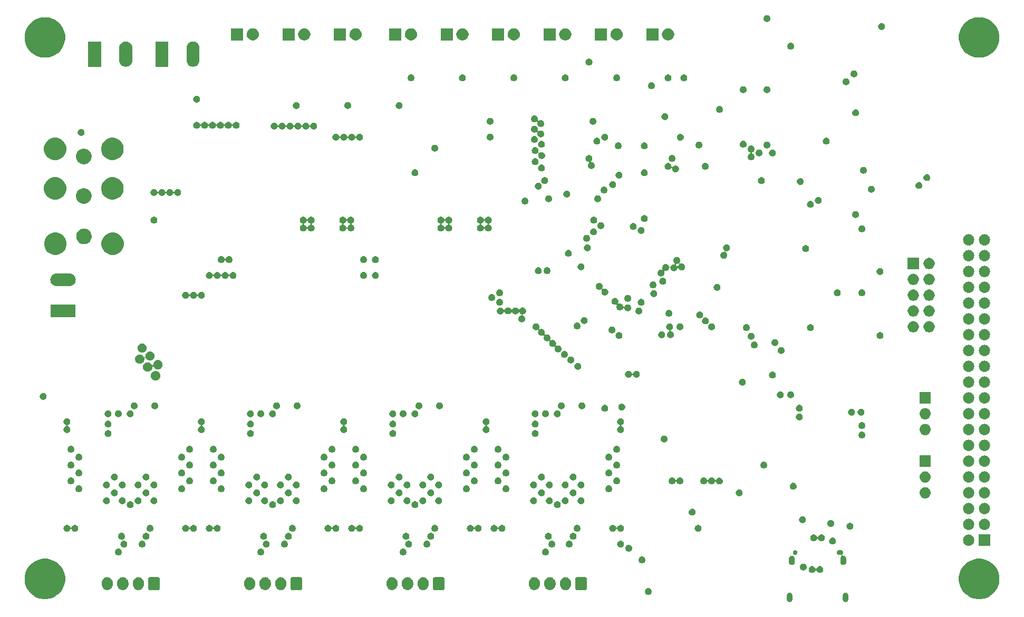
<source format=gbr>
G04 #@! TF.GenerationSoftware,KiCad,Pcbnew,(5.1.0)-1*
G04 #@! TF.CreationDate,2019-04-24T21:32:38+02:00*
G04 #@! TF.ProjectId,FHNW-Pro4E-FS19T8-3DPrinterBoard-STM32,46484e57-2d50-4726-9f34-452d46533139,rev?*
G04 #@! TF.SameCoordinates,Original*
G04 #@! TF.FileFunction,Soldermask,Bot*
G04 #@! TF.FilePolarity,Negative*
%FSLAX46Y46*%
G04 Gerber Fmt 4.6, Leading zero omitted, Abs format (unit mm)*
G04 Created by KiCad (PCBNEW (5.1.0)-1) date 2019-04-24 21:32:38*
%MOMM*%
%LPD*%
G04 APERTURE LIST*
%ADD10C,0.100000*%
G04 APERTURE END LIST*
D10*
G36*
X205656409Y-113220525D02*
G01*
X205741425Y-113246314D01*
X205819774Y-113288193D01*
X205888449Y-113344552D01*
X205944807Y-113413225D01*
X205986686Y-113491574D01*
X206012475Y-113576590D01*
X206019000Y-113642842D01*
X206019000Y-114287158D01*
X206012475Y-114353410D01*
X205986686Y-114438426D01*
X205944807Y-114516775D01*
X205888449Y-114585449D01*
X205819775Y-114641807D01*
X205741426Y-114683686D01*
X205656410Y-114709475D01*
X205568000Y-114718182D01*
X205479591Y-114709475D01*
X205394575Y-114683686D01*
X205316226Y-114641807D01*
X205247552Y-114585449D01*
X205191195Y-114516776D01*
X205149313Y-114438423D01*
X205123525Y-114353410D01*
X205117000Y-114287158D01*
X205117000Y-113642843D01*
X205123525Y-113576591D01*
X205149314Y-113491575D01*
X205191193Y-113413226D01*
X205247552Y-113344551D01*
X205316225Y-113288193D01*
X205394574Y-113246314D01*
X205479590Y-113220525D01*
X205568000Y-113211818D01*
X205656409Y-113220525D01*
X205656409Y-113220525D01*
G37*
G36*
X214636409Y-113220525D02*
G01*
X214721425Y-113246314D01*
X214799774Y-113288193D01*
X214868449Y-113344552D01*
X214924807Y-113413225D01*
X214966686Y-113491574D01*
X214992475Y-113576590D01*
X214999000Y-113642842D01*
X214999000Y-114287158D01*
X214992475Y-114353410D01*
X214966686Y-114438426D01*
X214924807Y-114516775D01*
X214868449Y-114585449D01*
X214799775Y-114641807D01*
X214721426Y-114683686D01*
X214636410Y-114709475D01*
X214548000Y-114718182D01*
X214459591Y-114709475D01*
X214374575Y-114683686D01*
X214296226Y-114641807D01*
X214227552Y-114585449D01*
X214171195Y-114516776D01*
X214129313Y-114438423D01*
X214103525Y-114353410D01*
X214097000Y-114287158D01*
X214097000Y-113642843D01*
X214103525Y-113576591D01*
X214129314Y-113491575D01*
X214171193Y-113413226D01*
X214227552Y-113344551D01*
X214296225Y-113288193D01*
X214374574Y-113246314D01*
X214459590Y-113220525D01*
X214548000Y-113211818D01*
X214636409Y-113220525D01*
X214636409Y-113220525D01*
G37*
G36*
X236634239Y-107811467D02*
G01*
X236948282Y-107873934D01*
X237539926Y-108119001D01*
X237812665Y-108301240D01*
X238072391Y-108474783D01*
X238525217Y-108927609D01*
X238540296Y-108950177D01*
X238880999Y-109460074D01*
X239117485Y-110031002D01*
X239126066Y-110051719D01*
X239251000Y-110679803D01*
X239251000Y-111320197D01*
X239197185Y-111590741D01*
X239126066Y-111948282D01*
X238880999Y-112539926D01*
X238660932Y-112869279D01*
X238525217Y-113072391D01*
X238072391Y-113525217D01*
X237966477Y-113595986D01*
X237539926Y-113880999D01*
X236948282Y-114126066D01*
X236634239Y-114188533D01*
X236320197Y-114251000D01*
X235679803Y-114251000D01*
X235365761Y-114188533D01*
X235051718Y-114126066D01*
X234460074Y-113880999D01*
X234033523Y-113595986D01*
X233927609Y-113525217D01*
X233474783Y-113072391D01*
X233339068Y-112869279D01*
X233119001Y-112539926D01*
X232873934Y-111948282D01*
X232802815Y-111590741D01*
X232749000Y-111320197D01*
X232749000Y-110679803D01*
X232873934Y-110051719D01*
X232882515Y-110031002D01*
X233119001Y-109460074D01*
X233459704Y-108950177D01*
X233474783Y-108927609D01*
X233927609Y-108474783D01*
X234187335Y-108301240D01*
X234460074Y-108119001D01*
X235051718Y-107873934D01*
X235365761Y-107811467D01*
X235679803Y-107749000D01*
X236320197Y-107749000D01*
X236634239Y-107811467D01*
X236634239Y-107811467D01*
G37*
G36*
X86634239Y-107811467D02*
G01*
X86948282Y-107873934D01*
X87539926Y-108119001D01*
X87812665Y-108301240D01*
X88072391Y-108474783D01*
X88525217Y-108927609D01*
X88540296Y-108950177D01*
X88880999Y-109460074D01*
X89117485Y-110031002D01*
X89126066Y-110051719D01*
X89251000Y-110679803D01*
X89251000Y-111320197D01*
X89197185Y-111590741D01*
X89126066Y-111948282D01*
X88880999Y-112539926D01*
X88660932Y-112869279D01*
X88525217Y-113072391D01*
X88072391Y-113525217D01*
X87966477Y-113595986D01*
X87539926Y-113880999D01*
X86948282Y-114126066D01*
X86634239Y-114188533D01*
X86320197Y-114251000D01*
X85679803Y-114251000D01*
X85365761Y-114188533D01*
X85051718Y-114126066D01*
X84460074Y-113880999D01*
X84033523Y-113595986D01*
X83927609Y-113525217D01*
X83474783Y-113072391D01*
X83339068Y-112869279D01*
X83119001Y-112539926D01*
X82873934Y-111948282D01*
X82802815Y-111590741D01*
X82749000Y-111320197D01*
X82749000Y-110679803D01*
X82873934Y-110051719D01*
X82882515Y-110031002D01*
X83119001Y-109460074D01*
X83459704Y-108950177D01*
X83474783Y-108927609D01*
X83927609Y-108474783D01*
X84187335Y-108301240D01*
X84460074Y-108119001D01*
X85051718Y-107873934D01*
X85365761Y-107811467D01*
X85679803Y-107749000D01*
X86320197Y-107749000D01*
X86634239Y-107811467D01*
X86634239Y-107811467D01*
G37*
G36*
X183040721Y-112500174D02*
G01*
X183140995Y-112541709D01*
X183140996Y-112541710D01*
X183231242Y-112602010D01*
X183307990Y-112678758D01*
X183307991Y-112678760D01*
X183368291Y-112769005D01*
X183409826Y-112869279D01*
X183431000Y-112975730D01*
X183431000Y-113084270D01*
X183409826Y-113190721D01*
X183368291Y-113290995D01*
X183368290Y-113290996D01*
X183307990Y-113381242D01*
X183231242Y-113457990D01*
X183185812Y-113488345D01*
X183140995Y-113518291D01*
X183040721Y-113559826D01*
X182934270Y-113581000D01*
X182825730Y-113581000D01*
X182719279Y-113559826D01*
X182619005Y-113518291D01*
X182574188Y-113488345D01*
X182528758Y-113457990D01*
X182452010Y-113381242D01*
X182391710Y-113290996D01*
X182391709Y-113290995D01*
X182350174Y-113190721D01*
X182329000Y-113084270D01*
X182329000Y-112975730D01*
X182350174Y-112869279D01*
X182391709Y-112769005D01*
X182452009Y-112678760D01*
X182452010Y-112678758D01*
X182528758Y-112602010D01*
X182619004Y-112541710D01*
X182619005Y-112541709D01*
X182719279Y-112500174D01*
X182825730Y-112479000D01*
X182934270Y-112479000D01*
X183040721Y-112500174D01*
X183040721Y-112500174D01*
G37*
G36*
X146901627Y-110747037D02*
G01*
X147071466Y-110798557D01*
X147227991Y-110882222D01*
X147263729Y-110911552D01*
X147365186Y-110994814D01*
X147448448Y-111096271D01*
X147477778Y-111132009D01*
X147561443Y-111288534D01*
X147612963Y-111458374D01*
X147612963Y-111458376D01*
X147626000Y-111590741D01*
X147626000Y-111929260D01*
X147624126Y-111948282D01*
X147612963Y-112061627D01*
X147561443Y-112231466D01*
X147477778Y-112387991D01*
X147448448Y-112423729D01*
X147365186Y-112525186D01*
X147227989Y-112637779D01*
X147071467Y-112721442D01*
X147071465Y-112721443D01*
X146901626Y-112772963D01*
X146725000Y-112790359D01*
X146548373Y-112772963D01*
X146378534Y-112721443D01*
X146222009Y-112637778D01*
X146178426Y-112602010D01*
X146084814Y-112525186D01*
X145972221Y-112387989D01*
X145888558Y-112231467D01*
X145888557Y-112231465D01*
X145837037Y-112061626D01*
X145824000Y-111929257D01*
X145824000Y-111590742D01*
X145837037Y-111458373D01*
X145888557Y-111288534D01*
X145972222Y-111132009D01*
X146084815Y-110994815D01*
X146222010Y-110882222D01*
X146378535Y-110798557D01*
X146548374Y-110747037D01*
X146725000Y-110729641D01*
X146901627Y-110747037D01*
X146901627Y-110747037D01*
G37*
G36*
X119041627Y-110747037D02*
G01*
X119211466Y-110798557D01*
X119367991Y-110882222D01*
X119403729Y-110911552D01*
X119505186Y-110994814D01*
X119588448Y-111096271D01*
X119617778Y-111132009D01*
X119701443Y-111288534D01*
X119752963Y-111458374D01*
X119752963Y-111458376D01*
X119766000Y-111590741D01*
X119766000Y-111929260D01*
X119764126Y-111948282D01*
X119752963Y-112061627D01*
X119701443Y-112231466D01*
X119617778Y-112387991D01*
X119588448Y-112423729D01*
X119505186Y-112525186D01*
X119367989Y-112637779D01*
X119211467Y-112721442D01*
X119211465Y-112721443D01*
X119041626Y-112772963D01*
X118865000Y-112790359D01*
X118688373Y-112772963D01*
X118518534Y-112721443D01*
X118362009Y-112637778D01*
X118318426Y-112602010D01*
X118224814Y-112525186D01*
X118112221Y-112387989D01*
X118028558Y-112231467D01*
X118028557Y-112231465D01*
X117977037Y-112061626D01*
X117964000Y-111929257D01*
X117964000Y-111590742D01*
X117977037Y-111458373D01*
X118028557Y-111288534D01*
X118112222Y-111132009D01*
X118224815Y-110994815D01*
X118362010Y-110882222D01*
X118518535Y-110798557D01*
X118688374Y-110747037D01*
X118865000Y-110729641D01*
X119041627Y-110747037D01*
X119041627Y-110747037D01*
G37*
G36*
X121541627Y-110747037D02*
G01*
X121711466Y-110798557D01*
X121867991Y-110882222D01*
X121903729Y-110911552D01*
X122005186Y-110994814D01*
X122088448Y-111096271D01*
X122117778Y-111132009D01*
X122201443Y-111288534D01*
X122252963Y-111458374D01*
X122252963Y-111458376D01*
X122266000Y-111590741D01*
X122266000Y-111929260D01*
X122264126Y-111948282D01*
X122252963Y-112061627D01*
X122201443Y-112231466D01*
X122117778Y-112387991D01*
X122088448Y-112423729D01*
X122005186Y-112525186D01*
X121867989Y-112637779D01*
X121711467Y-112721442D01*
X121711465Y-112721443D01*
X121541626Y-112772963D01*
X121365000Y-112790359D01*
X121188373Y-112772963D01*
X121018534Y-112721443D01*
X120862009Y-112637778D01*
X120818426Y-112602010D01*
X120724814Y-112525186D01*
X120612221Y-112387989D01*
X120528558Y-112231467D01*
X120528557Y-112231465D01*
X120477037Y-112061626D01*
X120464000Y-111929257D01*
X120464000Y-111590742D01*
X120477037Y-111458373D01*
X120528557Y-111288534D01*
X120612222Y-111132009D01*
X120724815Y-110994815D01*
X120862010Y-110882222D01*
X121018535Y-110798557D01*
X121188374Y-110747037D01*
X121365000Y-110729641D01*
X121541627Y-110747037D01*
X121541627Y-110747037D01*
G37*
G36*
X141901627Y-110747037D02*
G01*
X142071466Y-110798557D01*
X142227991Y-110882222D01*
X142263729Y-110911552D01*
X142365186Y-110994814D01*
X142448448Y-111096271D01*
X142477778Y-111132009D01*
X142561443Y-111288534D01*
X142612963Y-111458374D01*
X142612963Y-111458376D01*
X142626000Y-111590741D01*
X142626000Y-111929260D01*
X142624126Y-111948282D01*
X142612963Y-112061627D01*
X142561443Y-112231466D01*
X142477778Y-112387991D01*
X142448448Y-112423729D01*
X142365186Y-112525186D01*
X142227989Y-112637779D01*
X142071467Y-112721442D01*
X142071465Y-112721443D01*
X141901626Y-112772963D01*
X141725000Y-112790359D01*
X141548373Y-112772963D01*
X141378534Y-112721443D01*
X141222009Y-112637778D01*
X141178426Y-112602010D01*
X141084814Y-112525186D01*
X140972221Y-112387989D01*
X140888558Y-112231467D01*
X140888557Y-112231465D01*
X140837037Y-112061626D01*
X140824000Y-111929257D01*
X140824000Y-111590742D01*
X140837037Y-111458373D01*
X140888557Y-111288534D01*
X140972222Y-111132009D01*
X141084815Y-110994815D01*
X141222010Y-110882222D01*
X141378535Y-110798557D01*
X141548374Y-110747037D01*
X141725000Y-110729641D01*
X141901627Y-110747037D01*
X141901627Y-110747037D01*
G37*
G36*
X144401627Y-110747037D02*
G01*
X144571466Y-110798557D01*
X144727991Y-110882222D01*
X144763729Y-110911552D01*
X144865186Y-110994814D01*
X144948448Y-111096271D01*
X144977778Y-111132009D01*
X145061443Y-111288534D01*
X145112963Y-111458374D01*
X145112963Y-111458376D01*
X145126000Y-111590741D01*
X145126000Y-111929260D01*
X145124126Y-111948282D01*
X145112963Y-112061627D01*
X145061443Y-112231466D01*
X144977778Y-112387991D01*
X144948448Y-112423729D01*
X144865186Y-112525186D01*
X144727989Y-112637779D01*
X144571467Y-112721442D01*
X144571465Y-112721443D01*
X144401626Y-112772963D01*
X144225000Y-112790359D01*
X144048373Y-112772963D01*
X143878534Y-112721443D01*
X143722009Y-112637778D01*
X143678426Y-112602010D01*
X143584814Y-112525186D01*
X143472221Y-112387989D01*
X143388558Y-112231467D01*
X143388557Y-112231465D01*
X143337037Y-112061626D01*
X143324000Y-111929257D01*
X143324000Y-111590742D01*
X143337037Y-111458373D01*
X143388557Y-111288534D01*
X143472222Y-111132009D01*
X143584815Y-110994815D01*
X143722010Y-110882222D01*
X143878535Y-110798557D01*
X144048374Y-110747037D01*
X144225000Y-110729641D01*
X144401627Y-110747037D01*
X144401627Y-110747037D01*
G37*
G36*
X169761627Y-110747037D02*
G01*
X169931466Y-110798557D01*
X170087991Y-110882222D01*
X170123729Y-110911552D01*
X170225186Y-110994814D01*
X170308448Y-111096271D01*
X170337778Y-111132009D01*
X170421443Y-111288534D01*
X170472963Y-111458374D01*
X170472963Y-111458376D01*
X170486000Y-111590741D01*
X170486000Y-111929260D01*
X170484126Y-111948282D01*
X170472963Y-112061627D01*
X170421443Y-112231466D01*
X170337778Y-112387991D01*
X170308448Y-112423729D01*
X170225186Y-112525186D01*
X170087989Y-112637779D01*
X169931467Y-112721442D01*
X169931465Y-112721443D01*
X169761626Y-112772963D01*
X169585000Y-112790359D01*
X169408373Y-112772963D01*
X169238534Y-112721443D01*
X169082009Y-112637778D01*
X169038426Y-112602010D01*
X168944814Y-112525186D01*
X168832221Y-112387989D01*
X168748558Y-112231467D01*
X168748557Y-112231465D01*
X168697037Y-112061626D01*
X168684000Y-111929257D01*
X168684000Y-111590742D01*
X168697037Y-111458373D01*
X168748557Y-111288534D01*
X168832222Y-111132009D01*
X168944815Y-110994815D01*
X169082010Y-110882222D01*
X169238535Y-110798557D01*
X169408374Y-110747037D01*
X169585000Y-110729641D01*
X169761627Y-110747037D01*
X169761627Y-110747037D01*
G37*
G36*
X167261627Y-110747037D02*
G01*
X167431466Y-110798557D01*
X167587991Y-110882222D01*
X167623729Y-110911552D01*
X167725186Y-110994814D01*
X167808448Y-111096271D01*
X167837778Y-111132009D01*
X167921443Y-111288534D01*
X167972963Y-111458374D01*
X167972963Y-111458376D01*
X167986000Y-111590741D01*
X167986000Y-111929260D01*
X167984126Y-111948282D01*
X167972963Y-112061627D01*
X167921443Y-112231466D01*
X167837778Y-112387991D01*
X167808448Y-112423729D01*
X167725186Y-112525186D01*
X167587989Y-112637779D01*
X167431467Y-112721442D01*
X167431465Y-112721443D01*
X167261626Y-112772963D01*
X167085000Y-112790359D01*
X166908373Y-112772963D01*
X166738534Y-112721443D01*
X166582009Y-112637778D01*
X166538426Y-112602010D01*
X166444814Y-112525186D01*
X166332221Y-112387989D01*
X166248558Y-112231467D01*
X166248557Y-112231465D01*
X166197037Y-112061626D01*
X166184000Y-111929257D01*
X166184000Y-111590742D01*
X166197037Y-111458373D01*
X166248557Y-111288534D01*
X166332222Y-111132009D01*
X166444815Y-110994815D01*
X166582010Y-110882222D01*
X166738535Y-110798557D01*
X166908374Y-110747037D01*
X167085000Y-110729641D01*
X167261627Y-110747037D01*
X167261627Y-110747037D01*
G37*
G36*
X164761627Y-110747037D02*
G01*
X164931466Y-110798557D01*
X165087991Y-110882222D01*
X165123729Y-110911552D01*
X165225186Y-110994814D01*
X165308448Y-111096271D01*
X165337778Y-111132009D01*
X165421443Y-111288534D01*
X165472963Y-111458374D01*
X165472963Y-111458376D01*
X165486000Y-111590741D01*
X165486000Y-111929260D01*
X165484126Y-111948282D01*
X165472963Y-112061627D01*
X165421443Y-112231466D01*
X165337778Y-112387991D01*
X165308448Y-112423729D01*
X165225186Y-112525186D01*
X165087989Y-112637779D01*
X164931467Y-112721442D01*
X164931465Y-112721443D01*
X164761626Y-112772963D01*
X164585000Y-112790359D01*
X164408373Y-112772963D01*
X164238534Y-112721443D01*
X164082009Y-112637778D01*
X164038426Y-112602010D01*
X163944814Y-112525186D01*
X163832221Y-112387989D01*
X163748558Y-112231467D01*
X163748557Y-112231465D01*
X163697037Y-112061626D01*
X163684000Y-111929257D01*
X163684000Y-111590742D01*
X163697037Y-111458373D01*
X163748557Y-111288534D01*
X163832222Y-111132009D01*
X163944815Y-110994815D01*
X164082010Y-110882222D01*
X164238535Y-110798557D01*
X164408374Y-110747037D01*
X164585000Y-110729641D01*
X164761627Y-110747037D01*
X164761627Y-110747037D01*
G37*
G36*
X96181627Y-110747037D02*
G01*
X96351466Y-110798557D01*
X96507991Y-110882222D01*
X96543729Y-110911552D01*
X96645186Y-110994814D01*
X96728448Y-111096271D01*
X96757778Y-111132009D01*
X96841443Y-111288534D01*
X96892963Y-111458374D01*
X96892963Y-111458376D01*
X96906000Y-111590741D01*
X96906000Y-111929260D01*
X96904126Y-111948282D01*
X96892963Y-112061627D01*
X96841443Y-112231466D01*
X96757778Y-112387991D01*
X96728448Y-112423729D01*
X96645186Y-112525186D01*
X96507989Y-112637779D01*
X96351467Y-112721442D01*
X96351465Y-112721443D01*
X96181626Y-112772963D01*
X96005000Y-112790359D01*
X95828373Y-112772963D01*
X95658534Y-112721443D01*
X95502009Y-112637778D01*
X95458426Y-112602010D01*
X95364814Y-112525186D01*
X95252221Y-112387989D01*
X95168558Y-112231467D01*
X95168557Y-112231465D01*
X95117037Y-112061626D01*
X95104000Y-111929257D01*
X95104000Y-111590742D01*
X95117037Y-111458373D01*
X95168557Y-111288534D01*
X95252222Y-111132009D01*
X95364815Y-110994815D01*
X95502010Y-110882222D01*
X95658535Y-110798557D01*
X95828374Y-110747037D01*
X96005000Y-110729641D01*
X96181627Y-110747037D01*
X96181627Y-110747037D01*
G37*
G36*
X98681627Y-110747037D02*
G01*
X98851466Y-110798557D01*
X99007991Y-110882222D01*
X99043729Y-110911552D01*
X99145186Y-110994814D01*
X99228448Y-111096271D01*
X99257778Y-111132009D01*
X99341443Y-111288534D01*
X99392963Y-111458374D01*
X99392963Y-111458376D01*
X99406000Y-111590741D01*
X99406000Y-111929260D01*
X99404126Y-111948282D01*
X99392963Y-112061627D01*
X99341443Y-112231466D01*
X99257778Y-112387991D01*
X99228448Y-112423729D01*
X99145186Y-112525186D01*
X99007989Y-112637779D01*
X98851467Y-112721442D01*
X98851465Y-112721443D01*
X98681626Y-112772963D01*
X98505000Y-112790359D01*
X98328373Y-112772963D01*
X98158534Y-112721443D01*
X98002009Y-112637778D01*
X97958426Y-112602010D01*
X97864814Y-112525186D01*
X97752221Y-112387989D01*
X97668558Y-112231467D01*
X97668557Y-112231465D01*
X97617037Y-112061626D01*
X97604000Y-111929257D01*
X97604000Y-111590742D01*
X97617037Y-111458373D01*
X97668557Y-111288534D01*
X97752222Y-111132009D01*
X97864815Y-110994815D01*
X98002010Y-110882222D01*
X98158535Y-110798557D01*
X98328374Y-110747037D01*
X98505000Y-110729641D01*
X98681627Y-110747037D01*
X98681627Y-110747037D01*
G37*
G36*
X101181627Y-110747037D02*
G01*
X101351466Y-110798557D01*
X101507991Y-110882222D01*
X101543729Y-110911552D01*
X101645186Y-110994814D01*
X101728448Y-111096271D01*
X101757778Y-111132009D01*
X101841443Y-111288534D01*
X101892963Y-111458374D01*
X101892963Y-111458376D01*
X101906000Y-111590741D01*
X101906000Y-111929260D01*
X101904126Y-111948282D01*
X101892963Y-112061627D01*
X101841443Y-112231466D01*
X101757778Y-112387991D01*
X101728448Y-112423729D01*
X101645186Y-112525186D01*
X101507989Y-112637779D01*
X101351467Y-112721442D01*
X101351465Y-112721443D01*
X101181626Y-112772963D01*
X101005000Y-112790359D01*
X100828373Y-112772963D01*
X100658534Y-112721443D01*
X100502009Y-112637778D01*
X100458426Y-112602010D01*
X100364814Y-112525186D01*
X100252221Y-112387989D01*
X100168558Y-112231467D01*
X100168557Y-112231465D01*
X100117037Y-112061626D01*
X100104000Y-111929257D01*
X100104000Y-111590742D01*
X100117037Y-111458373D01*
X100168557Y-111288534D01*
X100252222Y-111132009D01*
X100364815Y-110994815D01*
X100502010Y-110882222D01*
X100658535Y-110798557D01*
X100828374Y-110747037D01*
X101005000Y-110729641D01*
X101181627Y-110747037D01*
X101181627Y-110747037D01*
G37*
G36*
X124041627Y-110747037D02*
G01*
X124211466Y-110798557D01*
X124367991Y-110882222D01*
X124403729Y-110911552D01*
X124505186Y-110994814D01*
X124588448Y-111096271D01*
X124617778Y-111132009D01*
X124701443Y-111288534D01*
X124752963Y-111458374D01*
X124752963Y-111458376D01*
X124766000Y-111590741D01*
X124766000Y-111929260D01*
X124764126Y-111948282D01*
X124752963Y-112061627D01*
X124701443Y-112231466D01*
X124617778Y-112387991D01*
X124588448Y-112423729D01*
X124505186Y-112525186D01*
X124367989Y-112637779D01*
X124211467Y-112721442D01*
X124211465Y-112721443D01*
X124041626Y-112772963D01*
X123865000Y-112790359D01*
X123688373Y-112772963D01*
X123518534Y-112721443D01*
X123362009Y-112637778D01*
X123318426Y-112602010D01*
X123224814Y-112525186D01*
X123112221Y-112387989D01*
X123028558Y-112231467D01*
X123028557Y-112231465D01*
X122977037Y-112061626D01*
X122964000Y-111929257D01*
X122964000Y-111590742D01*
X122977037Y-111458373D01*
X123028557Y-111288534D01*
X123112222Y-111132009D01*
X123224815Y-110994815D01*
X123362010Y-110882222D01*
X123518535Y-110798557D01*
X123688374Y-110747037D01*
X123865000Y-110729641D01*
X124041627Y-110747037D01*
X124041627Y-110747037D01*
G37*
G36*
X127123600Y-110737989D02*
G01*
X127156652Y-110748015D01*
X127187103Y-110764292D01*
X127213799Y-110786201D01*
X127235708Y-110812897D01*
X127251985Y-110843348D01*
X127262011Y-110876400D01*
X127266000Y-110916903D01*
X127266000Y-112603097D01*
X127262011Y-112643600D01*
X127251985Y-112676652D01*
X127235708Y-112707103D01*
X127213799Y-112733799D01*
X127187103Y-112755708D01*
X127156652Y-112771985D01*
X127123600Y-112782011D01*
X127083097Y-112786000D01*
X125646903Y-112786000D01*
X125606400Y-112782011D01*
X125573348Y-112771985D01*
X125542897Y-112755708D01*
X125516201Y-112733799D01*
X125494292Y-112707103D01*
X125478015Y-112676652D01*
X125467989Y-112643600D01*
X125464000Y-112603097D01*
X125464000Y-110916903D01*
X125467989Y-110876400D01*
X125478015Y-110843348D01*
X125494292Y-110812897D01*
X125516201Y-110786201D01*
X125542897Y-110764292D01*
X125573348Y-110748015D01*
X125606400Y-110737989D01*
X125646903Y-110734000D01*
X127083097Y-110734000D01*
X127123600Y-110737989D01*
X127123600Y-110737989D01*
G37*
G36*
X172843600Y-110737989D02*
G01*
X172876652Y-110748015D01*
X172907103Y-110764292D01*
X172933799Y-110786201D01*
X172955708Y-110812897D01*
X172971985Y-110843348D01*
X172982011Y-110876400D01*
X172986000Y-110916903D01*
X172986000Y-112603097D01*
X172982011Y-112643600D01*
X172971985Y-112676652D01*
X172955708Y-112707103D01*
X172933799Y-112733799D01*
X172907103Y-112755708D01*
X172876652Y-112771985D01*
X172843600Y-112782011D01*
X172803097Y-112786000D01*
X171366903Y-112786000D01*
X171326400Y-112782011D01*
X171293348Y-112771985D01*
X171262897Y-112755708D01*
X171236201Y-112733799D01*
X171214292Y-112707103D01*
X171198015Y-112676652D01*
X171187989Y-112643600D01*
X171184000Y-112603097D01*
X171184000Y-110916903D01*
X171187989Y-110876400D01*
X171198015Y-110843348D01*
X171214292Y-110812897D01*
X171236201Y-110786201D01*
X171262897Y-110764292D01*
X171293348Y-110748015D01*
X171326400Y-110737989D01*
X171366903Y-110734000D01*
X172803097Y-110734000D01*
X172843600Y-110737989D01*
X172843600Y-110737989D01*
G37*
G36*
X149983600Y-110737989D02*
G01*
X150016652Y-110748015D01*
X150047103Y-110764292D01*
X150073799Y-110786201D01*
X150095708Y-110812897D01*
X150111985Y-110843348D01*
X150122011Y-110876400D01*
X150126000Y-110916903D01*
X150126000Y-112603097D01*
X150122011Y-112643600D01*
X150111985Y-112676652D01*
X150095708Y-112707103D01*
X150073799Y-112733799D01*
X150047103Y-112755708D01*
X150016652Y-112771985D01*
X149983600Y-112782011D01*
X149943097Y-112786000D01*
X148506903Y-112786000D01*
X148466400Y-112782011D01*
X148433348Y-112771985D01*
X148402897Y-112755708D01*
X148376201Y-112733799D01*
X148354292Y-112707103D01*
X148338015Y-112676652D01*
X148327989Y-112643600D01*
X148324000Y-112603097D01*
X148324000Y-110916903D01*
X148327989Y-110876400D01*
X148338015Y-110843348D01*
X148354292Y-110812897D01*
X148376201Y-110786201D01*
X148402897Y-110764292D01*
X148433348Y-110748015D01*
X148466400Y-110737989D01*
X148506903Y-110734000D01*
X149943097Y-110734000D01*
X149983600Y-110737989D01*
X149983600Y-110737989D01*
G37*
G36*
X104263600Y-110737989D02*
G01*
X104296652Y-110748015D01*
X104327103Y-110764292D01*
X104353799Y-110786201D01*
X104375708Y-110812897D01*
X104391985Y-110843348D01*
X104402011Y-110876400D01*
X104406000Y-110916903D01*
X104406000Y-112603097D01*
X104402011Y-112643600D01*
X104391985Y-112676652D01*
X104375708Y-112707103D01*
X104353799Y-112733799D01*
X104327103Y-112755708D01*
X104296652Y-112771985D01*
X104263600Y-112782011D01*
X104223097Y-112786000D01*
X102786903Y-112786000D01*
X102746400Y-112782011D01*
X102713348Y-112771985D01*
X102682897Y-112755708D01*
X102656201Y-112733799D01*
X102634292Y-112707103D01*
X102618015Y-112676652D01*
X102607989Y-112643600D01*
X102604000Y-112603097D01*
X102604000Y-110916903D01*
X102607989Y-110876400D01*
X102618015Y-110843348D01*
X102634292Y-110812897D01*
X102656201Y-110786201D01*
X102682897Y-110764292D01*
X102713348Y-110748015D01*
X102746400Y-110737989D01*
X102786903Y-110734000D01*
X104223097Y-110734000D01*
X104263600Y-110737989D01*
X104263600Y-110737989D01*
G37*
G36*
X209343721Y-108950176D02*
G01*
X209443995Y-108991711D01*
X209443996Y-108991712D01*
X209534242Y-109052012D01*
X209610990Y-109128760D01*
X209610991Y-109128762D01*
X209671291Y-109219007D01*
X209692516Y-109270249D01*
X209704067Y-109291859D01*
X209719612Y-109310801D01*
X209738554Y-109326347D01*
X209760165Y-109337898D01*
X209783614Y-109345011D01*
X209808000Y-109347413D01*
X209832386Y-109345011D01*
X209855835Y-109337898D01*
X209877445Y-109326347D01*
X209896387Y-109310802D01*
X209911933Y-109291860D01*
X209923484Y-109270249D01*
X209944709Y-109219007D01*
X210005009Y-109128762D01*
X210005010Y-109128760D01*
X210081758Y-109052012D01*
X210172004Y-108991712D01*
X210172005Y-108991711D01*
X210272279Y-108950176D01*
X210378730Y-108929002D01*
X210487270Y-108929002D01*
X210593721Y-108950176D01*
X210693995Y-108991711D01*
X210693996Y-108991712D01*
X210784242Y-109052012D01*
X210860990Y-109128760D01*
X210860991Y-109128762D01*
X210921291Y-109219007D01*
X210962826Y-109319281D01*
X210984000Y-109425732D01*
X210984000Y-109534272D01*
X210962826Y-109640723D01*
X210921291Y-109740997D01*
X210921290Y-109740998D01*
X210860990Y-109831244D01*
X210784242Y-109907992D01*
X210738812Y-109938347D01*
X210693995Y-109968293D01*
X210593721Y-110009828D01*
X210487270Y-110031002D01*
X210378730Y-110031002D01*
X210272279Y-110009828D01*
X210172005Y-109968293D01*
X210127188Y-109938347D01*
X210081758Y-109907992D01*
X210005010Y-109831244D01*
X209944710Y-109740998D01*
X209944709Y-109740997D01*
X209923484Y-109689755D01*
X209911933Y-109668145D01*
X209896388Y-109649203D01*
X209877446Y-109633657D01*
X209855835Y-109622106D01*
X209832386Y-109614993D01*
X209808000Y-109612591D01*
X209783614Y-109614993D01*
X209760165Y-109622106D01*
X209738555Y-109633657D01*
X209719613Y-109649202D01*
X209704067Y-109668144D01*
X209692516Y-109689755D01*
X209671291Y-109740997D01*
X209671290Y-109740998D01*
X209610990Y-109831244D01*
X209534242Y-109907992D01*
X209488812Y-109938347D01*
X209443995Y-109968293D01*
X209343721Y-110009828D01*
X209237270Y-110031002D01*
X209128730Y-110031002D01*
X209022279Y-110009828D01*
X208922005Y-109968293D01*
X208877188Y-109938347D01*
X208831758Y-109907992D01*
X208755010Y-109831244D01*
X208694710Y-109740998D01*
X208694709Y-109740997D01*
X208653174Y-109640723D01*
X208632000Y-109534272D01*
X208632000Y-109425732D01*
X208653174Y-109319281D01*
X208694709Y-109219007D01*
X208755009Y-109128762D01*
X208755010Y-109128760D01*
X208831758Y-109052012D01*
X208922004Y-108991712D01*
X208922005Y-108991711D01*
X209022279Y-108950176D01*
X209128730Y-108929002D01*
X209237270Y-108929002D01*
X209343721Y-108950176D01*
X209343721Y-108950176D01*
G37*
G36*
X207932721Y-108563174D02*
G01*
X208032995Y-108604709D01*
X208032996Y-108604710D01*
X208123242Y-108665010D01*
X208199990Y-108741758D01*
X208199991Y-108741760D01*
X208260291Y-108832005D01*
X208301826Y-108932279D01*
X208323000Y-109038730D01*
X208323000Y-109147270D01*
X208301826Y-109253721D01*
X208260291Y-109353995D01*
X208260290Y-109353996D01*
X208199990Y-109444242D01*
X208123242Y-109520990D01*
X208103365Y-109534271D01*
X208032995Y-109581291D01*
X207932721Y-109622826D01*
X207826270Y-109644000D01*
X207717730Y-109644000D01*
X207611279Y-109622826D01*
X207511005Y-109581291D01*
X207440635Y-109534271D01*
X207420758Y-109520990D01*
X207344010Y-109444242D01*
X207283710Y-109353996D01*
X207283709Y-109353995D01*
X207242174Y-109253721D01*
X207221000Y-109147270D01*
X207221000Y-109038730D01*
X207242174Y-108932279D01*
X207283709Y-108832005D01*
X207344009Y-108741760D01*
X207344010Y-108741758D01*
X207420758Y-108665010D01*
X207511004Y-108604710D01*
X207511005Y-108604709D01*
X207611279Y-108563174D01*
X207717730Y-108542000D01*
X207826270Y-108542000D01*
X207932721Y-108563174D01*
X207932721Y-108563174D01*
G37*
G36*
X213881710Y-106394440D02*
G01*
X213952585Y-106415940D01*
X214017904Y-106450854D01*
X214075159Y-106497841D01*
X214122146Y-106555096D01*
X214157060Y-106620415D01*
X214178560Y-106691290D01*
X214185819Y-106765000D01*
X214178560Y-106838710D01*
X214157060Y-106909585D01*
X214122146Y-106974904D01*
X214075159Y-107032158D01*
X214060297Y-107044355D01*
X214042970Y-107061682D01*
X214029356Y-107082056D01*
X214019979Y-107104695D01*
X214015198Y-107128728D01*
X214015198Y-107153232D01*
X214019978Y-107177265D01*
X214029355Y-107199904D01*
X214042969Y-107220279D01*
X214060296Y-107237606D01*
X214080670Y-107251220D01*
X214103309Y-107260597D01*
X214127342Y-107265378D01*
X214151846Y-107265378D01*
X214187999Y-107261818D01*
X214188000Y-107261818D01*
X214196707Y-107262676D01*
X214276409Y-107270525D01*
X214361425Y-107296314D01*
X214439774Y-107338193D01*
X214508449Y-107394552D01*
X214564807Y-107463225D01*
X214606686Y-107541574D01*
X214632475Y-107626590D01*
X214639000Y-107692842D01*
X214639000Y-108337158D01*
X214632475Y-108403410D01*
X214606686Y-108488426D01*
X214564807Y-108566775D01*
X214508449Y-108635449D01*
X214439775Y-108691807D01*
X214361426Y-108733686D01*
X214276410Y-108759475D01*
X214188000Y-108768182D01*
X214099591Y-108759475D01*
X214014575Y-108733686D01*
X213936226Y-108691807D01*
X213867552Y-108635449D01*
X213811195Y-108566776D01*
X213769313Y-108488423D01*
X213743525Y-108403410D01*
X213737000Y-108337158D01*
X213737000Y-107692843D01*
X213743525Y-107626591D01*
X213769314Y-107541575D01*
X213811193Y-107463226D01*
X213867552Y-107394551D01*
X213906454Y-107362625D01*
X213923781Y-107345298D01*
X213937395Y-107324923D01*
X213946772Y-107302285D01*
X213951553Y-107278251D01*
X213951553Y-107253747D01*
X213946773Y-107229714D01*
X213937395Y-107207075D01*
X213923782Y-107186701D01*
X213906455Y-107169374D01*
X213886080Y-107155760D01*
X213863442Y-107146383D01*
X213839408Y-107141602D01*
X213827156Y-107141000D01*
X213489528Y-107141000D01*
X213434290Y-107135560D01*
X213363415Y-107114060D01*
X213298096Y-107079146D01*
X213240841Y-107032159D01*
X213193854Y-106974904D01*
X213158940Y-106909585D01*
X213137440Y-106838710D01*
X213130181Y-106765000D01*
X213137440Y-106691290D01*
X213158940Y-106620415D01*
X213193854Y-106555096D01*
X213240841Y-106497841D01*
X213298096Y-106450854D01*
X213363415Y-106415940D01*
X213434290Y-106394440D01*
X213489528Y-106389000D01*
X213826472Y-106389000D01*
X213881710Y-106394440D01*
X213881710Y-106394440D01*
G37*
G36*
X206016409Y-107270525D02*
G01*
X206101425Y-107296314D01*
X206179774Y-107338193D01*
X206248449Y-107394552D01*
X206304807Y-107463225D01*
X206346686Y-107541574D01*
X206372475Y-107626590D01*
X206379000Y-107692842D01*
X206379000Y-108337158D01*
X206372475Y-108403410D01*
X206346686Y-108488426D01*
X206304807Y-108566775D01*
X206248449Y-108635449D01*
X206179775Y-108691807D01*
X206101426Y-108733686D01*
X206016410Y-108759475D01*
X205928000Y-108768182D01*
X205839591Y-108759475D01*
X205754575Y-108733686D01*
X205676226Y-108691807D01*
X205607552Y-108635449D01*
X205551195Y-108566776D01*
X205509313Y-108488423D01*
X205483525Y-108403410D01*
X205477000Y-108337158D01*
X205477000Y-107692843D01*
X205483525Y-107626591D01*
X205509314Y-107541575D01*
X205551193Y-107463226D01*
X205607552Y-107394551D01*
X205676225Y-107338193D01*
X205754574Y-107296314D01*
X205839590Y-107270525D01*
X205928000Y-107261818D01*
X206016409Y-107270525D01*
X206016409Y-107270525D01*
G37*
G36*
X182024721Y-107420174D02*
G01*
X182124995Y-107461709D01*
X182169812Y-107491655D01*
X182215242Y-107522010D01*
X182291990Y-107598758D01*
X182310587Y-107626591D01*
X182352291Y-107689005D01*
X182393826Y-107789279D01*
X182415000Y-107895730D01*
X182415000Y-108004270D01*
X182393826Y-108110721D01*
X182352291Y-108210995D01*
X182352290Y-108210996D01*
X182291990Y-108301242D01*
X182215242Y-108377990D01*
X182169812Y-108408345D01*
X182124995Y-108438291D01*
X182024721Y-108479826D01*
X181918270Y-108501000D01*
X181809730Y-108501000D01*
X181703279Y-108479826D01*
X181603005Y-108438291D01*
X181558188Y-108408345D01*
X181512758Y-108377990D01*
X181436010Y-108301242D01*
X181375710Y-108210996D01*
X181375709Y-108210995D01*
X181334174Y-108110721D01*
X181313000Y-108004270D01*
X181313000Y-107895730D01*
X181334174Y-107789279D01*
X181375709Y-107689005D01*
X181417413Y-107626591D01*
X181436010Y-107598758D01*
X181512758Y-107522010D01*
X181558188Y-107491655D01*
X181603005Y-107461709D01*
X181703279Y-107420174D01*
X181809730Y-107399000D01*
X181918270Y-107399000D01*
X182024721Y-107420174D01*
X182024721Y-107420174D01*
G37*
G36*
X143670721Y-106150174D02*
G01*
X143770995Y-106191709D01*
X143770996Y-106191710D01*
X143861242Y-106252010D01*
X143937990Y-106328758D01*
X143946875Y-106342056D01*
X143998291Y-106419005D01*
X144039826Y-106519279D01*
X144061000Y-106625730D01*
X144061000Y-106734270D01*
X144039826Y-106840721D01*
X143998291Y-106940995D01*
X143998290Y-106940996D01*
X143937990Y-107031242D01*
X143861242Y-107107990D01*
X143833465Y-107126550D01*
X143770995Y-107168291D01*
X143670721Y-107209826D01*
X143564270Y-107231000D01*
X143455730Y-107231000D01*
X143349279Y-107209826D01*
X143249005Y-107168291D01*
X143186535Y-107126550D01*
X143158758Y-107107990D01*
X143082010Y-107031242D01*
X143021710Y-106940996D01*
X143021709Y-106940995D01*
X142980174Y-106840721D01*
X142959000Y-106734270D01*
X142959000Y-106625730D01*
X142980174Y-106519279D01*
X143021709Y-106419005D01*
X143073125Y-106342056D01*
X143082010Y-106328758D01*
X143158758Y-106252010D01*
X143249004Y-106191710D01*
X143249005Y-106191709D01*
X143349279Y-106150174D01*
X143455730Y-106129000D01*
X143564270Y-106129000D01*
X143670721Y-106150174D01*
X143670721Y-106150174D01*
G37*
G36*
X166530721Y-106150174D02*
G01*
X166630995Y-106191709D01*
X166630996Y-106191710D01*
X166721242Y-106252010D01*
X166797990Y-106328758D01*
X166806875Y-106342056D01*
X166858291Y-106419005D01*
X166899826Y-106519279D01*
X166921000Y-106625730D01*
X166921000Y-106734270D01*
X166899826Y-106840721D01*
X166858291Y-106940995D01*
X166858290Y-106940996D01*
X166797990Y-107031242D01*
X166721242Y-107107990D01*
X166693465Y-107126550D01*
X166630995Y-107168291D01*
X166530721Y-107209826D01*
X166424270Y-107231000D01*
X166315730Y-107231000D01*
X166209279Y-107209826D01*
X166109005Y-107168291D01*
X166046535Y-107126550D01*
X166018758Y-107107990D01*
X165942010Y-107031242D01*
X165881710Y-106940996D01*
X165881709Y-106940995D01*
X165840174Y-106840721D01*
X165819000Y-106734270D01*
X165819000Y-106625730D01*
X165840174Y-106519279D01*
X165881709Y-106419005D01*
X165933125Y-106342056D01*
X165942010Y-106328758D01*
X166018758Y-106252010D01*
X166109004Y-106191710D01*
X166109005Y-106191709D01*
X166209279Y-106150174D01*
X166315730Y-106129000D01*
X166424270Y-106129000D01*
X166530721Y-106150174D01*
X166530721Y-106150174D01*
G37*
G36*
X120810721Y-106150174D02*
G01*
X120910995Y-106191709D01*
X120910996Y-106191710D01*
X121001242Y-106252010D01*
X121077990Y-106328758D01*
X121086875Y-106342056D01*
X121138291Y-106419005D01*
X121179826Y-106519279D01*
X121201000Y-106625730D01*
X121201000Y-106734270D01*
X121179826Y-106840721D01*
X121138291Y-106940995D01*
X121138290Y-106940996D01*
X121077990Y-107031242D01*
X121001242Y-107107990D01*
X120973465Y-107126550D01*
X120910995Y-107168291D01*
X120810721Y-107209826D01*
X120704270Y-107231000D01*
X120595730Y-107231000D01*
X120489279Y-107209826D01*
X120389005Y-107168291D01*
X120326535Y-107126550D01*
X120298758Y-107107990D01*
X120222010Y-107031242D01*
X120161710Y-106940996D01*
X120161709Y-106940995D01*
X120120174Y-106840721D01*
X120099000Y-106734270D01*
X120099000Y-106625730D01*
X120120174Y-106519279D01*
X120161709Y-106419005D01*
X120213125Y-106342056D01*
X120222010Y-106328758D01*
X120298758Y-106252010D01*
X120389004Y-106191710D01*
X120389005Y-106191709D01*
X120489279Y-106150174D01*
X120595730Y-106129000D01*
X120704270Y-106129000D01*
X120810721Y-106150174D01*
X120810721Y-106150174D01*
G37*
G36*
X97950721Y-106150174D02*
G01*
X98050995Y-106191709D01*
X98050996Y-106191710D01*
X98141242Y-106252010D01*
X98217990Y-106328758D01*
X98226875Y-106342056D01*
X98278291Y-106419005D01*
X98319826Y-106519279D01*
X98341000Y-106625730D01*
X98341000Y-106734270D01*
X98319826Y-106840721D01*
X98278291Y-106940995D01*
X98278290Y-106940996D01*
X98217990Y-107031242D01*
X98141242Y-107107990D01*
X98113465Y-107126550D01*
X98050995Y-107168291D01*
X97950721Y-107209826D01*
X97844270Y-107231000D01*
X97735730Y-107231000D01*
X97629279Y-107209826D01*
X97529005Y-107168291D01*
X97466535Y-107126550D01*
X97438758Y-107107990D01*
X97362010Y-107031242D01*
X97301710Y-106940996D01*
X97301709Y-106940995D01*
X97260174Y-106840721D01*
X97239000Y-106734270D01*
X97239000Y-106625730D01*
X97260174Y-106519279D01*
X97301709Y-106419005D01*
X97353125Y-106342056D01*
X97362010Y-106328758D01*
X97438758Y-106252010D01*
X97529004Y-106191710D01*
X97529005Y-106191709D01*
X97629279Y-106150174D01*
X97735730Y-106129000D01*
X97844270Y-106129000D01*
X97950721Y-106150174D01*
X97950721Y-106150174D01*
G37*
G36*
X206567672Y-106403449D02*
G01*
X206567674Y-106403450D01*
X206567675Y-106403450D01*
X206636103Y-106431793D01*
X206697686Y-106472942D01*
X206750058Y-106525314D01*
X206791207Y-106586897D01*
X206819550Y-106655325D01*
X206819551Y-106655328D01*
X206834000Y-106727966D01*
X206834000Y-106802034D01*
X206826705Y-106838709D01*
X206819550Y-106874675D01*
X206791207Y-106943103D01*
X206750058Y-107004686D01*
X206697686Y-107057058D01*
X206636103Y-107098207D01*
X206567675Y-107126550D01*
X206567674Y-107126550D01*
X206567672Y-107126551D01*
X206495034Y-107141000D01*
X206420966Y-107141000D01*
X206348328Y-107126551D01*
X206348326Y-107126550D01*
X206348325Y-107126550D01*
X206279897Y-107098207D01*
X206218314Y-107057058D01*
X206165942Y-107004686D01*
X206124793Y-106943103D01*
X206096450Y-106874675D01*
X206089296Y-106838709D01*
X206082000Y-106802034D01*
X206082000Y-106727966D01*
X206096449Y-106655328D01*
X206096450Y-106655325D01*
X206124793Y-106586897D01*
X206165942Y-106525314D01*
X206218314Y-106472942D01*
X206279897Y-106431793D01*
X206348325Y-106403450D01*
X206348326Y-106403450D01*
X206348328Y-106403449D01*
X206420966Y-106389000D01*
X206495034Y-106389000D01*
X206567672Y-106403449D01*
X206567672Y-106403449D01*
G37*
G36*
X179901781Y-105551234D02*
G01*
X180002055Y-105592769D01*
X180046872Y-105622715D01*
X180092302Y-105653070D01*
X180169050Y-105729818D01*
X180169051Y-105729820D01*
X180229351Y-105820065D01*
X180270886Y-105920339D01*
X180292060Y-106026790D01*
X180292060Y-106135330D01*
X180270886Y-106241781D01*
X180229351Y-106342055D01*
X180229350Y-106342056D01*
X180169050Y-106432302D01*
X180092302Y-106509050D01*
X180046872Y-106539405D01*
X180002055Y-106569351D01*
X179901781Y-106610886D01*
X179795330Y-106632060D01*
X179686790Y-106632060D01*
X179580339Y-106610886D01*
X179480065Y-106569351D01*
X179435248Y-106539405D01*
X179389818Y-106509050D01*
X179313070Y-106432302D01*
X179252770Y-106342056D01*
X179252769Y-106342055D01*
X179211234Y-106241781D01*
X179190060Y-106135330D01*
X179190060Y-106026790D01*
X179211234Y-105920339D01*
X179252769Y-105820065D01*
X179313069Y-105729820D01*
X179313070Y-105729818D01*
X179389818Y-105653070D01*
X179435248Y-105622715D01*
X179480065Y-105592769D01*
X179580339Y-105551234D01*
X179686790Y-105530060D01*
X179795330Y-105530060D01*
X179901781Y-105551234D01*
X179901781Y-105551234D01*
G37*
G36*
X98458721Y-103610174D02*
G01*
X98558995Y-103651709D01*
X98558996Y-103651710D01*
X98649242Y-103712010D01*
X98725990Y-103788758D01*
X98725991Y-103788760D01*
X98786291Y-103879005D01*
X98827826Y-103979279D01*
X98849000Y-104085730D01*
X98849000Y-104194270D01*
X98827826Y-104300721D01*
X98786291Y-104400995D01*
X98786290Y-104400996D01*
X98725990Y-104491242D01*
X98649242Y-104567990D01*
X98649239Y-104567992D01*
X98649237Y-104567994D01*
X98556227Y-104630142D01*
X98537285Y-104645687D01*
X98521740Y-104664629D01*
X98510189Y-104686240D01*
X98503076Y-104709689D01*
X98500674Y-104734075D01*
X98503076Y-104758461D01*
X98510189Y-104781910D01*
X98521741Y-104803520D01*
X98537286Y-104822462D01*
X98556228Y-104838007D01*
X98577839Y-104849558D01*
X98601288Y-104856671D01*
X98625673Y-104859073D01*
X98733317Y-104859073D01*
X98839768Y-104880247D01*
X98940042Y-104921782D01*
X98943101Y-104923826D01*
X99030289Y-104982083D01*
X99107037Y-105058831D01*
X99107038Y-105058833D01*
X99167338Y-105149078D01*
X99208873Y-105249352D01*
X99230047Y-105355803D01*
X99230047Y-105464343D01*
X99208873Y-105570794D01*
X99167338Y-105671068D01*
X99137392Y-105715885D01*
X99107037Y-105761315D01*
X99030289Y-105838063D01*
X98984859Y-105868418D01*
X98940042Y-105898364D01*
X98839768Y-105939899D01*
X98733317Y-105961073D01*
X98624777Y-105961073D01*
X98518326Y-105939899D01*
X98418052Y-105898364D01*
X98373235Y-105868418D01*
X98327805Y-105838063D01*
X98251057Y-105761315D01*
X98220702Y-105715885D01*
X98190756Y-105671068D01*
X98149221Y-105570794D01*
X98128047Y-105464343D01*
X98128047Y-105355803D01*
X98149221Y-105249352D01*
X98190756Y-105149078D01*
X98251056Y-105058833D01*
X98251057Y-105058831D01*
X98327805Y-104982083D01*
X98327808Y-104982081D01*
X98327810Y-104982079D01*
X98420820Y-104919931D01*
X98439762Y-104904386D01*
X98455307Y-104885444D01*
X98466858Y-104863833D01*
X98473971Y-104840384D01*
X98476373Y-104815998D01*
X98473971Y-104791612D01*
X98466858Y-104768163D01*
X98455306Y-104746553D01*
X98439761Y-104727611D01*
X98420819Y-104712066D01*
X98399208Y-104700515D01*
X98375759Y-104693402D01*
X98351374Y-104691000D01*
X98243730Y-104691000D01*
X98137279Y-104669826D01*
X98037005Y-104628291D01*
X97946764Y-104567994D01*
X97946758Y-104567990D01*
X97870010Y-104491242D01*
X97809710Y-104400996D01*
X97809709Y-104400995D01*
X97768174Y-104300721D01*
X97747000Y-104194270D01*
X97747000Y-104085730D01*
X97768174Y-103979279D01*
X97809709Y-103879005D01*
X97870009Y-103788760D01*
X97870010Y-103788758D01*
X97946758Y-103712010D01*
X98037004Y-103651710D01*
X98037005Y-103651709D01*
X98137279Y-103610174D01*
X98243730Y-103589000D01*
X98352270Y-103589000D01*
X98458721Y-103610174D01*
X98458721Y-103610174D01*
G37*
G36*
X170340721Y-104880174D02*
G01*
X170440995Y-104921709D01*
X170444163Y-104923826D01*
X170531242Y-104982010D01*
X170607990Y-105058758D01*
X170608040Y-105058833D01*
X170668291Y-105149005D01*
X170709826Y-105249279D01*
X170731000Y-105355730D01*
X170731000Y-105464270D01*
X170709826Y-105570721D01*
X170668291Y-105670995D01*
X170638345Y-105715812D01*
X170607990Y-105761242D01*
X170531242Y-105837990D01*
X170531131Y-105838064D01*
X170440995Y-105898291D01*
X170340721Y-105939826D01*
X170234270Y-105961000D01*
X170125730Y-105961000D01*
X170019279Y-105939826D01*
X169919005Y-105898291D01*
X169828869Y-105838064D01*
X169828758Y-105837990D01*
X169752010Y-105761242D01*
X169721655Y-105715812D01*
X169691709Y-105670995D01*
X169650174Y-105570721D01*
X169629000Y-105464270D01*
X169629000Y-105355730D01*
X169650174Y-105249279D01*
X169691709Y-105149005D01*
X169751960Y-105058833D01*
X169752010Y-105058758D01*
X169828758Y-104982010D01*
X169915837Y-104923826D01*
X169919005Y-104921709D01*
X170019279Y-104880174D01*
X170125730Y-104859000D01*
X170234270Y-104859000D01*
X170340721Y-104880174D01*
X170340721Y-104880174D01*
G37*
G36*
X101760721Y-104880174D02*
G01*
X101860995Y-104921709D01*
X101864163Y-104923826D01*
X101951242Y-104982010D01*
X102027990Y-105058758D01*
X102028040Y-105058833D01*
X102088291Y-105149005D01*
X102129826Y-105249279D01*
X102151000Y-105355730D01*
X102151000Y-105464270D01*
X102129826Y-105570721D01*
X102088291Y-105670995D01*
X102058345Y-105715812D01*
X102027990Y-105761242D01*
X101951242Y-105837990D01*
X101951131Y-105838064D01*
X101860995Y-105898291D01*
X101760721Y-105939826D01*
X101654270Y-105961000D01*
X101545730Y-105961000D01*
X101439279Y-105939826D01*
X101339005Y-105898291D01*
X101248869Y-105838064D01*
X101248758Y-105837990D01*
X101172010Y-105761242D01*
X101141655Y-105715812D01*
X101111709Y-105670995D01*
X101070174Y-105570721D01*
X101049000Y-105464270D01*
X101049000Y-105355730D01*
X101070174Y-105249279D01*
X101111709Y-105149005D01*
X101171960Y-105058833D01*
X101172010Y-105058758D01*
X101248758Y-104982010D01*
X101335837Y-104923826D01*
X101339005Y-104921709D01*
X101439279Y-104880174D01*
X101545730Y-104859000D01*
X101654270Y-104859000D01*
X101760721Y-104880174D01*
X101760721Y-104880174D01*
G37*
G36*
X144559706Y-104880174D02*
G01*
X144659980Y-104921709D01*
X144663148Y-104923826D01*
X144750227Y-104982010D01*
X144826975Y-105058758D01*
X144827025Y-105058833D01*
X144887276Y-105149005D01*
X144928811Y-105249279D01*
X144949985Y-105355730D01*
X144949985Y-105464270D01*
X144928811Y-105570721D01*
X144887276Y-105670995D01*
X144857330Y-105715812D01*
X144826975Y-105761242D01*
X144750227Y-105837990D01*
X144750116Y-105838064D01*
X144659980Y-105898291D01*
X144559706Y-105939826D01*
X144453255Y-105961000D01*
X144344715Y-105961000D01*
X144238264Y-105939826D01*
X144137990Y-105898291D01*
X144047854Y-105838064D01*
X144047743Y-105837990D01*
X143970995Y-105761242D01*
X143940640Y-105715812D01*
X143910694Y-105670995D01*
X143869159Y-105570721D01*
X143847985Y-105464270D01*
X143847985Y-105355730D01*
X143869159Y-105249279D01*
X143910694Y-105149005D01*
X143970945Y-105058833D01*
X143970995Y-105058758D01*
X144047743Y-104982010D01*
X144137989Y-104921710D01*
X144137991Y-104921709D01*
X144137992Y-104921708D01*
X144154110Y-104915031D01*
X144175721Y-104903480D01*
X144194662Y-104887934D01*
X144210207Y-104868992D01*
X144210449Y-104868540D01*
X144225318Y-104873050D01*
X144249704Y-104875451D01*
X144274087Y-104873049D01*
X144344716Y-104859000D01*
X144453255Y-104859000D01*
X144559706Y-104880174D01*
X144559706Y-104880174D01*
G37*
G36*
X121699721Y-104880174D02*
G01*
X121799995Y-104921709D01*
X121803163Y-104923826D01*
X121890242Y-104982010D01*
X121966990Y-105058758D01*
X121967040Y-105058833D01*
X122027291Y-105149005D01*
X122068826Y-105249279D01*
X122090000Y-105355730D01*
X122090000Y-105464270D01*
X122068826Y-105570721D01*
X122027291Y-105670995D01*
X121997345Y-105715812D01*
X121966990Y-105761242D01*
X121890242Y-105837990D01*
X121890131Y-105838064D01*
X121799995Y-105898291D01*
X121699721Y-105939826D01*
X121593270Y-105961000D01*
X121484730Y-105961000D01*
X121378279Y-105939826D01*
X121278005Y-105898291D01*
X121187869Y-105838064D01*
X121187758Y-105837990D01*
X121111010Y-105761242D01*
X121080655Y-105715812D01*
X121050709Y-105670995D01*
X121009174Y-105570721D01*
X120988000Y-105464270D01*
X120988000Y-105355730D01*
X121009174Y-105249279D01*
X121050709Y-105149005D01*
X121110960Y-105058833D01*
X121111010Y-105058758D01*
X121187758Y-104982010D01*
X121226282Y-104956269D01*
X121278006Y-104921708D01*
X121294136Y-104915027D01*
X121315747Y-104903476D01*
X121334689Y-104887931D01*
X121350234Y-104868989D01*
X121350466Y-104868554D01*
X121365301Y-104873054D01*
X121389687Y-104875456D01*
X121414073Y-104873054D01*
X121484729Y-104859000D01*
X121593270Y-104859000D01*
X121699721Y-104880174D01*
X121699721Y-104880174D01*
G37*
G36*
X124620721Y-104880174D02*
G01*
X124720995Y-104921709D01*
X124724163Y-104923826D01*
X124811242Y-104982010D01*
X124887990Y-105058758D01*
X124888040Y-105058833D01*
X124948291Y-105149005D01*
X124989826Y-105249279D01*
X125011000Y-105355730D01*
X125011000Y-105464270D01*
X124989826Y-105570721D01*
X124948291Y-105670995D01*
X124918345Y-105715812D01*
X124887990Y-105761242D01*
X124811242Y-105837990D01*
X124811131Y-105838064D01*
X124720995Y-105898291D01*
X124620721Y-105939826D01*
X124514270Y-105961000D01*
X124405730Y-105961000D01*
X124299279Y-105939826D01*
X124199005Y-105898291D01*
X124108869Y-105838064D01*
X124108758Y-105837990D01*
X124032010Y-105761242D01*
X124001655Y-105715812D01*
X123971709Y-105670995D01*
X123930174Y-105570721D01*
X123909000Y-105464270D01*
X123909000Y-105355730D01*
X123930174Y-105249279D01*
X123971709Y-105149005D01*
X124031960Y-105058833D01*
X124032010Y-105058758D01*
X124108758Y-104982010D01*
X124195837Y-104923826D01*
X124199005Y-104921709D01*
X124299279Y-104880174D01*
X124405730Y-104859000D01*
X124514270Y-104859000D01*
X124620721Y-104880174D01*
X124620721Y-104880174D01*
G37*
G36*
X147480721Y-104880174D02*
G01*
X147580995Y-104921709D01*
X147584163Y-104923826D01*
X147671242Y-104982010D01*
X147747990Y-105058758D01*
X147748040Y-105058833D01*
X147808291Y-105149005D01*
X147849826Y-105249279D01*
X147871000Y-105355730D01*
X147871000Y-105464270D01*
X147849826Y-105570721D01*
X147808291Y-105670995D01*
X147778345Y-105715812D01*
X147747990Y-105761242D01*
X147671242Y-105837990D01*
X147671131Y-105838064D01*
X147580995Y-105898291D01*
X147480721Y-105939826D01*
X147374270Y-105961000D01*
X147265730Y-105961000D01*
X147159279Y-105939826D01*
X147059005Y-105898291D01*
X146968869Y-105838064D01*
X146968758Y-105837990D01*
X146892010Y-105761242D01*
X146861655Y-105715812D01*
X146831709Y-105670995D01*
X146790174Y-105570721D01*
X146769000Y-105464270D01*
X146769000Y-105355730D01*
X146790174Y-105249279D01*
X146831709Y-105149005D01*
X146891960Y-105058833D01*
X146892010Y-105058758D01*
X146968758Y-104982010D01*
X147055837Y-104923826D01*
X147059005Y-104921709D01*
X147159279Y-104880174D01*
X147265730Y-104859000D01*
X147374270Y-104859000D01*
X147480721Y-104880174D01*
X147480721Y-104880174D01*
G37*
G36*
X167546645Y-104880174D02*
G01*
X167646919Y-104921709D01*
X167650087Y-104923826D01*
X167737166Y-104982010D01*
X167813914Y-105058758D01*
X167813964Y-105058833D01*
X167874215Y-105149005D01*
X167915750Y-105249279D01*
X167936924Y-105355730D01*
X167936924Y-105464270D01*
X167915750Y-105570721D01*
X167874215Y-105670995D01*
X167844269Y-105715812D01*
X167813914Y-105761242D01*
X167737166Y-105837990D01*
X167737055Y-105838064D01*
X167646919Y-105898291D01*
X167546645Y-105939826D01*
X167440194Y-105961000D01*
X167331654Y-105961000D01*
X167225203Y-105939826D01*
X167124929Y-105898291D01*
X167034793Y-105838064D01*
X167034682Y-105837990D01*
X166957934Y-105761242D01*
X166927579Y-105715812D01*
X166897633Y-105670995D01*
X166856098Y-105570721D01*
X166834924Y-105464270D01*
X166834924Y-105355730D01*
X166856098Y-105249279D01*
X166897633Y-105149005D01*
X166957884Y-105058833D01*
X166957934Y-105058758D01*
X167034682Y-104982010D01*
X167121761Y-104923826D01*
X167124929Y-104921709D01*
X167225203Y-104880174D01*
X167331654Y-104859000D01*
X167440194Y-104859000D01*
X167546645Y-104880174D01*
X167546645Y-104880174D01*
G37*
G36*
X178595721Y-104880174D02*
G01*
X178695995Y-104921709D01*
X178699163Y-104923826D01*
X178786242Y-104982010D01*
X178862990Y-105058758D01*
X178863040Y-105058833D01*
X178923291Y-105149005D01*
X178964826Y-105249279D01*
X178986000Y-105355730D01*
X178986000Y-105464270D01*
X178964826Y-105570721D01*
X178923291Y-105670995D01*
X178893345Y-105715812D01*
X178862990Y-105761242D01*
X178786242Y-105837990D01*
X178786131Y-105838064D01*
X178695995Y-105898291D01*
X178595721Y-105939826D01*
X178489270Y-105961000D01*
X178380730Y-105961000D01*
X178274279Y-105939826D01*
X178174005Y-105898291D01*
X178083869Y-105838064D01*
X178083758Y-105837990D01*
X178007010Y-105761242D01*
X177976655Y-105715812D01*
X177946709Y-105670995D01*
X177905174Y-105570721D01*
X177884000Y-105464270D01*
X177884000Y-105355730D01*
X177905174Y-105249279D01*
X177946709Y-105149005D01*
X178006960Y-105058833D01*
X178007010Y-105058758D01*
X178083758Y-104982010D01*
X178170837Y-104923826D01*
X178174005Y-104921709D01*
X178274279Y-104880174D01*
X178380730Y-104859000D01*
X178489270Y-104859000D01*
X178595721Y-104880174D01*
X178595721Y-104880174D01*
G37*
G36*
X237756000Y-105676000D02*
G01*
X235954000Y-105676000D01*
X235954000Y-103874000D01*
X237756000Y-103874000D01*
X237756000Y-105676000D01*
X237756000Y-105676000D01*
G37*
G36*
X234425443Y-103880519D02*
G01*
X234491627Y-103887037D01*
X234661466Y-103938557D01*
X234817991Y-104022222D01*
X234843014Y-104042758D01*
X234955186Y-104134814D01*
X235035993Y-104233279D01*
X235067778Y-104272009D01*
X235151443Y-104428534D01*
X235202963Y-104598373D01*
X235220359Y-104775000D01*
X235202963Y-104951627D01*
X235170443Y-105058831D01*
X235151442Y-105121468D01*
X235136684Y-105149078D01*
X235067778Y-105277991D01*
X235038448Y-105313729D01*
X234955186Y-105415186D01*
X234853729Y-105498448D01*
X234817991Y-105527778D01*
X234817989Y-105527779D01*
X234696401Y-105592770D01*
X234661466Y-105611443D01*
X234491627Y-105662963D01*
X234425443Y-105669481D01*
X234359260Y-105676000D01*
X234270740Y-105676000D01*
X234204557Y-105669481D01*
X234138373Y-105662963D01*
X233968534Y-105611443D01*
X233933600Y-105592770D01*
X233812011Y-105527779D01*
X233812009Y-105527778D01*
X233776271Y-105498448D01*
X233674814Y-105415186D01*
X233591552Y-105313729D01*
X233562222Y-105277991D01*
X233493316Y-105149078D01*
X233478558Y-105121468D01*
X233459557Y-105058831D01*
X233427037Y-104951627D01*
X233409641Y-104775000D01*
X233427037Y-104598373D01*
X233478557Y-104428534D01*
X233562222Y-104272009D01*
X233594007Y-104233279D01*
X233674814Y-104134814D01*
X233786986Y-104042758D01*
X233812009Y-104022222D01*
X233968534Y-103938557D01*
X234138373Y-103887037D01*
X234204557Y-103880519D01*
X234270740Y-103874000D01*
X234359260Y-103874000D01*
X234425443Y-103880519D01*
X234425443Y-103880519D01*
G37*
G36*
X212631721Y-104372174D02*
G01*
X212731995Y-104413709D01*
X212731996Y-104413710D01*
X212822242Y-104474010D01*
X212898990Y-104550758D01*
X212919960Y-104582142D01*
X212959291Y-104641005D01*
X213000826Y-104741279D01*
X213022000Y-104847730D01*
X213022000Y-104956270D01*
X213000826Y-105062721D01*
X212959291Y-105162995D01*
X212959290Y-105162996D01*
X212898990Y-105253242D01*
X212822242Y-105329990D01*
X212783719Y-105355730D01*
X212731995Y-105390291D01*
X212631721Y-105431826D01*
X212525270Y-105453000D01*
X212416730Y-105453000D01*
X212310279Y-105431826D01*
X212210005Y-105390291D01*
X212158281Y-105355730D01*
X212119758Y-105329990D01*
X212043010Y-105253242D01*
X211982710Y-105162996D01*
X211982709Y-105162995D01*
X211941174Y-105062721D01*
X211920000Y-104956270D01*
X211920000Y-104847730D01*
X211941174Y-104741279D01*
X211982709Y-104641005D01*
X212022040Y-104582142D01*
X212043010Y-104550758D01*
X212119758Y-104474010D01*
X212210004Y-104413710D01*
X212210005Y-104413709D01*
X212310279Y-104372174D01*
X212416730Y-104351000D01*
X212525270Y-104351000D01*
X212631721Y-104372174D01*
X212631721Y-104372174D01*
G37*
G36*
X209593721Y-103864174D02*
G01*
X209693995Y-103905709D01*
X209693996Y-103905710D01*
X209784242Y-103966010D01*
X209860990Y-104042758D01*
X209860991Y-104042760D01*
X209921291Y-104133005D01*
X209942516Y-104184247D01*
X209954067Y-104205857D01*
X209969612Y-104224799D01*
X209988554Y-104240345D01*
X210010165Y-104251896D01*
X210033614Y-104259009D01*
X210058000Y-104261411D01*
X210082386Y-104259009D01*
X210105835Y-104251896D01*
X210127445Y-104240345D01*
X210146387Y-104224800D01*
X210161933Y-104205858D01*
X210173484Y-104184247D01*
X210194709Y-104133005D01*
X210255009Y-104042760D01*
X210255010Y-104042758D01*
X210331758Y-103966010D01*
X210422004Y-103905710D01*
X210422005Y-103905709D01*
X210522279Y-103864174D01*
X210628730Y-103843000D01*
X210737270Y-103843000D01*
X210843721Y-103864174D01*
X210943995Y-103905709D01*
X210943996Y-103905710D01*
X211034242Y-103966010D01*
X211110990Y-104042758D01*
X211110991Y-104042760D01*
X211171291Y-104133005D01*
X211212826Y-104233279D01*
X211234000Y-104339730D01*
X211234000Y-104448270D01*
X211212826Y-104554721D01*
X211171291Y-104654995D01*
X211150414Y-104686240D01*
X211110990Y-104745242D01*
X211034242Y-104821990D01*
X211006713Y-104840384D01*
X210943995Y-104882291D01*
X210843721Y-104923826D01*
X210737270Y-104945000D01*
X210628730Y-104945000D01*
X210522279Y-104923826D01*
X210422005Y-104882291D01*
X210359287Y-104840384D01*
X210331758Y-104821990D01*
X210255010Y-104745242D01*
X210215586Y-104686240D01*
X210194709Y-104654995D01*
X210173484Y-104603753D01*
X210161933Y-104582143D01*
X210146388Y-104563201D01*
X210127446Y-104547655D01*
X210105835Y-104536104D01*
X210082386Y-104528991D01*
X210058000Y-104526589D01*
X210033614Y-104528991D01*
X210010165Y-104536104D01*
X209988555Y-104547655D01*
X209969613Y-104563200D01*
X209954067Y-104582142D01*
X209942516Y-104603753D01*
X209921291Y-104654995D01*
X209900414Y-104686240D01*
X209860990Y-104745242D01*
X209784242Y-104821990D01*
X209756713Y-104840384D01*
X209693995Y-104882291D01*
X209593721Y-104923826D01*
X209487270Y-104945000D01*
X209378730Y-104945000D01*
X209272279Y-104923826D01*
X209172005Y-104882291D01*
X209109287Y-104840384D01*
X209081758Y-104821990D01*
X209005010Y-104745242D01*
X208965586Y-104686240D01*
X208944709Y-104654995D01*
X208903174Y-104554721D01*
X208882000Y-104448270D01*
X208882000Y-104339730D01*
X208903174Y-104233279D01*
X208944709Y-104133005D01*
X209005009Y-104042760D01*
X209005010Y-104042758D01*
X209081758Y-103966010D01*
X209172004Y-103905710D01*
X209172005Y-103905709D01*
X209272279Y-103864174D01*
X209378730Y-103843000D01*
X209487270Y-103843000D01*
X209593721Y-103864174D01*
X209593721Y-103864174D01*
G37*
G36*
X121257711Y-103610174D02*
G01*
X121357985Y-103651709D01*
X121357986Y-103651710D01*
X121448232Y-103712010D01*
X121524980Y-103788758D01*
X121524981Y-103788760D01*
X121585281Y-103879005D01*
X121626816Y-103979279D01*
X121647990Y-104085730D01*
X121647990Y-104194270D01*
X121626816Y-104300721D01*
X121585281Y-104400995D01*
X121585280Y-104400996D01*
X121524980Y-104491242D01*
X121448232Y-104567990D01*
X121448226Y-104567994D01*
X121357984Y-104628292D01*
X121341854Y-104634973D01*
X121320243Y-104646524D01*
X121301301Y-104662069D01*
X121285756Y-104681011D01*
X121285524Y-104681446D01*
X121270689Y-104676946D01*
X121246303Y-104674544D01*
X121221917Y-104676946D01*
X121151261Y-104691000D01*
X121042720Y-104691000D01*
X120936269Y-104669826D01*
X120835995Y-104628291D01*
X120745754Y-104567994D01*
X120745748Y-104567990D01*
X120669000Y-104491242D01*
X120608700Y-104400996D01*
X120608699Y-104400995D01*
X120567164Y-104300721D01*
X120545990Y-104194270D01*
X120545990Y-104085730D01*
X120567164Y-103979279D01*
X120608699Y-103879005D01*
X120668999Y-103788760D01*
X120669000Y-103788758D01*
X120745748Y-103712010D01*
X120835994Y-103651710D01*
X120835995Y-103651709D01*
X120936269Y-103610174D01*
X121042720Y-103589000D01*
X121151260Y-103589000D01*
X121257711Y-103610174D01*
X121257711Y-103610174D01*
G37*
G36*
X102395733Y-103610174D02*
G01*
X102496007Y-103651709D01*
X102496008Y-103651710D01*
X102586254Y-103712010D01*
X102663002Y-103788758D01*
X102663003Y-103788760D01*
X102723303Y-103879005D01*
X102764838Y-103979279D01*
X102786012Y-104085730D01*
X102786012Y-104194270D01*
X102764838Y-104300721D01*
X102723303Y-104400995D01*
X102723302Y-104400996D01*
X102663002Y-104491242D01*
X102586254Y-104567990D01*
X102586248Y-104567994D01*
X102496007Y-104628291D01*
X102395733Y-104669826D01*
X102289282Y-104691000D01*
X102180742Y-104691000D01*
X102074291Y-104669826D01*
X101974017Y-104628291D01*
X101883776Y-104567994D01*
X101883770Y-104567990D01*
X101807022Y-104491242D01*
X101746722Y-104400996D01*
X101746721Y-104400995D01*
X101705186Y-104300721D01*
X101684012Y-104194270D01*
X101684012Y-104085730D01*
X101705186Y-103979279D01*
X101746721Y-103879005D01*
X101807021Y-103788760D01*
X101807022Y-103788758D01*
X101883770Y-103712010D01*
X101974016Y-103651710D01*
X101974017Y-103651709D01*
X102074291Y-103610174D01*
X102180742Y-103589000D01*
X102289282Y-103589000D01*
X102395733Y-103610174D01*
X102395733Y-103610174D01*
G37*
G36*
X166977711Y-103610174D02*
G01*
X167077985Y-103651709D01*
X167077986Y-103651710D01*
X167168232Y-103712010D01*
X167244980Y-103788758D01*
X167244981Y-103788760D01*
X167305281Y-103879005D01*
X167346816Y-103979279D01*
X167367990Y-104085730D01*
X167367990Y-104194270D01*
X167346816Y-104300721D01*
X167305281Y-104400995D01*
X167305280Y-104400996D01*
X167244980Y-104491242D01*
X167168232Y-104567990D01*
X167168226Y-104567994D01*
X167077985Y-104628291D01*
X166977711Y-104669826D01*
X166871260Y-104691000D01*
X166762720Y-104691000D01*
X166656269Y-104669826D01*
X166555995Y-104628291D01*
X166465754Y-104567994D01*
X166465748Y-104567990D01*
X166389000Y-104491242D01*
X166328700Y-104400996D01*
X166328699Y-104400995D01*
X166287164Y-104300721D01*
X166265990Y-104194270D01*
X166265990Y-104085730D01*
X166287164Y-103979279D01*
X166328699Y-103879005D01*
X166388999Y-103788760D01*
X166389000Y-103788758D01*
X166465748Y-103712010D01*
X166555994Y-103651710D01*
X166555995Y-103651709D01*
X166656269Y-103610174D01*
X166762720Y-103589000D01*
X166871260Y-103589000D01*
X166977711Y-103610174D01*
X166977711Y-103610174D01*
G37*
G36*
X148115721Y-103610174D02*
G01*
X148215995Y-103651709D01*
X148215996Y-103651710D01*
X148306242Y-103712010D01*
X148382990Y-103788758D01*
X148382991Y-103788760D01*
X148443291Y-103879005D01*
X148484826Y-103979279D01*
X148506000Y-104085730D01*
X148506000Y-104194270D01*
X148484826Y-104300721D01*
X148443291Y-104400995D01*
X148443290Y-104400996D01*
X148382990Y-104491242D01*
X148306242Y-104567990D01*
X148306236Y-104567994D01*
X148215995Y-104628291D01*
X148115721Y-104669826D01*
X148009270Y-104691000D01*
X147900730Y-104691000D01*
X147794279Y-104669826D01*
X147694005Y-104628291D01*
X147603764Y-104567994D01*
X147603758Y-104567990D01*
X147527010Y-104491242D01*
X147466710Y-104400996D01*
X147466709Y-104400995D01*
X147425174Y-104300721D01*
X147404000Y-104194270D01*
X147404000Y-104085730D01*
X147425174Y-103979279D01*
X147466709Y-103879005D01*
X147527009Y-103788760D01*
X147527010Y-103788758D01*
X147603758Y-103712010D01*
X147694004Y-103651710D01*
X147694005Y-103651709D01*
X147794279Y-103610174D01*
X147900730Y-103589000D01*
X148009270Y-103589000D01*
X148115721Y-103610174D01*
X148115721Y-103610174D01*
G37*
G36*
X125255721Y-103610174D02*
G01*
X125355995Y-103651709D01*
X125355996Y-103651710D01*
X125446242Y-103712010D01*
X125522990Y-103788758D01*
X125522991Y-103788760D01*
X125583291Y-103879005D01*
X125624826Y-103979279D01*
X125646000Y-104085730D01*
X125646000Y-104194270D01*
X125624826Y-104300721D01*
X125583291Y-104400995D01*
X125583290Y-104400996D01*
X125522990Y-104491242D01*
X125446242Y-104567990D01*
X125446236Y-104567994D01*
X125355995Y-104628291D01*
X125255721Y-104669826D01*
X125149270Y-104691000D01*
X125040730Y-104691000D01*
X124934279Y-104669826D01*
X124834005Y-104628291D01*
X124743764Y-104567994D01*
X124743758Y-104567990D01*
X124667010Y-104491242D01*
X124606710Y-104400996D01*
X124606709Y-104400995D01*
X124565174Y-104300721D01*
X124544000Y-104194270D01*
X124544000Y-104085730D01*
X124565174Y-103979279D01*
X124606709Y-103879005D01*
X124667009Y-103788760D01*
X124667010Y-103788758D01*
X124743758Y-103712010D01*
X124834004Y-103651710D01*
X124834005Y-103651709D01*
X124934279Y-103610174D01*
X125040730Y-103589000D01*
X125149270Y-103589000D01*
X125255721Y-103610174D01*
X125255721Y-103610174D01*
G37*
G36*
X170975721Y-103610174D02*
G01*
X171075995Y-103651709D01*
X171075996Y-103651710D01*
X171166242Y-103712010D01*
X171242990Y-103788758D01*
X171242991Y-103788760D01*
X171303291Y-103879005D01*
X171344826Y-103979279D01*
X171366000Y-104085730D01*
X171366000Y-104194270D01*
X171344826Y-104300721D01*
X171303291Y-104400995D01*
X171303290Y-104400996D01*
X171242990Y-104491242D01*
X171166242Y-104567990D01*
X171166236Y-104567994D01*
X171075995Y-104628291D01*
X170975721Y-104669826D01*
X170869270Y-104691000D01*
X170760730Y-104691000D01*
X170654279Y-104669826D01*
X170554005Y-104628291D01*
X170463764Y-104567994D01*
X170463758Y-104567990D01*
X170387010Y-104491242D01*
X170326710Y-104400996D01*
X170326709Y-104400995D01*
X170285174Y-104300721D01*
X170264000Y-104194270D01*
X170264000Y-104085730D01*
X170285174Y-103979279D01*
X170326709Y-103879005D01*
X170387009Y-103788760D01*
X170387010Y-103788758D01*
X170463758Y-103712010D01*
X170554004Y-103651710D01*
X170554005Y-103651709D01*
X170654279Y-103610174D01*
X170760730Y-103589000D01*
X170869270Y-103589000D01*
X170975721Y-103610174D01*
X170975721Y-103610174D01*
G37*
G36*
X144117711Y-103610174D02*
G01*
X144217985Y-103651709D01*
X144217986Y-103651710D01*
X144308232Y-103712010D01*
X144384980Y-103788758D01*
X144384981Y-103788760D01*
X144445281Y-103879005D01*
X144486816Y-103979279D01*
X144507990Y-104085730D01*
X144507990Y-104194270D01*
X144486816Y-104300721D01*
X144445281Y-104400995D01*
X144445280Y-104400996D01*
X144384980Y-104491242D01*
X144308232Y-104567990D01*
X144287050Y-104582143D01*
X144217983Y-104628292D01*
X144201865Y-104634969D01*
X144180254Y-104646520D01*
X144161313Y-104662066D01*
X144145768Y-104681008D01*
X144145526Y-104681460D01*
X144130657Y-104676950D01*
X144106271Y-104674549D01*
X144081888Y-104676951D01*
X144011259Y-104691000D01*
X143902720Y-104691000D01*
X143796269Y-104669826D01*
X143695995Y-104628291D01*
X143605754Y-104567994D01*
X143605748Y-104567990D01*
X143529000Y-104491242D01*
X143468700Y-104400996D01*
X143468699Y-104400995D01*
X143427164Y-104300721D01*
X143405990Y-104194270D01*
X143405990Y-104085730D01*
X143427164Y-103979279D01*
X143468699Y-103879005D01*
X143528999Y-103788760D01*
X143529000Y-103788758D01*
X143605748Y-103712010D01*
X143695994Y-103651710D01*
X143695995Y-103651709D01*
X143796269Y-103610174D01*
X143902720Y-103589000D01*
X144011260Y-103589000D01*
X144117711Y-103610174D01*
X144117711Y-103610174D01*
G37*
G36*
X131605721Y-102340174D02*
G01*
X131705995Y-102381709D01*
X131705996Y-102381710D01*
X131796242Y-102442010D01*
X131872990Y-102518758D01*
X131875804Y-102522970D01*
X131933291Y-102609005D01*
X131964516Y-102684389D01*
X131976067Y-102706000D01*
X131991612Y-102724941D01*
X132010554Y-102740487D01*
X132032165Y-102752038D01*
X132055614Y-102759151D01*
X132080000Y-102761553D01*
X132104386Y-102759151D01*
X132127835Y-102752038D01*
X132149446Y-102740487D01*
X132168387Y-102724942D01*
X132183933Y-102706000D01*
X132195484Y-102684389D01*
X132226709Y-102609005D01*
X132284196Y-102522970D01*
X132287010Y-102518758D01*
X132363758Y-102442010D01*
X132454004Y-102381710D01*
X132454005Y-102381709D01*
X132554279Y-102340174D01*
X132660730Y-102319000D01*
X132769270Y-102319000D01*
X132875721Y-102340174D01*
X132975995Y-102381709D01*
X132975996Y-102381710D01*
X133066242Y-102442010D01*
X133142990Y-102518758D01*
X133145804Y-102522970D01*
X133203291Y-102609005D01*
X133244826Y-102709279D01*
X133266000Y-102815730D01*
X133266000Y-102924270D01*
X133244826Y-103030721D01*
X133203291Y-103130995D01*
X133173345Y-103175812D01*
X133142990Y-103221242D01*
X133066242Y-103297990D01*
X133020812Y-103328345D01*
X132975995Y-103358291D01*
X132875721Y-103399826D01*
X132769270Y-103421000D01*
X132660730Y-103421000D01*
X132554279Y-103399826D01*
X132454005Y-103358291D01*
X132409188Y-103328345D01*
X132363758Y-103297990D01*
X132287010Y-103221242D01*
X132256655Y-103175812D01*
X132226709Y-103130995D01*
X132195484Y-103055611D01*
X132183933Y-103034000D01*
X132168388Y-103015059D01*
X132149446Y-102999513D01*
X132127835Y-102987962D01*
X132104386Y-102980849D01*
X132080000Y-102978447D01*
X132055614Y-102980849D01*
X132032165Y-102987962D01*
X132010554Y-102999513D01*
X131991613Y-103015058D01*
X131976067Y-103034000D01*
X131964516Y-103055611D01*
X131933291Y-103130995D01*
X131903345Y-103175812D01*
X131872990Y-103221242D01*
X131796242Y-103297990D01*
X131750812Y-103328345D01*
X131705995Y-103358291D01*
X131605721Y-103399826D01*
X131499270Y-103421000D01*
X131390730Y-103421000D01*
X131284279Y-103399826D01*
X131184005Y-103358291D01*
X131139188Y-103328345D01*
X131093758Y-103297990D01*
X131017010Y-103221242D01*
X130986655Y-103175812D01*
X130956709Y-103130995D01*
X130915174Y-103030721D01*
X130894000Y-102924270D01*
X130894000Y-102815730D01*
X130915174Y-102709279D01*
X130956709Y-102609005D01*
X131014196Y-102522970D01*
X131017010Y-102518758D01*
X131093758Y-102442010D01*
X131184004Y-102381710D01*
X131184005Y-102381709D01*
X131284279Y-102340174D01*
X131390730Y-102319000D01*
X131499270Y-102319000D01*
X131605721Y-102340174D01*
X131605721Y-102340174D01*
G37*
G36*
X135415721Y-102340174D02*
G01*
X135515995Y-102381709D01*
X135515996Y-102381710D01*
X135606242Y-102442010D01*
X135682990Y-102518758D01*
X135685804Y-102522970D01*
X135743291Y-102609005D01*
X135774516Y-102684389D01*
X135786067Y-102706000D01*
X135801612Y-102724941D01*
X135820554Y-102740487D01*
X135842165Y-102752038D01*
X135865614Y-102759151D01*
X135890000Y-102761553D01*
X135914386Y-102759151D01*
X135937835Y-102752038D01*
X135959446Y-102740487D01*
X135978387Y-102724942D01*
X135993933Y-102706000D01*
X136005484Y-102684389D01*
X136036709Y-102609005D01*
X136094196Y-102522970D01*
X136097010Y-102518758D01*
X136173758Y-102442010D01*
X136264004Y-102381710D01*
X136264005Y-102381709D01*
X136364279Y-102340174D01*
X136470730Y-102319000D01*
X136579270Y-102319000D01*
X136685721Y-102340174D01*
X136785995Y-102381709D01*
X136785996Y-102381710D01*
X136876242Y-102442010D01*
X136952990Y-102518758D01*
X136955804Y-102522970D01*
X137013291Y-102609005D01*
X137054826Y-102709279D01*
X137076000Y-102815730D01*
X137076000Y-102924270D01*
X137054826Y-103030721D01*
X137013291Y-103130995D01*
X136983345Y-103175812D01*
X136952990Y-103221242D01*
X136876242Y-103297990D01*
X136830812Y-103328345D01*
X136785995Y-103358291D01*
X136685721Y-103399826D01*
X136579270Y-103421000D01*
X136470730Y-103421000D01*
X136364279Y-103399826D01*
X136264005Y-103358291D01*
X136219188Y-103328345D01*
X136173758Y-103297990D01*
X136097010Y-103221242D01*
X136066655Y-103175812D01*
X136036709Y-103130995D01*
X136005484Y-103055611D01*
X135993933Y-103034000D01*
X135978388Y-103015059D01*
X135959446Y-102999513D01*
X135937835Y-102987962D01*
X135914386Y-102980849D01*
X135890000Y-102978447D01*
X135865614Y-102980849D01*
X135842165Y-102987962D01*
X135820554Y-102999513D01*
X135801613Y-103015058D01*
X135786067Y-103034000D01*
X135774516Y-103055611D01*
X135743291Y-103130995D01*
X135713345Y-103175812D01*
X135682990Y-103221242D01*
X135606242Y-103297990D01*
X135560812Y-103328345D01*
X135515995Y-103358291D01*
X135415721Y-103399826D01*
X135309270Y-103421000D01*
X135200730Y-103421000D01*
X135094279Y-103399826D01*
X134994005Y-103358291D01*
X134949188Y-103328345D01*
X134903758Y-103297990D01*
X134827010Y-103221242D01*
X134796655Y-103175812D01*
X134766709Y-103130995D01*
X134725174Y-103030721D01*
X134704000Y-102924270D01*
X134704000Y-102815730D01*
X134725174Y-102709279D01*
X134766709Y-102609005D01*
X134824196Y-102522970D01*
X134827010Y-102518758D01*
X134903758Y-102442010D01*
X134994004Y-102381710D01*
X134994005Y-102381709D01*
X135094279Y-102340174D01*
X135200730Y-102319000D01*
X135309270Y-102319000D01*
X135415721Y-102340174D01*
X135415721Y-102340174D01*
G37*
G36*
X89695721Y-102340174D02*
G01*
X89795995Y-102381709D01*
X89795996Y-102381710D01*
X89886242Y-102442010D01*
X89962990Y-102518758D01*
X89965804Y-102522970D01*
X90023291Y-102609005D01*
X90054516Y-102684389D01*
X90066067Y-102706000D01*
X90081612Y-102724941D01*
X90100554Y-102740487D01*
X90122165Y-102752038D01*
X90145614Y-102759151D01*
X90170000Y-102761553D01*
X90194386Y-102759151D01*
X90217835Y-102752038D01*
X90239446Y-102740487D01*
X90258387Y-102724942D01*
X90273933Y-102706000D01*
X90285484Y-102684389D01*
X90316709Y-102609005D01*
X90374196Y-102522970D01*
X90377010Y-102518758D01*
X90453758Y-102442010D01*
X90544004Y-102381710D01*
X90544005Y-102381709D01*
X90644279Y-102340174D01*
X90750730Y-102319000D01*
X90859270Y-102319000D01*
X90965721Y-102340174D01*
X91065995Y-102381709D01*
X91065996Y-102381710D01*
X91156242Y-102442010D01*
X91232990Y-102518758D01*
X91235804Y-102522970D01*
X91293291Y-102609005D01*
X91334826Y-102709279D01*
X91356000Y-102815730D01*
X91356000Y-102924270D01*
X91334826Y-103030721D01*
X91293291Y-103130995D01*
X91263345Y-103175812D01*
X91232990Y-103221242D01*
X91156242Y-103297990D01*
X91110812Y-103328345D01*
X91065995Y-103358291D01*
X90965721Y-103399826D01*
X90859270Y-103421000D01*
X90750730Y-103421000D01*
X90644279Y-103399826D01*
X90544005Y-103358291D01*
X90499188Y-103328345D01*
X90453758Y-103297990D01*
X90377010Y-103221242D01*
X90346655Y-103175812D01*
X90316709Y-103130995D01*
X90285484Y-103055611D01*
X90273933Y-103034000D01*
X90258388Y-103015059D01*
X90239446Y-102999513D01*
X90217835Y-102987962D01*
X90194386Y-102980849D01*
X90170000Y-102978447D01*
X90145614Y-102980849D01*
X90122165Y-102987962D01*
X90100554Y-102999513D01*
X90081613Y-103015058D01*
X90066067Y-103034000D01*
X90054516Y-103055611D01*
X90023291Y-103130995D01*
X89993345Y-103175812D01*
X89962990Y-103221242D01*
X89886242Y-103297990D01*
X89840812Y-103328345D01*
X89795995Y-103358291D01*
X89695721Y-103399826D01*
X89589270Y-103421000D01*
X89480730Y-103421000D01*
X89374279Y-103399826D01*
X89274005Y-103358291D01*
X89229188Y-103328345D01*
X89183758Y-103297990D01*
X89107010Y-103221242D01*
X89076655Y-103175812D01*
X89046709Y-103130995D01*
X89005174Y-103030721D01*
X88984000Y-102924270D01*
X88984000Y-102815730D01*
X89005174Y-102709279D01*
X89046709Y-102609005D01*
X89104196Y-102522970D01*
X89107010Y-102518758D01*
X89183758Y-102442010D01*
X89274004Y-102381710D01*
X89274005Y-102381709D01*
X89374279Y-102340174D01*
X89480730Y-102319000D01*
X89589270Y-102319000D01*
X89695721Y-102340174D01*
X89695721Y-102340174D01*
G37*
G36*
X108745721Y-102340174D02*
G01*
X108845995Y-102381709D01*
X108845996Y-102381710D01*
X108936242Y-102442010D01*
X109012990Y-102518758D01*
X109015804Y-102522970D01*
X109073291Y-102609005D01*
X109104516Y-102684389D01*
X109116067Y-102706000D01*
X109131612Y-102724941D01*
X109150554Y-102740487D01*
X109172165Y-102752038D01*
X109195614Y-102759151D01*
X109220000Y-102761553D01*
X109244386Y-102759151D01*
X109267835Y-102752038D01*
X109289446Y-102740487D01*
X109308387Y-102724942D01*
X109323933Y-102706000D01*
X109335484Y-102684389D01*
X109366709Y-102609005D01*
X109424196Y-102522970D01*
X109427010Y-102518758D01*
X109503758Y-102442010D01*
X109594004Y-102381710D01*
X109594005Y-102381709D01*
X109694279Y-102340174D01*
X109800730Y-102319000D01*
X109909270Y-102319000D01*
X110015721Y-102340174D01*
X110115995Y-102381709D01*
X110115996Y-102381710D01*
X110206242Y-102442010D01*
X110282990Y-102518758D01*
X110285804Y-102522970D01*
X110343291Y-102609005D01*
X110384826Y-102709279D01*
X110406000Y-102815730D01*
X110406000Y-102924270D01*
X110384826Y-103030721D01*
X110343291Y-103130995D01*
X110313345Y-103175812D01*
X110282990Y-103221242D01*
X110206242Y-103297990D01*
X110160812Y-103328345D01*
X110115995Y-103358291D01*
X110015721Y-103399826D01*
X109909270Y-103421000D01*
X109800730Y-103421000D01*
X109694279Y-103399826D01*
X109594005Y-103358291D01*
X109549188Y-103328345D01*
X109503758Y-103297990D01*
X109427010Y-103221242D01*
X109396655Y-103175812D01*
X109366709Y-103130995D01*
X109335484Y-103055611D01*
X109323933Y-103034000D01*
X109308388Y-103015059D01*
X109289446Y-102999513D01*
X109267835Y-102987962D01*
X109244386Y-102980849D01*
X109220000Y-102978447D01*
X109195614Y-102980849D01*
X109172165Y-102987962D01*
X109150554Y-102999513D01*
X109131613Y-103015058D01*
X109116067Y-103034000D01*
X109104516Y-103055611D01*
X109073291Y-103130995D01*
X109043345Y-103175812D01*
X109012990Y-103221242D01*
X108936242Y-103297990D01*
X108890812Y-103328345D01*
X108845995Y-103358291D01*
X108745721Y-103399826D01*
X108639270Y-103421000D01*
X108530730Y-103421000D01*
X108424279Y-103399826D01*
X108324005Y-103358291D01*
X108279188Y-103328345D01*
X108233758Y-103297990D01*
X108157010Y-103221242D01*
X108126655Y-103175812D01*
X108096709Y-103130995D01*
X108055174Y-103030721D01*
X108034000Y-102924270D01*
X108034000Y-102815730D01*
X108055174Y-102709279D01*
X108096709Y-102609005D01*
X108154196Y-102522970D01*
X108157010Y-102518758D01*
X108233758Y-102442010D01*
X108324004Y-102381710D01*
X108324005Y-102381709D01*
X108424279Y-102340174D01*
X108530730Y-102319000D01*
X108639270Y-102319000D01*
X108745721Y-102340174D01*
X108745721Y-102340174D01*
G37*
G36*
X103030721Y-102340174D02*
G01*
X103130995Y-102381709D01*
X103130996Y-102381710D01*
X103221242Y-102442010D01*
X103297990Y-102518758D01*
X103300804Y-102522970D01*
X103358291Y-102609005D01*
X103399826Y-102709279D01*
X103421000Y-102815730D01*
X103421000Y-102924270D01*
X103399826Y-103030721D01*
X103358291Y-103130995D01*
X103328345Y-103175812D01*
X103297990Y-103221242D01*
X103221242Y-103297990D01*
X103175812Y-103328345D01*
X103130995Y-103358291D01*
X103030721Y-103399826D01*
X102924270Y-103421000D01*
X102815730Y-103421000D01*
X102709279Y-103399826D01*
X102609005Y-103358291D01*
X102564188Y-103328345D01*
X102518758Y-103297990D01*
X102442010Y-103221242D01*
X102411655Y-103175812D01*
X102381709Y-103130995D01*
X102340174Y-103030721D01*
X102319000Y-102924270D01*
X102319000Y-102815730D01*
X102340174Y-102709279D01*
X102381709Y-102609005D01*
X102439196Y-102522970D01*
X102442010Y-102518758D01*
X102518758Y-102442010D01*
X102609004Y-102381710D01*
X102609005Y-102381709D01*
X102709279Y-102340174D01*
X102815730Y-102319000D01*
X102924270Y-102319000D01*
X103030721Y-102340174D01*
X103030721Y-102340174D01*
G37*
G36*
X125890721Y-102340174D02*
G01*
X125990995Y-102381709D01*
X125990996Y-102381710D01*
X126081242Y-102442010D01*
X126157990Y-102518758D01*
X126160804Y-102522970D01*
X126218291Y-102609005D01*
X126259826Y-102709279D01*
X126281000Y-102815730D01*
X126281000Y-102924270D01*
X126259826Y-103030721D01*
X126218291Y-103130995D01*
X126188345Y-103175812D01*
X126157990Y-103221242D01*
X126081242Y-103297990D01*
X126035812Y-103328345D01*
X125990995Y-103358291D01*
X125890721Y-103399826D01*
X125784270Y-103421000D01*
X125675730Y-103421000D01*
X125569279Y-103399826D01*
X125469005Y-103358291D01*
X125424188Y-103328345D01*
X125378758Y-103297990D01*
X125302010Y-103221242D01*
X125271655Y-103175812D01*
X125241709Y-103130995D01*
X125200174Y-103030721D01*
X125179000Y-102924270D01*
X125179000Y-102815730D01*
X125200174Y-102709279D01*
X125241709Y-102609005D01*
X125299196Y-102522970D01*
X125302010Y-102518758D01*
X125378758Y-102442010D01*
X125469004Y-102381710D01*
X125469005Y-102381709D01*
X125569279Y-102340174D01*
X125675730Y-102319000D01*
X125784270Y-102319000D01*
X125890721Y-102340174D01*
X125890721Y-102340174D01*
G37*
G36*
X148750721Y-102340174D02*
G01*
X148850995Y-102381709D01*
X148850996Y-102381710D01*
X148941242Y-102442010D01*
X149017990Y-102518758D01*
X149020804Y-102522970D01*
X149078291Y-102609005D01*
X149119826Y-102709279D01*
X149141000Y-102815730D01*
X149141000Y-102924270D01*
X149119826Y-103030721D01*
X149078291Y-103130995D01*
X149048345Y-103175812D01*
X149017990Y-103221242D01*
X148941242Y-103297990D01*
X148895812Y-103328345D01*
X148850995Y-103358291D01*
X148750721Y-103399826D01*
X148644270Y-103421000D01*
X148535730Y-103421000D01*
X148429279Y-103399826D01*
X148329005Y-103358291D01*
X148284188Y-103328345D01*
X148238758Y-103297990D01*
X148162010Y-103221242D01*
X148131655Y-103175812D01*
X148101709Y-103130995D01*
X148060174Y-103030721D01*
X148039000Y-102924270D01*
X148039000Y-102815730D01*
X148060174Y-102709279D01*
X148101709Y-102609005D01*
X148159196Y-102522970D01*
X148162010Y-102518758D01*
X148238758Y-102442010D01*
X148329004Y-102381710D01*
X148329005Y-102381709D01*
X148429279Y-102340174D01*
X148535730Y-102319000D01*
X148644270Y-102319000D01*
X148750721Y-102340174D01*
X148750721Y-102340174D01*
G37*
G36*
X112555721Y-102340174D02*
G01*
X112655995Y-102381709D01*
X112655996Y-102381710D01*
X112746242Y-102442010D01*
X112822990Y-102518758D01*
X112825804Y-102522970D01*
X112883291Y-102609005D01*
X112914516Y-102684389D01*
X112926067Y-102706000D01*
X112941612Y-102724941D01*
X112960554Y-102740487D01*
X112982165Y-102752038D01*
X113005614Y-102759151D01*
X113030000Y-102761553D01*
X113054386Y-102759151D01*
X113077835Y-102752038D01*
X113099446Y-102740487D01*
X113118387Y-102724942D01*
X113133933Y-102706000D01*
X113145484Y-102684389D01*
X113176709Y-102609005D01*
X113234196Y-102522970D01*
X113237010Y-102518758D01*
X113313758Y-102442010D01*
X113404004Y-102381710D01*
X113404005Y-102381709D01*
X113504279Y-102340174D01*
X113610730Y-102319000D01*
X113719270Y-102319000D01*
X113825721Y-102340174D01*
X113925995Y-102381709D01*
X113925996Y-102381710D01*
X114016242Y-102442010D01*
X114092990Y-102518758D01*
X114095804Y-102522970D01*
X114153291Y-102609005D01*
X114194826Y-102709279D01*
X114216000Y-102815730D01*
X114216000Y-102924270D01*
X114194826Y-103030721D01*
X114153291Y-103130995D01*
X114123345Y-103175812D01*
X114092990Y-103221242D01*
X114016242Y-103297990D01*
X113970812Y-103328345D01*
X113925995Y-103358291D01*
X113825721Y-103399826D01*
X113719270Y-103421000D01*
X113610730Y-103421000D01*
X113504279Y-103399826D01*
X113404005Y-103358291D01*
X113359188Y-103328345D01*
X113313758Y-103297990D01*
X113237010Y-103221242D01*
X113206655Y-103175812D01*
X113176709Y-103130995D01*
X113145484Y-103055611D01*
X113133933Y-103034000D01*
X113118388Y-103015059D01*
X113099446Y-102999513D01*
X113077835Y-102987962D01*
X113054386Y-102980849D01*
X113030000Y-102978447D01*
X113005614Y-102980849D01*
X112982165Y-102987962D01*
X112960554Y-102999513D01*
X112941613Y-103015058D01*
X112926067Y-103034000D01*
X112914516Y-103055611D01*
X112883291Y-103130995D01*
X112853345Y-103175812D01*
X112822990Y-103221242D01*
X112746242Y-103297990D01*
X112700812Y-103328345D01*
X112655995Y-103358291D01*
X112555721Y-103399826D01*
X112449270Y-103421000D01*
X112340730Y-103421000D01*
X112234279Y-103399826D01*
X112134005Y-103358291D01*
X112089188Y-103328345D01*
X112043758Y-103297990D01*
X111967010Y-103221242D01*
X111936655Y-103175812D01*
X111906709Y-103130995D01*
X111865174Y-103030721D01*
X111844000Y-102924270D01*
X111844000Y-102815730D01*
X111865174Y-102709279D01*
X111906709Y-102609005D01*
X111964196Y-102522970D01*
X111967010Y-102518758D01*
X112043758Y-102442010D01*
X112134004Y-102381710D01*
X112134005Y-102381709D01*
X112234279Y-102340174D01*
X112340730Y-102319000D01*
X112449270Y-102319000D01*
X112555721Y-102340174D01*
X112555721Y-102340174D01*
G37*
G36*
X191041679Y-102340174D02*
G01*
X191141953Y-102381709D01*
X191141954Y-102381710D01*
X191232200Y-102442010D01*
X191308948Y-102518758D01*
X191311762Y-102522970D01*
X191369249Y-102609005D01*
X191410784Y-102709279D01*
X191431958Y-102815730D01*
X191431958Y-102924270D01*
X191410784Y-103030721D01*
X191369249Y-103130995D01*
X191339303Y-103175812D01*
X191308948Y-103221242D01*
X191232200Y-103297990D01*
X191186770Y-103328345D01*
X191141953Y-103358291D01*
X191041679Y-103399826D01*
X190935228Y-103421000D01*
X190826688Y-103421000D01*
X190720237Y-103399826D01*
X190619963Y-103358291D01*
X190575146Y-103328345D01*
X190529716Y-103297990D01*
X190452968Y-103221242D01*
X190422613Y-103175812D01*
X190392667Y-103130995D01*
X190351132Y-103030721D01*
X190329958Y-102924270D01*
X190329958Y-102815730D01*
X190351132Y-102709279D01*
X190392667Y-102609005D01*
X190450154Y-102522970D01*
X190452968Y-102518758D01*
X190529716Y-102442010D01*
X190619962Y-102381710D01*
X190619963Y-102381709D01*
X190720237Y-102340174D01*
X190826688Y-102319000D01*
X190935228Y-102319000D01*
X191041679Y-102340174D01*
X191041679Y-102340174D01*
G37*
G36*
X154465721Y-102340174D02*
G01*
X154565995Y-102381709D01*
X154565996Y-102381710D01*
X154656242Y-102442010D01*
X154732990Y-102518758D01*
X154735804Y-102522970D01*
X154793291Y-102609005D01*
X154824516Y-102684389D01*
X154836067Y-102706000D01*
X154851612Y-102724941D01*
X154870554Y-102740487D01*
X154892165Y-102752038D01*
X154915614Y-102759151D01*
X154940000Y-102761553D01*
X154964386Y-102759151D01*
X154987835Y-102752038D01*
X155009446Y-102740487D01*
X155028387Y-102724942D01*
X155043933Y-102706000D01*
X155055484Y-102684389D01*
X155086709Y-102609005D01*
X155144196Y-102522970D01*
X155147010Y-102518758D01*
X155223758Y-102442010D01*
X155314004Y-102381710D01*
X155314005Y-102381709D01*
X155414279Y-102340174D01*
X155520730Y-102319000D01*
X155629270Y-102319000D01*
X155735721Y-102340174D01*
X155835995Y-102381709D01*
X155835996Y-102381710D01*
X155926242Y-102442010D01*
X156002990Y-102518758D01*
X156005804Y-102522970D01*
X156063291Y-102609005D01*
X156104826Y-102709279D01*
X156126000Y-102815730D01*
X156126000Y-102924270D01*
X156104826Y-103030721D01*
X156063291Y-103130995D01*
X156033345Y-103175812D01*
X156002990Y-103221242D01*
X155926242Y-103297990D01*
X155880812Y-103328345D01*
X155835995Y-103358291D01*
X155735721Y-103399826D01*
X155629270Y-103421000D01*
X155520730Y-103421000D01*
X155414279Y-103399826D01*
X155314005Y-103358291D01*
X155269188Y-103328345D01*
X155223758Y-103297990D01*
X155147010Y-103221242D01*
X155116655Y-103175812D01*
X155086709Y-103130995D01*
X155055484Y-103055611D01*
X155043933Y-103034000D01*
X155028388Y-103015059D01*
X155009446Y-102999513D01*
X154987835Y-102987962D01*
X154964386Y-102980849D01*
X154940000Y-102978447D01*
X154915614Y-102980849D01*
X154892165Y-102987962D01*
X154870554Y-102999513D01*
X154851613Y-103015058D01*
X154836067Y-103034000D01*
X154824516Y-103055611D01*
X154793291Y-103130995D01*
X154763345Y-103175812D01*
X154732990Y-103221242D01*
X154656242Y-103297990D01*
X154610812Y-103328345D01*
X154565995Y-103358291D01*
X154465721Y-103399826D01*
X154359270Y-103421000D01*
X154250730Y-103421000D01*
X154144279Y-103399826D01*
X154044005Y-103358291D01*
X153999188Y-103328345D01*
X153953758Y-103297990D01*
X153877010Y-103221242D01*
X153846655Y-103175812D01*
X153816709Y-103130995D01*
X153775174Y-103030721D01*
X153754000Y-102924270D01*
X153754000Y-102815730D01*
X153775174Y-102709279D01*
X153816709Y-102609005D01*
X153874196Y-102522970D01*
X153877010Y-102518758D01*
X153953758Y-102442010D01*
X154044004Y-102381710D01*
X154044005Y-102381709D01*
X154144279Y-102340174D01*
X154250730Y-102319000D01*
X154359270Y-102319000D01*
X154465721Y-102340174D01*
X154465721Y-102340174D01*
G37*
G36*
X171610721Y-102340174D02*
G01*
X171710995Y-102381709D01*
X171710996Y-102381710D01*
X171801242Y-102442010D01*
X171877990Y-102518758D01*
X171880804Y-102522970D01*
X171938291Y-102609005D01*
X171979826Y-102709279D01*
X172001000Y-102815730D01*
X172001000Y-102924270D01*
X171979826Y-103030721D01*
X171938291Y-103130995D01*
X171908345Y-103175812D01*
X171877990Y-103221242D01*
X171801242Y-103297990D01*
X171755812Y-103328345D01*
X171710995Y-103358291D01*
X171610721Y-103399826D01*
X171504270Y-103421000D01*
X171395730Y-103421000D01*
X171289279Y-103399826D01*
X171189005Y-103358291D01*
X171144188Y-103328345D01*
X171098758Y-103297990D01*
X171022010Y-103221242D01*
X170991655Y-103175812D01*
X170961709Y-103130995D01*
X170920174Y-103030721D01*
X170899000Y-102924270D01*
X170899000Y-102815730D01*
X170920174Y-102709279D01*
X170961709Y-102609005D01*
X171019196Y-102522970D01*
X171022010Y-102518758D01*
X171098758Y-102442010D01*
X171189004Y-102381710D01*
X171189005Y-102381709D01*
X171289279Y-102340174D01*
X171395730Y-102319000D01*
X171504270Y-102319000D01*
X171610721Y-102340174D01*
X171610721Y-102340174D01*
G37*
G36*
X177325721Y-102340174D02*
G01*
X177425995Y-102381709D01*
X177425996Y-102381710D01*
X177516242Y-102442010D01*
X177592990Y-102518758D01*
X177595804Y-102522970D01*
X177653291Y-102609005D01*
X177684516Y-102684389D01*
X177696067Y-102706000D01*
X177711612Y-102724941D01*
X177730554Y-102740487D01*
X177752165Y-102752038D01*
X177775614Y-102759151D01*
X177800000Y-102761553D01*
X177824386Y-102759151D01*
X177847835Y-102752038D01*
X177869446Y-102740487D01*
X177888387Y-102724942D01*
X177903933Y-102706000D01*
X177915484Y-102684389D01*
X177946709Y-102609005D01*
X178004196Y-102522970D01*
X178007010Y-102518758D01*
X178083758Y-102442010D01*
X178174004Y-102381710D01*
X178174005Y-102381709D01*
X178274279Y-102340174D01*
X178380730Y-102319000D01*
X178489270Y-102319000D01*
X178595721Y-102340174D01*
X178695995Y-102381709D01*
X178695996Y-102381710D01*
X178786242Y-102442010D01*
X178862990Y-102518758D01*
X178865804Y-102522970D01*
X178923291Y-102609005D01*
X178964826Y-102709279D01*
X178986000Y-102815730D01*
X178986000Y-102924270D01*
X178964826Y-103030721D01*
X178923291Y-103130995D01*
X178893345Y-103175812D01*
X178862990Y-103221242D01*
X178786242Y-103297990D01*
X178740812Y-103328345D01*
X178695995Y-103358291D01*
X178595721Y-103399826D01*
X178489270Y-103421000D01*
X178380730Y-103421000D01*
X178274279Y-103399826D01*
X178174005Y-103358291D01*
X178129188Y-103328345D01*
X178083758Y-103297990D01*
X178007010Y-103221242D01*
X177976655Y-103175812D01*
X177946709Y-103130995D01*
X177915484Y-103055611D01*
X177903933Y-103034000D01*
X177888388Y-103015059D01*
X177869446Y-102999513D01*
X177847835Y-102987962D01*
X177824386Y-102980849D01*
X177800000Y-102978447D01*
X177775614Y-102980849D01*
X177752165Y-102987962D01*
X177730554Y-102999513D01*
X177711613Y-103015058D01*
X177696067Y-103034000D01*
X177684516Y-103055611D01*
X177653291Y-103130995D01*
X177623345Y-103175812D01*
X177592990Y-103221242D01*
X177516242Y-103297990D01*
X177470812Y-103328345D01*
X177425995Y-103358291D01*
X177325721Y-103399826D01*
X177219270Y-103421000D01*
X177110730Y-103421000D01*
X177004279Y-103399826D01*
X176904005Y-103358291D01*
X176859188Y-103328345D01*
X176813758Y-103297990D01*
X176737010Y-103221242D01*
X176706655Y-103175812D01*
X176676709Y-103130995D01*
X176635174Y-103030721D01*
X176614000Y-102924270D01*
X176614000Y-102815730D01*
X176635174Y-102709279D01*
X176676709Y-102609005D01*
X176734196Y-102522970D01*
X176737010Y-102518758D01*
X176813758Y-102442010D01*
X176904004Y-102381710D01*
X176904005Y-102381709D01*
X177004279Y-102340174D01*
X177110730Y-102319000D01*
X177219270Y-102319000D01*
X177325721Y-102340174D01*
X177325721Y-102340174D01*
G37*
G36*
X158275721Y-102340174D02*
G01*
X158375995Y-102381709D01*
X158375996Y-102381710D01*
X158466242Y-102442010D01*
X158542990Y-102518758D01*
X158545804Y-102522970D01*
X158603291Y-102609005D01*
X158634516Y-102684389D01*
X158646067Y-102706000D01*
X158661612Y-102724941D01*
X158680554Y-102740487D01*
X158702165Y-102752038D01*
X158725614Y-102759151D01*
X158750000Y-102761553D01*
X158774386Y-102759151D01*
X158797835Y-102752038D01*
X158819446Y-102740487D01*
X158838387Y-102724942D01*
X158853933Y-102706000D01*
X158865484Y-102684389D01*
X158896709Y-102609005D01*
X158954196Y-102522970D01*
X158957010Y-102518758D01*
X159033758Y-102442010D01*
X159124004Y-102381710D01*
X159124005Y-102381709D01*
X159224279Y-102340174D01*
X159330730Y-102319000D01*
X159439270Y-102319000D01*
X159545721Y-102340174D01*
X159645995Y-102381709D01*
X159645996Y-102381710D01*
X159736242Y-102442010D01*
X159812990Y-102518758D01*
X159815804Y-102522970D01*
X159873291Y-102609005D01*
X159914826Y-102709279D01*
X159936000Y-102815730D01*
X159936000Y-102924270D01*
X159914826Y-103030721D01*
X159873291Y-103130995D01*
X159843345Y-103175812D01*
X159812990Y-103221242D01*
X159736242Y-103297990D01*
X159690812Y-103328345D01*
X159645995Y-103358291D01*
X159545721Y-103399826D01*
X159439270Y-103421000D01*
X159330730Y-103421000D01*
X159224279Y-103399826D01*
X159124005Y-103358291D01*
X159079188Y-103328345D01*
X159033758Y-103297990D01*
X158957010Y-103221242D01*
X158926655Y-103175812D01*
X158896709Y-103130995D01*
X158865484Y-103055611D01*
X158853933Y-103034000D01*
X158838388Y-103015059D01*
X158819446Y-102999513D01*
X158797835Y-102987962D01*
X158774386Y-102980849D01*
X158750000Y-102978447D01*
X158725614Y-102980849D01*
X158702165Y-102987962D01*
X158680554Y-102999513D01*
X158661613Y-103015058D01*
X158646067Y-103034000D01*
X158634516Y-103055611D01*
X158603291Y-103130995D01*
X158573345Y-103175812D01*
X158542990Y-103221242D01*
X158466242Y-103297990D01*
X158420812Y-103328345D01*
X158375995Y-103358291D01*
X158275721Y-103399826D01*
X158169270Y-103421000D01*
X158060730Y-103421000D01*
X157954279Y-103399826D01*
X157854005Y-103358291D01*
X157809188Y-103328345D01*
X157763758Y-103297990D01*
X157687010Y-103221242D01*
X157656655Y-103175812D01*
X157626709Y-103130995D01*
X157585174Y-103030721D01*
X157564000Y-102924270D01*
X157564000Y-102815730D01*
X157585174Y-102709279D01*
X157626709Y-102609005D01*
X157684196Y-102522970D01*
X157687010Y-102518758D01*
X157763758Y-102442010D01*
X157854004Y-102381710D01*
X157854005Y-102381709D01*
X157954279Y-102340174D01*
X158060730Y-102319000D01*
X158169270Y-102319000D01*
X158275721Y-102340174D01*
X158275721Y-102340174D01*
G37*
G36*
X236965442Y-101340518D02*
G01*
X237031627Y-101347037D01*
X237201466Y-101398557D01*
X237357991Y-101482222D01*
X237393729Y-101511552D01*
X237495186Y-101594814D01*
X237578448Y-101696271D01*
X237607778Y-101732009D01*
X237691443Y-101888534D01*
X237742963Y-102058373D01*
X237760359Y-102235000D01*
X237742963Y-102411627D01*
X237691443Y-102581466D01*
X237607778Y-102737991D01*
X237590412Y-102759151D01*
X237495186Y-102875186D01*
X237394275Y-102958000D01*
X237357991Y-102987778D01*
X237201466Y-103071443D01*
X237031627Y-103122963D01*
X236965442Y-103129482D01*
X236899260Y-103136000D01*
X236810740Y-103136000D01*
X236744558Y-103129482D01*
X236678373Y-103122963D01*
X236508534Y-103071443D01*
X236352009Y-102987778D01*
X236315725Y-102958000D01*
X236214814Y-102875186D01*
X236119588Y-102759151D01*
X236102222Y-102737991D01*
X236018557Y-102581466D01*
X235967037Y-102411627D01*
X235949641Y-102235000D01*
X235967037Y-102058373D01*
X236018557Y-101888534D01*
X236102222Y-101732009D01*
X236131552Y-101696271D01*
X236214814Y-101594814D01*
X236316271Y-101511552D01*
X236352009Y-101482222D01*
X236508534Y-101398557D01*
X236678373Y-101347037D01*
X236744558Y-101340518D01*
X236810740Y-101334000D01*
X236899260Y-101334000D01*
X236965442Y-101340518D01*
X236965442Y-101340518D01*
G37*
G36*
X234425442Y-101340518D02*
G01*
X234491627Y-101347037D01*
X234661466Y-101398557D01*
X234817991Y-101482222D01*
X234853729Y-101511552D01*
X234955186Y-101594814D01*
X235038448Y-101696271D01*
X235067778Y-101732009D01*
X235151443Y-101888534D01*
X235202963Y-102058373D01*
X235220359Y-102235000D01*
X235202963Y-102411627D01*
X235151443Y-102581466D01*
X235067778Y-102737991D01*
X235050412Y-102759151D01*
X234955186Y-102875186D01*
X234854275Y-102958000D01*
X234817991Y-102987778D01*
X234661466Y-103071443D01*
X234491627Y-103122963D01*
X234425442Y-103129482D01*
X234359260Y-103136000D01*
X234270740Y-103136000D01*
X234204558Y-103129482D01*
X234138373Y-103122963D01*
X233968534Y-103071443D01*
X233812009Y-102987778D01*
X233775725Y-102958000D01*
X233674814Y-102875186D01*
X233579588Y-102759151D01*
X233562222Y-102737991D01*
X233478557Y-102581466D01*
X233427037Y-102411627D01*
X233409641Y-102235000D01*
X233427037Y-102058373D01*
X233478557Y-101888534D01*
X233562222Y-101732009D01*
X233591552Y-101696271D01*
X233674814Y-101594814D01*
X233776271Y-101511552D01*
X233812009Y-101482222D01*
X233968534Y-101398557D01*
X234138373Y-101347037D01*
X234204558Y-101340518D01*
X234270740Y-101334000D01*
X234359260Y-101334000D01*
X234425442Y-101340518D01*
X234425442Y-101340518D01*
G37*
G36*
X215425721Y-102000184D02*
G01*
X215525995Y-102041719D01*
X215525996Y-102041720D01*
X215616242Y-102102020D01*
X215692990Y-102178768D01*
X215692991Y-102178770D01*
X215753291Y-102269015D01*
X215794826Y-102369289D01*
X215816000Y-102475740D01*
X215816000Y-102584280D01*
X215794826Y-102690731D01*
X215753291Y-102791005D01*
X215723345Y-102835822D01*
X215692990Y-102881252D01*
X215616242Y-102958000D01*
X215585641Y-102978447D01*
X215525995Y-103018301D01*
X215425721Y-103059836D01*
X215319270Y-103081010D01*
X215210730Y-103081010D01*
X215104279Y-103059836D01*
X215004005Y-103018301D01*
X214944359Y-102978447D01*
X214913758Y-102958000D01*
X214837010Y-102881252D01*
X214806655Y-102835822D01*
X214776709Y-102791005D01*
X214735174Y-102690731D01*
X214714000Y-102584280D01*
X214714000Y-102475740D01*
X214735174Y-102369289D01*
X214776709Y-102269015D01*
X214837009Y-102178770D01*
X214837010Y-102178768D01*
X214913758Y-102102020D01*
X215004004Y-102041720D01*
X215004005Y-102041719D01*
X215104279Y-102000184D01*
X215210730Y-101979010D01*
X215319270Y-101979010D01*
X215425721Y-102000184D01*
X215425721Y-102000184D01*
G37*
G36*
X212334368Y-101565153D02*
G01*
X212434642Y-101606688D01*
X212434643Y-101606689D01*
X212524889Y-101666989D01*
X212601637Y-101743737D01*
X212601638Y-101743739D01*
X212661938Y-101833984D01*
X212703473Y-101934258D01*
X212724647Y-102040709D01*
X212724647Y-102149249D01*
X212703473Y-102255700D01*
X212661938Y-102355974D01*
X212661937Y-102355975D01*
X212601637Y-102446221D01*
X212524889Y-102522969D01*
X212479459Y-102553324D01*
X212434642Y-102583270D01*
X212334368Y-102624805D01*
X212227917Y-102645979D01*
X212119377Y-102645979D01*
X212012926Y-102624805D01*
X211912652Y-102583270D01*
X211867835Y-102553324D01*
X211822405Y-102522969D01*
X211745657Y-102446221D01*
X211685357Y-102355975D01*
X211685356Y-102355974D01*
X211643821Y-102255700D01*
X211622647Y-102149249D01*
X211622647Y-102040709D01*
X211643821Y-101934258D01*
X211685356Y-101833984D01*
X211745656Y-101743739D01*
X211745657Y-101743737D01*
X211822405Y-101666989D01*
X211912651Y-101606689D01*
X211912652Y-101606688D01*
X212012926Y-101565153D01*
X212119377Y-101543979D01*
X212227917Y-101543979D01*
X212334368Y-101565153D01*
X212334368Y-101565153D01*
G37*
G36*
X207805721Y-100943174D02*
G01*
X207905995Y-100984709D01*
X207905996Y-100984710D01*
X207996242Y-101045010D01*
X208072990Y-101121758D01*
X208072991Y-101121760D01*
X208133291Y-101212005D01*
X208174826Y-101312279D01*
X208196000Y-101418730D01*
X208196000Y-101527270D01*
X208174826Y-101633721D01*
X208133291Y-101733995D01*
X208126780Y-101743739D01*
X208072990Y-101824242D01*
X207996242Y-101900990D01*
X207950812Y-101931345D01*
X207905995Y-101961291D01*
X207805721Y-102002826D01*
X207699270Y-102024000D01*
X207590730Y-102024000D01*
X207484279Y-102002826D01*
X207384005Y-101961291D01*
X207339188Y-101931345D01*
X207293758Y-101900990D01*
X207217010Y-101824242D01*
X207163220Y-101743739D01*
X207156709Y-101733995D01*
X207115174Y-101633721D01*
X207094000Y-101527270D01*
X207094000Y-101418730D01*
X207115174Y-101312279D01*
X207156709Y-101212005D01*
X207217009Y-101121760D01*
X207217010Y-101121758D01*
X207293758Y-101045010D01*
X207384004Y-100984710D01*
X207384005Y-100984709D01*
X207484279Y-100943174D01*
X207590730Y-100922000D01*
X207699270Y-100922000D01*
X207805721Y-100943174D01*
X207805721Y-100943174D01*
G37*
G36*
X190090625Y-99735270D02*
G01*
X190190899Y-99776805D01*
X190190900Y-99776806D01*
X190281146Y-99837106D01*
X190357894Y-99913854D01*
X190357895Y-99913856D01*
X190418195Y-100004101D01*
X190459730Y-100104375D01*
X190480904Y-100210826D01*
X190480904Y-100319366D01*
X190459730Y-100425817D01*
X190418195Y-100526091D01*
X190414619Y-100531443D01*
X190357894Y-100616338D01*
X190281146Y-100693086D01*
X190235716Y-100723441D01*
X190190899Y-100753387D01*
X190090625Y-100794922D01*
X189984174Y-100816096D01*
X189875634Y-100816096D01*
X189769183Y-100794922D01*
X189668909Y-100753387D01*
X189624092Y-100723441D01*
X189578662Y-100693086D01*
X189501914Y-100616338D01*
X189445189Y-100531443D01*
X189441613Y-100526091D01*
X189400078Y-100425817D01*
X189378904Y-100319366D01*
X189378904Y-100210826D01*
X189400078Y-100104375D01*
X189441613Y-100004101D01*
X189501913Y-99913856D01*
X189501914Y-99913854D01*
X189578662Y-99837106D01*
X189668908Y-99776806D01*
X189668909Y-99776805D01*
X189769183Y-99735270D01*
X189875634Y-99714096D01*
X189984174Y-99714096D01*
X190090625Y-99735270D01*
X190090625Y-99735270D01*
G37*
G36*
X234425443Y-98800519D02*
G01*
X234491627Y-98807037D01*
X234661466Y-98858557D01*
X234817991Y-98942222D01*
X234853729Y-98971552D01*
X234955186Y-99054814D01*
X235038448Y-99156271D01*
X235067778Y-99192009D01*
X235151443Y-99348534D01*
X235202963Y-99518373D01*
X235220359Y-99695000D01*
X235202963Y-99871627D01*
X235151443Y-100041466D01*
X235067778Y-100197991D01*
X235038448Y-100233729D01*
X234955186Y-100335186D01*
X234853729Y-100418448D01*
X234817991Y-100447778D01*
X234661466Y-100531443D01*
X234491627Y-100582963D01*
X234425443Y-100589481D01*
X234359260Y-100596000D01*
X234270740Y-100596000D01*
X234204557Y-100589481D01*
X234138373Y-100582963D01*
X233968534Y-100531443D01*
X233812009Y-100447778D01*
X233776271Y-100418448D01*
X233674814Y-100335186D01*
X233591552Y-100233729D01*
X233562222Y-100197991D01*
X233478557Y-100041466D01*
X233427037Y-99871627D01*
X233409641Y-99695000D01*
X233427037Y-99518373D01*
X233478557Y-99348534D01*
X233562222Y-99192009D01*
X233591552Y-99156271D01*
X233674814Y-99054814D01*
X233776271Y-98971552D01*
X233812009Y-98942222D01*
X233968534Y-98858557D01*
X234138373Y-98807037D01*
X234204557Y-98800519D01*
X234270740Y-98794000D01*
X234359260Y-98794000D01*
X234425443Y-98800519D01*
X234425443Y-98800519D01*
G37*
G36*
X236965443Y-98800519D02*
G01*
X237031627Y-98807037D01*
X237201466Y-98858557D01*
X237357991Y-98942222D01*
X237393729Y-98971552D01*
X237495186Y-99054814D01*
X237578448Y-99156271D01*
X237607778Y-99192009D01*
X237691443Y-99348534D01*
X237742963Y-99518373D01*
X237760359Y-99695000D01*
X237742963Y-99871627D01*
X237691443Y-100041466D01*
X237607778Y-100197991D01*
X237578448Y-100233729D01*
X237495186Y-100335186D01*
X237393729Y-100418448D01*
X237357991Y-100447778D01*
X237201466Y-100531443D01*
X237031627Y-100582963D01*
X236965443Y-100589481D01*
X236899260Y-100596000D01*
X236810740Y-100596000D01*
X236744557Y-100589481D01*
X236678373Y-100582963D01*
X236508534Y-100531443D01*
X236352009Y-100447778D01*
X236316271Y-100418448D01*
X236214814Y-100335186D01*
X236131552Y-100233729D01*
X236102222Y-100197991D01*
X236018557Y-100041466D01*
X235967037Y-99871627D01*
X235949641Y-99695000D01*
X235967037Y-99518373D01*
X236018557Y-99348534D01*
X236102222Y-99192009D01*
X236131552Y-99156271D01*
X236214814Y-99054814D01*
X236316271Y-98971552D01*
X236352009Y-98942222D01*
X236508534Y-98858557D01*
X236678373Y-98807037D01*
X236744557Y-98800519D01*
X236810740Y-98794000D01*
X236899260Y-98794000D01*
X236965443Y-98800519D01*
X236965443Y-98800519D01*
G37*
G36*
X99855721Y-98530174D02*
G01*
X99955995Y-98571709D01*
X99955996Y-98571710D01*
X100046242Y-98632010D01*
X100122990Y-98708758D01*
X100122991Y-98708760D01*
X100183291Y-98799005D01*
X100224826Y-98899279D01*
X100246000Y-99005730D01*
X100246000Y-99114270D01*
X100224826Y-99220721D01*
X100183291Y-99320995D01*
X100183290Y-99320996D01*
X100122990Y-99411242D01*
X100046242Y-99487990D01*
X100000812Y-99518345D01*
X99955995Y-99548291D01*
X99855721Y-99589826D01*
X99749270Y-99611000D01*
X99640730Y-99611000D01*
X99534279Y-99589826D01*
X99434005Y-99548291D01*
X99389188Y-99518345D01*
X99343758Y-99487990D01*
X99267010Y-99411242D01*
X99206710Y-99320996D01*
X99206709Y-99320995D01*
X99165174Y-99220721D01*
X99144000Y-99114270D01*
X99144000Y-99005730D01*
X99165174Y-98899279D01*
X99206709Y-98799005D01*
X99267009Y-98708760D01*
X99267010Y-98708758D01*
X99343758Y-98632010D01*
X99434004Y-98571710D01*
X99434005Y-98571709D01*
X99534279Y-98530174D01*
X99640730Y-98509000D01*
X99749270Y-98509000D01*
X99855721Y-98530174D01*
X99855721Y-98530174D01*
G37*
G36*
X168435721Y-98530174D02*
G01*
X168535995Y-98571709D01*
X168535996Y-98571710D01*
X168626242Y-98632010D01*
X168702990Y-98708758D01*
X168702991Y-98708760D01*
X168763291Y-98799005D01*
X168804826Y-98899279D01*
X168826000Y-99005730D01*
X168826000Y-99114270D01*
X168804826Y-99220721D01*
X168763291Y-99320995D01*
X168763290Y-99320996D01*
X168702990Y-99411242D01*
X168626242Y-99487990D01*
X168580812Y-99518345D01*
X168535995Y-99548291D01*
X168435721Y-99589826D01*
X168329270Y-99611000D01*
X168220730Y-99611000D01*
X168114279Y-99589826D01*
X168014005Y-99548291D01*
X167969188Y-99518345D01*
X167923758Y-99487990D01*
X167847010Y-99411242D01*
X167786710Y-99320996D01*
X167786709Y-99320995D01*
X167745174Y-99220721D01*
X167724000Y-99114270D01*
X167724000Y-99005730D01*
X167745174Y-98899279D01*
X167786709Y-98799005D01*
X167847009Y-98708760D01*
X167847010Y-98708758D01*
X167923758Y-98632010D01*
X168014004Y-98571710D01*
X168014005Y-98571709D01*
X168114279Y-98530174D01*
X168220730Y-98509000D01*
X168329270Y-98509000D01*
X168435721Y-98530174D01*
X168435721Y-98530174D01*
G37*
G36*
X145575721Y-98530174D02*
G01*
X145675995Y-98571709D01*
X145675996Y-98571710D01*
X145766242Y-98632010D01*
X145842990Y-98708758D01*
X145842991Y-98708760D01*
X145903291Y-98799005D01*
X145944826Y-98899279D01*
X145966000Y-99005730D01*
X145966000Y-99114270D01*
X145944826Y-99220721D01*
X145903291Y-99320995D01*
X145903290Y-99320996D01*
X145842990Y-99411242D01*
X145766242Y-99487990D01*
X145720812Y-99518345D01*
X145675995Y-99548291D01*
X145575721Y-99589826D01*
X145469270Y-99611000D01*
X145360730Y-99611000D01*
X145254279Y-99589826D01*
X145154005Y-99548291D01*
X145109188Y-99518345D01*
X145063758Y-99487990D01*
X144987010Y-99411242D01*
X144926710Y-99320996D01*
X144926709Y-99320995D01*
X144885174Y-99220721D01*
X144864000Y-99114270D01*
X144864000Y-99005730D01*
X144885174Y-98899279D01*
X144926709Y-98799005D01*
X144987009Y-98708760D01*
X144987010Y-98708758D01*
X145063758Y-98632010D01*
X145154004Y-98571710D01*
X145154005Y-98571709D01*
X145254279Y-98530174D01*
X145360730Y-98509000D01*
X145469270Y-98509000D01*
X145575721Y-98530174D01*
X145575721Y-98530174D01*
G37*
G36*
X122715721Y-98530174D02*
G01*
X122815995Y-98571709D01*
X122815996Y-98571710D01*
X122906242Y-98632010D01*
X122982990Y-98708758D01*
X122982991Y-98708760D01*
X123043291Y-98799005D01*
X123084826Y-98899279D01*
X123106000Y-99005730D01*
X123106000Y-99114270D01*
X123084826Y-99220721D01*
X123043291Y-99320995D01*
X123043290Y-99320996D01*
X122982990Y-99411242D01*
X122906242Y-99487990D01*
X122860812Y-99518345D01*
X122815995Y-99548291D01*
X122715721Y-99589826D01*
X122609270Y-99611000D01*
X122500730Y-99611000D01*
X122394279Y-99589826D01*
X122294005Y-99548291D01*
X122249188Y-99518345D01*
X122203758Y-99487990D01*
X122127010Y-99411242D01*
X122066710Y-99320996D01*
X122066709Y-99320995D01*
X122025174Y-99220721D01*
X122004000Y-99114270D01*
X122004000Y-99005730D01*
X122025174Y-98899279D01*
X122066709Y-98799005D01*
X122127009Y-98708760D01*
X122127010Y-98708758D01*
X122203758Y-98632010D01*
X122294004Y-98571710D01*
X122294005Y-98571709D01*
X122394279Y-98530174D01*
X122500730Y-98509000D01*
X122609270Y-98509000D01*
X122715721Y-98530174D01*
X122715721Y-98530174D01*
G37*
G36*
X126525721Y-97895174D02*
G01*
X126625995Y-97936709D01*
X126625996Y-97936710D01*
X126716242Y-97997010D01*
X126792990Y-98073758D01*
X126792991Y-98073760D01*
X126853291Y-98164005D01*
X126894826Y-98264279D01*
X126916000Y-98370730D01*
X126916000Y-98479270D01*
X126894826Y-98585721D01*
X126853291Y-98685995D01*
X126853290Y-98685996D01*
X126792990Y-98776242D01*
X126716242Y-98852990D01*
X126670812Y-98883345D01*
X126625995Y-98913291D01*
X126525721Y-98954826D01*
X126419270Y-98976000D01*
X126310730Y-98976000D01*
X126204279Y-98954826D01*
X126104005Y-98913291D01*
X126059188Y-98883345D01*
X126013758Y-98852990D01*
X125937010Y-98776242D01*
X125876710Y-98685996D01*
X125876709Y-98685995D01*
X125835174Y-98585721D01*
X125814000Y-98479270D01*
X125814000Y-98370730D01*
X125835174Y-98264279D01*
X125876709Y-98164005D01*
X125937009Y-98073760D01*
X125937010Y-98073758D01*
X126013758Y-97997010D01*
X126104004Y-97936710D01*
X126104005Y-97936709D01*
X126204279Y-97895174D01*
X126310730Y-97874000D01*
X126419270Y-97874000D01*
X126525721Y-97895174D01*
X126525721Y-97895174D01*
G37*
G36*
X98585721Y-97895174D02*
G01*
X98685995Y-97936709D01*
X98685996Y-97936710D01*
X98776242Y-97997010D01*
X98852990Y-98073758D01*
X98852991Y-98073760D01*
X98913291Y-98164005D01*
X98954826Y-98264279D01*
X98976000Y-98370730D01*
X98976000Y-98479270D01*
X98954826Y-98585721D01*
X98913291Y-98685995D01*
X98913290Y-98685996D01*
X98852990Y-98776242D01*
X98776242Y-98852990D01*
X98730812Y-98883345D01*
X98685995Y-98913291D01*
X98585721Y-98954826D01*
X98479270Y-98976000D01*
X98370730Y-98976000D01*
X98264279Y-98954826D01*
X98164005Y-98913291D01*
X98119188Y-98883345D01*
X98073758Y-98852990D01*
X97997010Y-98776242D01*
X97936710Y-98685996D01*
X97936709Y-98685995D01*
X97895174Y-98585721D01*
X97874000Y-98479270D01*
X97874000Y-98370730D01*
X97895174Y-98264279D01*
X97936709Y-98164005D01*
X97997009Y-98073760D01*
X97997010Y-98073758D01*
X98073758Y-97997010D01*
X98164004Y-97936710D01*
X98164005Y-97936709D01*
X98264279Y-97895174D01*
X98370730Y-97874000D01*
X98479270Y-97874000D01*
X98585721Y-97895174D01*
X98585721Y-97895174D01*
G37*
G36*
X101125721Y-97895174D02*
G01*
X101225995Y-97936709D01*
X101225996Y-97936710D01*
X101316242Y-97997010D01*
X101392990Y-98073758D01*
X101392991Y-98073760D01*
X101453291Y-98164005D01*
X101494826Y-98264279D01*
X101516000Y-98370730D01*
X101516000Y-98479270D01*
X101494826Y-98585721D01*
X101453291Y-98685995D01*
X101453290Y-98685996D01*
X101392990Y-98776242D01*
X101316242Y-98852990D01*
X101270812Y-98883345D01*
X101225995Y-98913291D01*
X101125721Y-98954826D01*
X101019270Y-98976000D01*
X100910730Y-98976000D01*
X100804279Y-98954826D01*
X100704005Y-98913291D01*
X100659188Y-98883345D01*
X100613758Y-98852990D01*
X100537010Y-98776242D01*
X100476710Y-98685996D01*
X100476709Y-98685995D01*
X100435174Y-98585721D01*
X100414000Y-98479270D01*
X100414000Y-98370730D01*
X100435174Y-98264279D01*
X100476709Y-98164005D01*
X100537009Y-98073760D01*
X100537010Y-98073758D01*
X100613758Y-97997010D01*
X100704004Y-97936710D01*
X100704005Y-97936709D01*
X100804279Y-97895174D01*
X100910730Y-97874000D01*
X101019270Y-97874000D01*
X101125721Y-97895174D01*
X101125721Y-97895174D01*
G37*
G36*
X103665721Y-97895174D02*
G01*
X103765995Y-97936709D01*
X103765996Y-97936710D01*
X103856242Y-97997010D01*
X103932990Y-98073758D01*
X103932991Y-98073760D01*
X103993291Y-98164005D01*
X104034826Y-98264279D01*
X104056000Y-98370730D01*
X104056000Y-98479270D01*
X104034826Y-98585721D01*
X103993291Y-98685995D01*
X103993290Y-98685996D01*
X103932990Y-98776242D01*
X103856242Y-98852990D01*
X103810812Y-98883345D01*
X103765995Y-98913291D01*
X103665721Y-98954826D01*
X103559270Y-98976000D01*
X103450730Y-98976000D01*
X103344279Y-98954826D01*
X103244005Y-98913291D01*
X103199188Y-98883345D01*
X103153758Y-98852990D01*
X103077010Y-98776242D01*
X103016710Y-98685996D01*
X103016709Y-98685995D01*
X102975174Y-98585721D01*
X102954000Y-98479270D01*
X102954000Y-98370730D01*
X102975174Y-98264279D01*
X103016709Y-98164005D01*
X103077009Y-98073760D01*
X103077010Y-98073758D01*
X103153758Y-97997010D01*
X103244004Y-97936710D01*
X103244005Y-97936709D01*
X103344279Y-97895174D01*
X103450730Y-97874000D01*
X103559270Y-97874000D01*
X103665721Y-97895174D01*
X103665721Y-97895174D01*
G37*
G36*
X169705721Y-97895174D02*
G01*
X169805995Y-97936709D01*
X169805996Y-97936710D01*
X169896242Y-97997010D01*
X169972990Y-98073758D01*
X169972991Y-98073760D01*
X170033291Y-98164005D01*
X170074826Y-98264279D01*
X170096000Y-98370730D01*
X170096000Y-98479270D01*
X170074826Y-98585721D01*
X170033291Y-98685995D01*
X170033290Y-98685996D01*
X169972990Y-98776242D01*
X169896242Y-98852990D01*
X169850812Y-98883345D01*
X169805995Y-98913291D01*
X169705721Y-98954826D01*
X169599270Y-98976000D01*
X169490730Y-98976000D01*
X169384279Y-98954826D01*
X169284005Y-98913291D01*
X169239188Y-98883345D01*
X169193758Y-98852990D01*
X169117010Y-98776242D01*
X169056710Y-98685996D01*
X169056709Y-98685995D01*
X169015174Y-98585721D01*
X168994000Y-98479270D01*
X168994000Y-98370730D01*
X169015174Y-98264279D01*
X169056709Y-98164005D01*
X169117009Y-98073760D01*
X169117010Y-98073758D01*
X169193758Y-97997010D01*
X169284004Y-97936710D01*
X169284005Y-97936709D01*
X169384279Y-97895174D01*
X169490730Y-97874000D01*
X169599270Y-97874000D01*
X169705721Y-97895174D01*
X169705721Y-97895174D01*
G37*
G36*
X167165721Y-97895174D02*
G01*
X167265995Y-97936709D01*
X167265996Y-97936710D01*
X167356242Y-97997010D01*
X167432990Y-98073758D01*
X167432991Y-98073760D01*
X167493291Y-98164005D01*
X167534826Y-98264279D01*
X167556000Y-98370730D01*
X167556000Y-98479270D01*
X167534826Y-98585721D01*
X167493291Y-98685995D01*
X167493290Y-98685996D01*
X167432990Y-98776242D01*
X167356242Y-98852990D01*
X167310812Y-98883345D01*
X167265995Y-98913291D01*
X167165721Y-98954826D01*
X167059270Y-98976000D01*
X166950730Y-98976000D01*
X166844279Y-98954826D01*
X166744005Y-98913291D01*
X166699188Y-98883345D01*
X166653758Y-98852990D01*
X166577010Y-98776242D01*
X166516710Y-98685996D01*
X166516709Y-98685995D01*
X166475174Y-98585721D01*
X166454000Y-98479270D01*
X166454000Y-98370730D01*
X166475174Y-98264279D01*
X166516709Y-98164005D01*
X166577009Y-98073760D01*
X166577010Y-98073758D01*
X166653758Y-97997010D01*
X166744004Y-97936710D01*
X166744005Y-97936709D01*
X166844279Y-97895174D01*
X166950730Y-97874000D01*
X167059270Y-97874000D01*
X167165721Y-97895174D01*
X167165721Y-97895174D01*
G37*
G36*
X164625721Y-97895174D02*
G01*
X164725995Y-97936709D01*
X164725996Y-97936710D01*
X164816242Y-97997010D01*
X164892990Y-98073758D01*
X164892991Y-98073760D01*
X164953291Y-98164005D01*
X164994826Y-98264279D01*
X165016000Y-98370730D01*
X165016000Y-98479270D01*
X164994826Y-98585721D01*
X164953291Y-98685995D01*
X164953290Y-98685996D01*
X164892990Y-98776242D01*
X164816242Y-98852990D01*
X164770812Y-98883345D01*
X164725995Y-98913291D01*
X164625721Y-98954826D01*
X164519270Y-98976000D01*
X164410730Y-98976000D01*
X164304279Y-98954826D01*
X164204005Y-98913291D01*
X164159188Y-98883345D01*
X164113758Y-98852990D01*
X164037010Y-98776242D01*
X163976710Y-98685996D01*
X163976709Y-98685995D01*
X163935174Y-98585721D01*
X163914000Y-98479270D01*
X163914000Y-98370730D01*
X163935174Y-98264279D01*
X163976709Y-98164005D01*
X164037009Y-98073760D01*
X164037010Y-98073758D01*
X164113758Y-97997010D01*
X164204004Y-97936710D01*
X164204005Y-97936709D01*
X164304279Y-97895174D01*
X164410730Y-97874000D01*
X164519270Y-97874000D01*
X164625721Y-97895174D01*
X164625721Y-97895174D01*
G37*
G36*
X149385721Y-97895174D02*
G01*
X149485995Y-97936709D01*
X149485996Y-97936710D01*
X149576242Y-97997010D01*
X149652990Y-98073758D01*
X149652991Y-98073760D01*
X149713291Y-98164005D01*
X149754826Y-98264279D01*
X149776000Y-98370730D01*
X149776000Y-98479270D01*
X149754826Y-98585721D01*
X149713291Y-98685995D01*
X149713290Y-98685996D01*
X149652990Y-98776242D01*
X149576242Y-98852990D01*
X149530812Y-98883345D01*
X149485995Y-98913291D01*
X149385721Y-98954826D01*
X149279270Y-98976000D01*
X149170730Y-98976000D01*
X149064279Y-98954826D01*
X148964005Y-98913291D01*
X148919188Y-98883345D01*
X148873758Y-98852990D01*
X148797010Y-98776242D01*
X148736710Y-98685996D01*
X148736709Y-98685995D01*
X148695174Y-98585721D01*
X148674000Y-98479270D01*
X148674000Y-98370730D01*
X148695174Y-98264279D01*
X148736709Y-98164005D01*
X148797009Y-98073760D01*
X148797010Y-98073758D01*
X148873758Y-97997010D01*
X148964004Y-97936710D01*
X148964005Y-97936709D01*
X149064279Y-97895174D01*
X149170730Y-97874000D01*
X149279270Y-97874000D01*
X149385721Y-97895174D01*
X149385721Y-97895174D01*
G37*
G36*
X144305721Y-97895174D02*
G01*
X144405995Y-97936709D01*
X144405996Y-97936710D01*
X144496242Y-97997010D01*
X144572990Y-98073758D01*
X144572991Y-98073760D01*
X144633291Y-98164005D01*
X144674826Y-98264279D01*
X144696000Y-98370730D01*
X144696000Y-98479270D01*
X144674826Y-98585721D01*
X144633291Y-98685995D01*
X144633290Y-98685996D01*
X144572990Y-98776242D01*
X144496242Y-98852990D01*
X144450812Y-98883345D01*
X144405995Y-98913291D01*
X144305721Y-98954826D01*
X144199270Y-98976000D01*
X144090730Y-98976000D01*
X143984279Y-98954826D01*
X143884005Y-98913291D01*
X143839188Y-98883345D01*
X143793758Y-98852990D01*
X143717010Y-98776242D01*
X143656710Y-98685996D01*
X143656709Y-98685995D01*
X143615174Y-98585721D01*
X143594000Y-98479270D01*
X143594000Y-98370730D01*
X143615174Y-98264279D01*
X143656709Y-98164005D01*
X143717009Y-98073760D01*
X143717010Y-98073758D01*
X143793758Y-97997010D01*
X143884004Y-97936710D01*
X143884005Y-97936709D01*
X143984279Y-97895174D01*
X144090730Y-97874000D01*
X144199270Y-97874000D01*
X144305721Y-97895174D01*
X144305721Y-97895174D01*
G37*
G36*
X141765721Y-97895174D02*
G01*
X141865995Y-97936709D01*
X141865996Y-97936710D01*
X141956242Y-97997010D01*
X142032990Y-98073758D01*
X142032991Y-98073760D01*
X142093291Y-98164005D01*
X142134826Y-98264279D01*
X142156000Y-98370730D01*
X142156000Y-98479270D01*
X142134826Y-98585721D01*
X142093291Y-98685995D01*
X142093290Y-98685996D01*
X142032990Y-98776242D01*
X141956242Y-98852990D01*
X141910812Y-98883345D01*
X141865995Y-98913291D01*
X141765721Y-98954826D01*
X141659270Y-98976000D01*
X141550730Y-98976000D01*
X141444279Y-98954826D01*
X141344005Y-98913291D01*
X141299188Y-98883345D01*
X141253758Y-98852990D01*
X141177010Y-98776242D01*
X141116710Y-98685996D01*
X141116709Y-98685995D01*
X141075174Y-98585721D01*
X141054000Y-98479270D01*
X141054000Y-98370730D01*
X141075174Y-98264279D01*
X141116709Y-98164005D01*
X141177009Y-98073760D01*
X141177010Y-98073758D01*
X141253758Y-97997010D01*
X141344004Y-97936710D01*
X141344005Y-97936709D01*
X141444279Y-97895174D01*
X141550730Y-97874000D01*
X141659270Y-97874000D01*
X141765721Y-97895174D01*
X141765721Y-97895174D01*
G37*
G36*
X123985721Y-97895174D02*
G01*
X124085995Y-97936709D01*
X124085996Y-97936710D01*
X124176242Y-97997010D01*
X124252990Y-98073758D01*
X124252991Y-98073760D01*
X124313291Y-98164005D01*
X124354826Y-98264279D01*
X124376000Y-98370730D01*
X124376000Y-98479270D01*
X124354826Y-98585721D01*
X124313291Y-98685995D01*
X124313290Y-98685996D01*
X124252990Y-98776242D01*
X124176242Y-98852990D01*
X124130812Y-98883345D01*
X124085995Y-98913291D01*
X123985721Y-98954826D01*
X123879270Y-98976000D01*
X123770730Y-98976000D01*
X123664279Y-98954826D01*
X123564005Y-98913291D01*
X123519188Y-98883345D01*
X123473758Y-98852990D01*
X123397010Y-98776242D01*
X123336710Y-98685996D01*
X123336709Y-98685995D01*
X123295174Y-98585721D01*
X123274000Y-98479270D01*
X123274000Y-98370730D01*
X123295174Y-98264279D01*
X123336709Y-98164005D01*
X123397009Y-98073760D01*
X123397010Y-98073758D01*
X123473758Y-97997010D01*
X123564004Y-97936710D01*
X123564005Y-97936709D01*
X123664279Y-97895174D01*
X123770730Y-97874000D01*
X123879270Y-97874000D01*
X123985721Y-97895174D01*
X123985721Y-97895174D01*
G37*
G36*
X172245721Y-97895174D02*
G01*
X172345995Y-97936709D01*
X172345996Y-97936710D01*
X172436242Y-97997010D01*
X172512990Y-98073758D01*
X172512991Y-98073760D01*
X172573291Y-98164005D01*
X172614826Y-98264279D01*
X172636000Y-98370730D01*
X172636000Y-98479270D01*
X172614826Y-98585721D01*
X172573291Y-98685995D01*
X172573290Y-98685996D01*
X172512990Y-98776242D01*
X172436242Y-98852990D01*
X172390812Y-98883345D01*
X172345995Y-98913291D01*
X172245721Y-98954826D01*
X172139270Y-98976000D01*
X172030730Y-98976000D01*
X171924279Y-98954826D01*
X171824005Y-98913291D01*
X171779188Y-98883345D01*
X171733758Y-98852990D01*
X171657010Y-98776242D01*
X171596710Y-98685996D01*
X171596709Y-98685995D01*
X171555174Y-98585721D01*
X171534000Y-98479270D01*
X171534000Y-98370730D01*
X171555174Y-98264279D01*
X171596709Y-98164005D01*
X171657009Y-98073760D01*
X171657010Y-98073758D01*
X171733758Y-97997010D01*
X171824004Y-97936710D01*
X171824005Y-97936709D01*
X171924279Y-97895174D01*
X172030730Y-97874000D01*
X172139270Y-97874000D01*
X172245721Y-97895174D01*
X172245721Y-97895174D01*
G37*
G36*
X118905721Y-97895174D02*
G01*
X119005995Y-97936709D01*
X119005996Y-97936710D01*
X119096242Y-97997010D01*
X119172990Y-98073758D01*
X119172991Y-98073760D01*
X119233291Y-98164005D01*
X119274826Y-98264279D01*
X119296000Y-98370730D01*
X119296000Y-98479270D01*
X119274826Y-98585721D01*
X119233291Y-98685995D01*
X119233290Y-98685996D01*
X119172990Y-98776242D01*
X119096242Y-98852990D01*
X119050812Y-98883345D01*
X119005995Y-98913291D01*
X118905721Y-98954826D01*
X118799270Y-98976000D01*
X118690730Y-98976000D01*
X118584279Y-98954826D01*
X118484005Y-98913291D01*
X118439188Y-98883345D01*
X118393758Y-98852990D01*
X118317010Y-98776242D01*
X118256710Y-98685996D01*
X118256709Y-98685995D01*
X118215174Y-98585721D01*
X118194000Y-98479270D01*
X118194000Y-98370730D01*
X118215174Y-98264279D01*
X118256709Y-98164005D01*
X118317009Y-98073760D01*
X118317010Y-98073758D01*
X118393758Y-97997010D01*
X118484004Y-97936710D01*
X118484005Y-97936709D01*
X118584279Y-97895174D01*
X118690730Y-97874000D01*
X118799270Y-97874000D01*
X118905721Y-97895174D01*
X118905721Y-97895174D01*
G37*
G36*
X121445721Y-97895174D02*
G01*
X121545995Y-97936709D01*
X121545996Y-97936710D01*
X121636242Y-97997010D01*
X121712990Y-98073758D01*
X121712991Y-98073760D01*
X121773291Y-98164005D01*
X121814826Y-98264279D01*
X121836000Y-98370730D01*
X121836000Y-98479270D01*
X121814826Y-98585721D01*
X121773291Y-98685995D01*
X121773290Y-98685996D01*
X121712990Y-98776242D01*
X121636242Y-98852990D01*
X121590812Y-98883345D01*
X121545995Y-98913291D01*
X121445721Y-98954826D01*
X121339270Y-98976000D01*
X121230730Y-98976000D01*
X121124279Y-98954826D01*
X121024005Y-98913291D01*
X120979188Y-98883345D01*
X120933758Y-98852990D01*
X120857010Y-98776242D01*
X120796710Y-98685996D01*
X120796709Y-98685995D01*
X120755174Y-98585721D01*
X120734000Y-98479270D01*
X120734000Y-98370730D01*
X120755174Y-98264279D01*
X120796709Y-98164005D01*
X120857009Y-98073760D01*
X120857010Y-98073758D01*
X120933758Y-97997010D01*
X121024004Y-97936710D01*
X121024005Y-97936709D01*
X121124279Y-97895174D01*
X121230730Y-97874000D01*
X121339270Y-97874000D01*
X121445721Y-97895174D01*
X121445721Y-97895174D01*
G37*
G36*
X96045721Y-97895174D02*
G01*
X96145995Y-97936709D01*
X96145996Y-97936710D01*
X96236242Y-97997010D01*
X96312990Y-98073758D01*
X96312991Y-98073760D01*
X96373291Y-98164005D01*
X96414826Y-98264279D01*
X96436000Y-98370730D01*
X96436000Y-98479270D01*
X96414826Y-98585721D01*
X96373291Y-98685995D01*
X96373290Y-98685996D01*
X96312990Y-98776242D01*
X96236242Y-98852990D01*
X96190812Y-98883345D01*
X96145995Y-98913291D01*
X96045721Y-98954826D01*
X95939270Y-98976000D01*
X95830730Y-98976000D01*
X95724279Y-98954826D01*
X95624005Y-98913291D01*
X95579188Y-98883345D01*
X95533758Y-98852990D01*
X95457010Y-98776242D01*
X95396710Y-98685996D01*
X95396709Y-98685995D01*
X95355174Y-98585721D01*
X95334000Y-98479270D01*
X95334000Y-98370730D01*
X95355174Y-98264279D01*
X95396709Y-98164005D01*
X95457009Y-98073760D01*
X95457010Y-98073758D01*
X95533758Y-97997010D01*
X95624004Y-97936710D01*
X95624005Y-97936709D01*
X95724279Y-97895174D01*
X95830730Y-97874000D01*
X95939270Y-97874000D01*
X96045721Y-97895174D01*
X96045721Y-97895174D01*
G37*
G36*
X146845721Y-97895174D02*
G01*
X146945995Y-97936709D01*
X146945996Y-97936710D01*
X147036242Y-97997010D01*
X147112990Y-98073758D01*
X147112991Y-98073760D01*
X147173291Y-98164005D01*
X147214826Y-98264279D01*
X147236000Y-98370730D01*
X147236000Y-98479270D01*
X147214826Y-98585721D01*
X147173291Y-98685995D01*
X147173290Y-98685996D01*
X147112990Y-98776242D01*
X147036242Y-98852990D01*
X146990812Y-98883345D01*
X146945995Y-98913291D01*
X146845721Y-98954826D01*
X146739270Y-98976000D01*
X146630730Y-98976000D01*
X146524279Y-98954826D01*
X146424005Y-98913291D01*
X146379188Y-98883345D01*
X146333758Y-98852990D01*
X146257010Y-98776242D01*
X146196710Y-98685996D01*
X146196709Y-98685995D01*
X146155174Y-98585721D01*
X146134000Y-98479270D01*
X146134000Y-98370730D01*
X146155174Y-98264279D01*
X146196709Y-98164005D01*
X146257009Y-98073760D01*
X146257010Y-98073758D01*
X146333758Y-97997010D01*
X146424004Y-97936710D01*
X146424005Y-97936709D01*
X146524279Y-97895174D01*
X146630730Y-97874000D01*
X146739270Y-97874000D01*
X146845721Y-97895174D01*
X146845721Y-97895174D01*
G37*
G36*
X227440442Y-96260518D02*
G01*
X227506627Y-96267037D01*
X227676466Y-96318557D01*
X227832991Y-96402222D01*
X227868729Y-96431552D01*
X227970186Y-96514814D01*
X228036347Y-96595433D01*
X228082778Y-96652009D01*
X228166443Y-96808534D01*
X228217963Y-96978373D01*
X228235359Y-97155000D01*
X228217963Y-97331627D01*
X228166443Y-97501466D01*
X228082778Y-97657991D01*
X228060756Y-97684825D01*
X227970186Y-97795186D01*
X227874149Y-97874000D01*
X227832991Y-97907778D01*
X227676466Y-97991443D01*
X227506627Y-98042963D01*
X227440443Y-98049481D01*
X227374260Y-98056000D01*
X227285740Y-98056000D01*
X227219557Y-98049481D01*
X227153373Y-98042963D01*
X226983534Y-97991443D01*
X226827009Y-97907778D01*
X226785851Y-97874000D01*
X226689814Y-97795186D01*
X226599244Y-97684825D01*
X226577222Y-97657991D01*
X226493557Y-97501466D01*
X226442037Y-97331627D01*
X226424641Y-97155000D01*
X226442037Y-96978373D01*
X226493557Y-96808534D01*
X226577222Y-96652009D01*
X226623653Y-96595433D01*
X226689814Y-96514814D01*
X226791271Y-96431552D01*
X226827009Y-96402222D01*
X226983534Y-96318557D01*
X227153373Y-96267037D01*
X227219558Y-96260518D01*
X227285740Y-96254000D01*
X227374260Y-96254000D01*
X227440442Y-96260518D01*
X227440442Y-96260518D01*
G37*
G36*
X236965442Y-96260518D02*
G01*
X237031627Y-96267037D01*
X237201466Y-96318557D01*
X237357991Y-96402222D01*
X237393729Y-96431552D01*
X237495186Y-96514814D01*
X237561347Y-96595433D01*
X237607778Y-96652009D01*
X237691443Y-96808534D01*
X237742963Y-96978373D01*
X237760359Y-97155000D01*
X237742963Y-97331627D01*
X237691443Y-97501466D01*
X237607778Y-97657991D01*
X237585756Y-97684825D01*
X237495186Y-97795186D01*
X237399149Y-97874000D01*
X237357991Y-97907778D01*
X237201466Y-97991443D01*
X237031627Y-98042963D01*
X236965443Y-98049481D01*
X236899260Y-98056000D01*
X236810740Y-98056000D01*
X236744557Y-98049481D01*
X236678373Y-98042963D01*
X236508534Y-97991443D01*
X236352009Y-97907778D01*
X236310851Y-97874000D01*
X236214814Y-97795186D01*
X236124244Y-97684825D01*
X236102222Y-97657991D01*
X236018557Y-97501466D01*
X235967037Y-97331627D01*
X235949641Y-97155000D01*
X235967037Y-96978373D01*
X236018557Y-96808534D01*
X236102222Y-96652009D01*
X236148653Y-96595433D01*
X236214814Y-96514814D01*
X236316271Y-96431552D01*
X236352009Y-96402222D01*
X236508534Y-96318557D01*
X236678373Y-96267037D01*
X236744558Y-96260518D01*
X236810740Y-96254000D01*
X236899260Y-96254000D01*
X236965442Y-96260518D01*
X236965442Y-96260518D01*
G37*
G36*
X234425442Y-96260518D02*
G01*
X234491627Y-96267037D01*
X234661466Y-96318557D01*
X234817991Y-96402222D01*
X234853729Y-96431552D01*
X234955186Y-96514814D01*
X235021347Y-96595433D01*
X235067778Y-96652009D01*
X235151443Y-96808534D01*
X235202963Y-96978373D01*
X235220359Y-97155000D01*
X235202963Y-97331627D01*
X235151443Y-97501466D01*
X235067778Y-97657991D01*
X235045756Y-97684825D01*
X234955186Y-97795186D01*
X234859149Y-97874000D01*
X234817991Y-97907778D01*
X234661466Y-97991443D01*
X234491627Y-98042963D01*
X234425443Y-98049481D01*
X234359260Y-98056000D01*
X234270740Y-98056000D01*
X234204557Y-98049481D01*
X234138373Y-98042963D01*
X233968534Y-97991443D01*
X233812009Y-97907778D01*
X233770851Y-97874000D01*
X233674814Y-97795186D01*
X233584244Y-97684825D01*
X233562222Y-97657991D01*
X233478557Y-97501466D01*
X233427037Y-97331627D01*
X233409641Y-97155000D01*
X233427037Y-96978373D01*
X233478557Y-96808534D01*
X233562222Y-96652009D01*
X233608653Y-96595433D01*
X233674814Y-96514814D01*
X233776271Y-96431552D01*
X233812009Y-96402222D01*
X233968534Y-96318557D01*
X234138373Y-96267037D01*
X234204558Y-96260518D01*
X234270740Y-96254000D01*
X234359260Y-96254000D01*
X234425442Y-96260518D01*
X234425442Y-96260518D01*
G37*
G36*
X148115721Y-96625174D02*
G01*
X148215995Y-96666709D01*
X148215996Y-96666710D01*
X148306242Y-96727010D01*
X148382990Y-96803758D01*
X148382991Y-96803760D01*
X148443291Y-96894005D01*
X148484826Y-96994279D01*
X148506000Y-97100730D01*
X148506000Y-97209270D01*
X148484826Y-97315721D01*
X148443291Y-97415995D01*
X148443290Y-97415996D01*
X148382990Y-97506242D01*
X148306242Y-97582990D01*
X148260812Y-97613345D01*
X148215995Y-97643291D01*
X148115721Y-97684826D01*
X148009270Y-97706000D01*
X147900730Y-97706000D01*
X147794279Y-97684826D01*
X147694005Y-97643291D01*
X147649188Y-97613345D01*
X147603758Y-97582990D01*
X147527010Y-97506242D01*
X147466710Y-97415996D01*
X147466709Y-97415995D01*
X147425174Y-97315721D01*
X147404000Y-97209270D01*
X147404000Y-97100730D01*
X147425174Y-96994279D01*
X147466709Y-96894005D01*
X147527009Y-96803760D01*
X147527010Y-96803758D01*
X147603758Y-96727010D01*
X147694004Y-96666710D01*
X147694005Y-96666709D01*
X147794279Y-96625174D01*
X147900730Y-96604000D01*
X148009270Y-96604000D01*
X148115721Y-96625174D01*
X148115721Y-96625174D01*
G37*
G36*
X125255721Y-96625174D02*
G01*
X125355995Y-96666709D01*
X125355996Y-96666710D01*
X125446242Y-96727010D01*
X125522990Y-96803758D01*
X125522991Y-96803760D01*
X125583291Y-96894005D01*
X125624826Y-96994279D01*
X125646000Y-97100730D01*
X125646000Y-97209270D01*
X125624826Y-97315721D01*
X125583291Y-97415995D01*
X125583290Y-97415996D01*
X125522990Y-97506242D01*
X125446242Y-97582990D01*
X125400812Y-97613345D01*
X125355995Y-97643291D01*
X125255721Y-97684826D01*
X125149270Y-97706000D01*
X125040730Y-97706000D01*
X124934279Y-97684826D01*
X124834005Y-97643291D01*
X124789188Y-97613345D01*
X124743758Y-97582990D01*
X124667010Y-97506242D01*
X124606710Y-97415996D01*
X124606709Y-97415995D01*
X124565174Y-97315721D01*
X124544000Y-97209270D01*
X124544000Y-97100730D01*
X124565174Y-96994279D01*
X124606709Y-96894005D01*
X124667009Y-96803760D01*
X124667010Y-96803758D01*
X124743758Y-96727010D01*
X124834004Y-96666710D01*
X124834005Y-96666709D01*
X124934279Y-96625174D01*
X125040730Y-96604000D01*
X125149270Y-96604000D01*
X125255721Y-96625174D01*
X125255721Y-96625174D01*
G37*
G36*
X120175721Y-96625174D02*
G01*
X120275995Y-96666709D01*
X120275996Y-96666710D01*
X120366242Y-96727010D01*
X120442990Y-96803758D01*
X120442991Y-96803760D01*
X120503291Y-96894005D01*
X120544826Y-96994279D01*
X120566000Y-97100730D01*
X120566000Y-97209270D01*
X120544826Y-97315721D01*
X120503291Y-97415995D01*
X120503290Y-97415996D01*
X120442990Y-97506242D01*
X120366242Y-97582990D01*
X120320812Y-97613345D01*
X120275995Y-97643291D01*
X120175721Y-97684826D01*
X120069270Y-97706000D01*
X119960730Y-97706000D01*
X119854279Y-97684826D01*
X119754005Y-97643291D01*
X119709188Y-97613345D01*
X119663758Y-97582990D01*
X119587010Y-97506242D01*
X119526710Y-97415996D01*
X119526709Y-97415995D01*
X119485174Y-97315721D01*
X119464000Y-97209270D01*
X119464000Y-97100730D01*
X119485174Y-96994279D01*
X119526709Y-96894005D01*
X119587009Y-96803760D01*
X119587010Y-96803758D01*
X119663758Y-96727010D01*
X119754004Y-96666710D01*
X119754005Y-96666709D01*
X119854279Y-96625174D01*
X119960730Y-96604000D01*
X120069270Y-96604000D01*
X120175721Y-96625174D01*
X120175721Y-96625174D01*
G37*
G36*
X143035721Y-96625174D02*
G01*
X143135995Y-96666709D01*
X143135996Y-96666710D01*
X143226242Y-96727010D01*
X143302990Y-96803758D01*
X143302991Y-96803760D01*
X143363291Y-96894005D01*
X143404826Y-96994279D01*
X143426000Y-97100730D01*
X143426000Y-97209270D01*
X143404826Y-97315721D01*
X143363291Y-97415995D01*
X143363290Y-97415996D01*
X143302990Y-97506242D01*
X143226242Y-97582990D01*
X143180812Y-97613345D01*
X143135995Y-97643291D01*
X143035721Y-97684826D01*
X142929270Y-97706000D01*
X142820730Y-97706000D01*
X142714279Y-97684826D01*
X142614005Y-97643291D01*
X142569188Y-97613345D01*
X142523758Y-97582990D01*
X142447010Y-97506242D01*
X142386710Y-97415996D01*
X142386709Y-97415995D01*
X142345174Y-97315721D01*
X142324000Y-97209270D01*
X142324000Y-97100730D01*
X142345174Y-96994279D01*
X142386709Y-96894005D01*
X142447009Y-96803760D01*
X142447010Y-96803758D01*
X142523758Y-96727010D01*
X142614004Y-96666710D01*
X142614005Y-96666709D01*
X142714279Y-96625174D01*
X142820730Y-96604000D01*
X142929270Y-96604000D01*
X143035721Y-96625174D01*
X143035721Y-96625174D01*
G37*
G36*
X165895721Y-96625174D02*
G01*
X165995995Y-96666709D01*
X165995996Y-96666710D01*
X166086242Y-96727010D01*
X166162990Y-96803758D01*
X166162991Y-96803760D01*
X166223291Y-96894005D01*
X166264826Y-96994279D01*
X166286000Y-97100730D01*
X166286000Y-97209270D01*
X166264826Y-97315721D01*
X166223291Y-97415995D01*
X166223290Y-97415996D01*
X166162990Y-97506242D01*
X166086242Y-97582990D01*
X166040812Y-97613345D01*
X165995995Y-97643291D01*
X165895721Y-97684826D01*
X165789270Y-97706000D01*
X165680730Y-97706000D01*
X165574279Y-97684826D01*
X165474005Y-97643291D01*
X165429188Y-97613345D01*
X165383758Y-97582990D01*
X165307010Y-97506242D01*
X165246710Y-97415996D01*
X165246709Y-97415995D01*
X165205174Y-97315721D01*
X165184000Y-97209270D01*
X165184000Y-97100730D01*
X165205174Y-96994279D01*
X165246709Y-96894005D01*
X165307009Y-96803760D01*
X165307010Y-96803758D01*
X165383758Y-96727010D01*
X165474004Y-96666710D01*
X165474005Y-96666709D01*
X165574279Y-96625174D01*
X165680730Y-96604000D01*
X165789270Y-96604000D01*
X165895721Y-96625174D01*
X165895721Y-96625174D01*
G37*
G36*
X102395721Y-96625174D02*
G01*
X102495995Y-96666709D01*
X102495996Y-96666710D01*
X102586242Y-96727010D01*
X102662990Y-96803758D01*
X102662991Y-96803760D01*
X102723291Y-96894005D01*
X102764826Y-96994279D01*
X102786000Y-97100730D01*
X102786000Y-97209270D01*
X102764826Y-97315721D01*
X102723291Y-97415995D01*
X102723290Y-97415996D01*
X102662990Y-97506242D01*
X102586242Y-97582990D01*
X102540812Y-97613345D01*
X102495995Y-97643291D01*
X102395721Y-97684826D01*
X102289270Y-97706000D01*
X102180730Y-97706000D01*
X102074279Y-97684826D01*
X101974005Y-97643291D01*
X101929188Y-97613345D01*
X101883758Y-97582990D01*
X101807010Y-97506242D01*
X101746710Y-97415996D01*
X101746709Y-97415995D01*
X101705174Y-97315721D01*
X101684000Y-97209270D01*
X101684000Y-97100730D01*
X101705174Y-96994279D01*
X101746709Y-96894005D01*
X101807009Y-96803760D01*
X101807010Y-96803758D01*
X101883758Y-96727010D01*
X101974004Y-96666710D01*
X101974005Y-96666709D01*
X102074279Y-96625174D01*
X102180730Y-96604000D01*
X102289270Y-96604000D01*
X102395721Y-96625174D01*
X102395721Y-96625174D01*
G37*
G36*
X197645721Y-96625174D02*
G01*
X197745995Y-96666709D01*
X197745996Y-96666710D01*
X197836242Y-96727010D01*
X197912990Y-96803758D01*
X197912991Y-96803760D01*
X197973291Y-96894005D01*
X198014826Y-96994279D01*
X198036000Y-97100730D01*
X198036000Y-97209270D01*
X198014826Y-97315721D01*
X197973291Y-97415995D01*
X197973290Y-97415996D01*
X197912990Y-97506242D01*
X197836242Y-97582990D01*
X197790812Y-97613345D01*
X197745995Y-97643291D01*
X197645721Y-97684826D01*
X197539270Y-97706000D01*
X197430730Y-97706000D01*
X197324279Y-97684826D01*
X197224005Y-97643291D01*
X197179188Y-97613345D01*
X197133758Y-97582990D01*
X197057010Y-97506242D01*
X196996710Y-97415996D01*
X196996709Y-97415995D01*
X196955174Y-97315721D01*
X196934000Y-97209270D01*
X196934000Y-97100730D01*
X196955174Y-96994279D01*
X196996709Y-96894005D01*
X197057009Y-96803760D01*
X197057010Y-96803758D01*
X197133758Y-96727010D01*
X197224004Y-96666710D01*
X197224005Y-96666709D01*
X197324279Y-96625174D01*
X197430730Y-96604000D01*
X197539270Y-96604000D01*
X197645721Y-96625174D01*
X197645721Y-96625174D01*
G37*
G36*
X97315721Y-96625174D02*
G01*
X97415995Y-96666709D01*
X97415996Y-96666710D01*
X97506242Y-96727010D01*
X97582990Y-96803758D01*
X97582991Y-96803760D01*
X97643291Y-96894005D01*
X97684826Y-96994279D01*
X97706000Y-97100730D01*
X97706000Y-97209270D01*
X97684826Y-97315721D01*
X97643291Y-97415995D01*
X97643290Y-97415996D01*
X97582990Y-97506242D01*
X97506242Y-97582990D01*
X97460812Y-97613345D01*
X97415995Y-97643291D01*
X97315721Y-97684826D01*
X97209270Y-97706000D01*
X97100730Y-97706000D01*
X96994279Y-97684826D01*
X96894005Y-97643291D01*
X96849188Y-97613345D01*
X96803758Y-97582990D01*
X96727010Y-97506242D01*
X96666710Y-97415996D01*
X96666709Y-97415995D01*
X96625174Y-97315721D01*
X96604000Y-97209270D01*
X96604000Y-97100730D01*
X96625174Y-96994279D01*
X96666709Y-96894005D01*
X96727009Y-96803760D01*
X96727010Y-96803758D01*
X96803758Y-96727010D01*
X96894004Y-96666710D01*
X96894005Y-96666709D01*
X96994279Y-96625174D01*
X97100730Y-96604000D01*
X97209270Y-96604000D01*
X97315721Y-96625174D01*
X97315721Y-96625174D01*
G37*
G36*
X170975721Y-96625174D02*
G01*
X171075995Y-96666709D01*
X171075996Y-96666710D01*
X171166242Y-96727010D01*
X171242990Y-96803758D01*
X171242991Y-96803760D01*
X171303291Y-96894005D01*
X171344826Y-96994279D01*
X171366000Y-97100730D01*
X171366000Y-97209270D01*
X171344826Y-97315721D01*
X171303291Y-97415995D01*
X171303290Y-97415996D01*
X171242990Y-97506242D01*
X171166242Y-97582990D01*
X171120812Y-97613345D01*
X171075995Y-97643291D01*
X170975721Y-97684826D01*
X170869270Y-97706000D01*
X170760730Y-97706000D01*
X170654279Y-97684826D01*
X170554005Y-97643291D01*
X170509188Y-97613345D01*
X170463758Y-97582990D01*
X170387010Y-97506242D01*
X170326710Y-97415996D01*
X170326709Y-97415995D01*
X170285174Y-97315721D01*
X170264000Y-97209270D01*
X170264000Y-97100730D01*
X170285174Y-96994279D01*
X170326709Y-96894005D01*
X170387009Y-96803760D01*
X170387010Y-96803758D01*
X170463758Y-96727010D01*
X170554004Y-96666710D01*
X170554005Y-96666709D01*
X170654279Y-96625174D01*
X170760730Y-96604000D01*
X170869270Y-96604000D01*
X170975721Y-96625174D01*
X170975721Y-96625174D01*
G37*
G36*
X108110721Y-95990174D02*
G01*
X108210995Y-96031709D01*
X108242669Y-96052873D01*
X108301242Y-96092010D01*
X108377990Y-96168758D01*
X108377991Y-96168760D01*
X108438291Y-96259005D01*
X108479826Y-96359279D01*
X108501000Y-96465730D01*
X108501000Y-96574270D01*
X108479826Y-96680721D01*
X108438291Y-96780995D01*
X108438290Y-96780996D01*
X108377990Y-96871242D01*
X108301242Y-96947990D01*
X108255812Y-96978345D01*
X108210995Y-97008291D01*
X108110721Y-97049826D01*
X108004270Y-97071000D01*
X107895730Y-97071000D01*
X107789279Y-97049826D01*
X107689005Y-97008291D01*
X107644188Y-96978345D01*
X107598758Y-96947990D01*
X107522010Y-96871242D01*
X107461710Y-96780996D01*
X107461709Y-96780995D01*
X107420174Y-96680721D01*
X107399000Y-96574270D01*
X107399000Y-96465730D01*
X107420174Y-96359279D01*
X107461709Y-96259005D01*
X107522009Y-96168760D01*
X107522010Y-96168758D01*
X107598758Y-96092010D01*
X107657331Y-96052873D01*
X107689005Y-96031709D01*
X107789279Y-95990174D01*
X107895730Y-95969000D01*
X108004270Y-95969000D01*
X108110721Y-95990174D01*
X108110721Y-95990174D01*
G37*
G36*
X160180721Y-95990174D02*
G01*
X160280995Y-96031709D01*
X160312669Y-96052873D01*
X160371242Y-96092010D01*
X160447990Y-96168758D01*
X160447991Y-96168760D01*
X160508291Y-96259005D01*
X160549826Y-96359279D01*
X160571000Y-96465730D01*
X160571000Y-96574270D01*
X160549826Y-96680721D01*
X160508291Y-96780995D01*
X160508290Y-96780996D01*
X160447990Y-96871242D01*
X160371242Y-96947990D01*
X160325812Y-96978345D01*
X160280995Y-97008291D01*
X160180721Y-97049826D01*
X160074270Y-97071000D01*
X159965730Y-97071000D01*
X159859279Y-97049826D01*
X159759005Y-97008291D01*
X159714188Y-96978345D01*
X159668758Y-96947990D01*
X159592010Y-96871242D01*
X159531710Y-96780996D01*
X159531709Y-96780995D01*
X159490174Y-96680721D01*
X159469000Y-96574270D01*
X159469000Y-96465730D01*
X159490174Y-96359279D01*
X159531709Y-96259005D01*
X159592009Y-96168760D01*
X159592010Y-96168758D01*
X159668758Y-96092010D01*
X159727331Y-96052873D01*
X159759005Y-96031709D01*
X159859279Y-95990174D01*
X159965730Y-95969000D01*
X160074270Y-95969000D01*
X160180721Y-95990174D01*
X160180721Y-95990174D01*
G37*
G36*
X137320721Y-95990174D02*
G01*
X137420995Y-96031709D01*
X137452669Y-96052873D01*
X137511242Y-96092010D01*
X137587990Y-96168758D01*
X137587991Y-96168760D01*
X137648291Y-96259005D01*
X137689826Y-96359279D01*
X137711000Y-96465730D01*
X137711000Y-96574270D01*
X137689826Y-96680721D01*
X137648291Y-96780995D01*
X137648290Y-96780996D01*
X137587990Y-96871242D01*
X137511242Y-96947990D01*
X137465812Y-96978345D01*
X137420995Y-97008291D01*
X137320721Y-97049826D01*
X137214270Y-97071000D01*
X137105730Y-97071000D01*
X136999279Y-97049826D01*
X136899005Y-97008291D01*
X136854188Y-96978345D01*
X136808758Y-96947990D01*
X136732010Y-96871242D01*
X136671710Y-96780996D01*
X136671709Y-96780995D01*
X136630174Y-96680721D01*
X136609000Y-96574270D01*
X136609000Y-96465730D01*
X136630174Y-96359279D01*
X136671709Y-96259005D01*
X136732009Y-96168760D01*
X136732010Y-96168758D01*
X136808758Y-96092010D01*
X136867331Y-96052873D01*
X136899005Y-96031709D01*
X136999279Y-95990174D01*
X137105730Y-95969000D01*
X137214270Y-95969000D01*
X137320721Y-95990174D01*
X137320721Y-95990174D01*
G37*
G36*
X176690721Y-95990174D02*
G01*
X176790995Y-96031709D01*
X176822669Y-96052873D01*
X176881242Y-96092010D01*
X176957990Y-96168758D01*
X176957991Y-96168760D01*
X177018291Y-96259005D01*
X177059826Y-96359279D01*
X177081000Y-96465730D01*
X177081000Y-96574270D01*
X177059826Y-96680721D01*
X177018291Y-96780995D01*
X177018290Y-96780996D01*
X176957990Y-96871242D01*
X176881242Y-96947990D01*
X176835812Y-96978345D01*
X176790995Y-97008291D01*
X176690721Y-97049826D01*
X176584270Y-97071000D01*
X176475730Y-97071000D01*
X176369279Y-97049826D01*
X176269005Y-97008291D01*
X176224188Y-96978345D01*
X176178758Y-96947990D01*
X176102010Y-96871242D01*
X176041710Y-96780996D01*
X176041709Y-96780995D01*
X176000174Y-96680721D01*
X175979000Y-96574270D01*
X175979000Y-96465730D01*
X176000174Y-96359279D01*
X176041709Y-96259005D01*
X176102009Y-96168760D01*
X176102010Y-96168758D01*
X176178758Y-96092010D01*
X176237331Y-96052873D01*
X176269005Y-96031709D01*
X176369279Y-95990174D01*
X176475730Y-95969000D01*
X176584270Y-95969000D01*
X176690721Y-95990174D01*
X176690721Y-95990174D01*
G37*
G36*
X114460721Y-95990174D02*
G01*
X114560995Y-96031709D01*
X114592669Y-96052873D01*
X114651242Y-96092010D01*
X114727990Y-96168758D01*
X114727991Y-96168760D01*
X114788291Y-96259005D01*
X114829826Y-96359279D01*
X114851000Y-96465730D01*
X114851000Y-96574270D01*
X114829826Y-96680721D01*
X114788291Y-96780995D01*
X114788290Y-96780996D01*
X114727990Y-96871242D01*
X114651242Y-96947990D01*
X114605812Y-96978345D01*
X114560995Y-97008291D01*
X114460721Y-97049826D01*
X114354270Y-97071000D01*
X114245730Y-97071000D01*
X114139279Y-97049826D01*
X114039005Y-97008291D01*
X113994188Y-96978345D01*
X113948758Y-96947990D01*
X113872010Y-96871242D01*
X113811710Y-96780996D01*
X113811709Y-96780995D01*
X113770174Y-96680721D01*
X113749000Y-96574270D01*
X113749000Y-96465730D01*
X113770174Y-96359279D01*
X113811709Y-96259005D01*
X113872009Y-96168760D01*
X113872010Y-96168758D01*
X113948758Y-96092010D01*
X114007331Y-96052873D01*
X114039005Y-96031709D01*
X114139279Y-95990174D01*
X114245730Y-95969000D01*
X114354270Y-95969000D01*
X114460721Y-95990174D01*
X114460721Y-95990174D01*
G37*
G36*
X91600721Y-95990174D02*
G01*
X91700995Y-96031709D01*
X91732669Y-96052873D01*
X91791242Y-96092010D01*
X91867990Y-96168758D01*
X91867991Y-96168760D01*
X91928291Y-96259005D01*
X91969826Y-96359279D01*
X91991000Y-96465730D01*
X91991000Y-96574270D01*
X91969826Y-96680721D01*
X91928291Y-96780995D01*
X91928290Y-96780996D01*
X91867990Y-96871242D01*
X91791242Y-96947990D01*
X91745812Y-96978345D01*
X91700995Y-97008291D01*
X91600721Y-97049826D01*
X91494270Y-97071000D01*
X91385730Y-97071000D01*
X91279279Y-97049826D01*
X91179005Y-97008291D01*
X91134188Y-96978345D01*
X91088758Y-96947990D01*
X91012010Y-96871242D01*
X90951710Y-96780996D01*
X90951709Y-96780995D01*
X90910174Y-96680721D01*
X90889000Y-96574270D01*
X90889000Y-96465730D01*
X90910174Y-96359279D01*
X90951709Y-96259005D01*
X91012009Y-96168760D01*
X91012010Y-96168758D01*
X91088758Y-96092010D01*
X91147331Y-96052873D01*
X91179005Y-96031709D01*
X91279279Y-95990174D01*
X91385730Y-95969000D01*
X91494270Y-95969000D01*
X91600721Y-95990174D01*
X91600721Y-95990174D01*
G37*
G36*
X130970721Y-95990174D02*
G01*
X131070995Y-96031709D01*
X131102669Y-96052873D01*
X131161242Y-96092010D01*
X131237990Y-96168758D01*
X131237991Y-96168760D01*
X131298291Y-96259005D01*
X131339826Y-96359279D01*
X131361000Y-96465730D01*
X131361000Y-96574270D01*
X131339826Y-96680721D01*
X131298291Y-96780995D01*
X131298290Y-96780996D01*
X131237990Y-96871242D01*
X131161242Y-96947990D01*
X131115812Y-96978345D01*
X131070995Y-97008291D01*
X130970721Y-97049826D01*
X130864270Y-97071000D01*
X130755730Y-97071000D01*
X130649279Y-97049826D01*
X130549005Y-97008291D01*
X130504188Y-96978345D01*
X130458758Y-96947990D01*
X130382010Y-96871242D01*
X130321710Y-96780996D01*
X130321709Y-96780995D01*
X130280174Y-96680721D01*
X130259000Y-96574270D01*
X130259000Y-96465730D01*
X130280174Y-96359279D01*
X130321709Y-96259005D01*
X130382009Y-96168760D01*
X130382010Y-96168758D01*
X130458758Y-96092010D01*
X130517331Y-96052873D01*
X130549005Y-96031709D01*
X130649279Y-95990174D01*
X130755730Y-95969000D01*
X130864270Y-95969000D01*
X130970721Y-95990174D01*
X130970721Y-95990174D01*
G37*
G36*
X153830721Y-95990174D02*
G01*
X153930995Y-96031709D01*
X153962669Y-96052873D01*
X154021242Y-96092010D01*
X154097990Y-96168758D01*
X154097991Y-96168760D01*
X154158291Y-96259005D01*
X154199826Y-96359279D01*
X154221000Y-96465730D01*
X154221000Y-96574270D01*
X154199826Y-96680721D01*
X154158291Y-96780995D01*
X154158290Y-96780996D01*
X154097990Y-96871242D01*
X154021242Y-96947990D01*
X153975812Y-96978345D01*
X153930995Y-97008291D01*
X153830721Y-97049826D01*
X153724270Y-97071000D01*
X153615730Y-97071000D01*
X153509279Y-97049826D01*
X153409005Y-97008291D01*
X153364188Y-96978345D01*
X153318758Y-96947990D01*
X153242010Y-96871242D01*
X153181710Y-96780996D01*
X153181709Y-96780995D01*
X153140174Y-96680721D01*
X153119000Y-96574270D01*
X153119000Y-96465730D01*
X153140174Y-96359279D01*
X153181709Y-96259005D01*
X153242009Y-96168760D01*
X153242010Y-96168758D01*
X153318758Y-96092010D01*
X153377331Y-96052873D01*
X153409005Y-96031709D01*
X153509279Y-95990174D01*
X153615730Y-95969000D01*
X153724270Y-95969000D01*
X153830721Y-95990174D01*
X153830721Y-95990174D01*
G37*
G36*
X206313579Y-95577316D02*
G01*
X206413853Y-95618851D01*
X206421565Y-95624004D01*
X206504100Y-95679152D01*
X206580848Y-95755900D01*
X206581777Y-95757291D01*
X206641149Y-95846147D01*
X206682684Y-95946421D01*
X206703858Y-96052872D01*
X206703858Y-96161412D01*
X206682684Y-96267863D01*
X206641149Y-96368137D01*
X206641148Y-96368138D01*
X206580848Y-96458384D01*
X206504100Y-96535132D01*
X206458670Y-96565487D01*
X206413853Y-96595433D01*
X206313579Y-96636968D01*
X206207128Y-96658142D01*
X206098588Y-96658142D01*
X205992137Y-96636968D01*
X205891863Y-96595433D01*
X205847046Y-96565487D01*
X205801616Y-96535132D01*
X205724868Y-96458384D01*
X205664568Y-96368138D01*
X205664567Y-96368137D01*
X205623032Y-96267863D01*
X205601858Y-96161412D01*
X205601858Y-96052872D01*
X205623032Y-95946421D01*
X205664567Y-95846147D01*
X205723939Y-95757291D01*
X205724868Y-95755900D01*
X205801616Y-95679152D01*
X205884151Y-95624004D01*
X205891863Y-95618851D01*
X205992137Y-95577316D01*
X206098588Y-95556142D01*
X206207128Y-95556142D01*
X206313579Y-95577316D01*
X206313579Y-95577316D01*
G37*
G36*
X103665721Y-95355174D02*
G01*
X103765995Y-95396709D01*
X103791873Y-95414000D01*
X103856242Y-95457010D01*
X103932990Y-95533758D01*
X103932991Y-95533760D01*
X103993291Y-95624005D01*
X104034826Y-95724279D01*
X104056000Y-95830730D01*
X104056000Y-95939270D01*
X104034826Y-96045721D01*
X103993291Y-96145995D01*
X103978081Y-96168758D01*
X103932990Y-96236242D01*
X103856242Y-96312990D01*
X103810812Y-96343345D01*
X103765995Y-96373291D01*
X103665721Y-96414826D01*
X103559270Y-96436000D01*
X103450730Y-96436000D01*
X103344279Y-96414826D01*
X103244005Y-96373291D01*
X103199188Y-96343345D01*
X103153758Y-96312990D01*
X103077010Y-96236242D01*
X103031919Y-96168758D01*
X103016709Y-96145995D01*
X102975174Y-96045721D01*
X102954000Y-95939270D01*
X102954000Y-95830730D01*
X102975174Y-95724279D01*
X103016709Y-95624005D01*
X103077009Y-95533760D01*
X103077010Y-95533758D01*
X103153758Y-95457010D01*
X103218127Y-95414000D01*
X103244005Y-95396709D01*
X103344279Y-95355174D01*
X103450730Y-95334000D01*
X103559270Y-95334000D01*
X103665721Y-95355174D01*
X103665721Y-95355174D01*
G37*
G36*
X167165721Y-95355174D02*
G01*
X167265995Y-95396709D01*
X167291873Y-95414000D01*
X167356242Y-95457010D01*
X167432990Y-95533758D01*
X167432991Y-95533760D01*
X167493291Y-95624005D01*
X167534826Y-95724279D01*
X167556000Y-95830730D01*
X167556000Y-95939270D01*
X167534826Y-96045721D01*
X167493291Y-96145995D01*
X167478081Y-96168758D01*
X167432990Y-96236242D01*
X167356242Y-96312990D01*
X167310812Y-96343345D01*
X167265995Y-96373291D01*
X167165721Y-96414826D01*
X167059270Y-96436000D01*
X166950730Y-96436000D01*
X166844279Y-96414826D01*
X166744005Y-96373291D01*
X166699188Y-96343345D01*
X166653758Y-96312990D01*
X166577010Y-96236242D01*
X166531919Y-96168758D01*
X166516709Y-96145995D01*
X166475174Y-96045721D01*
X166454000Y-95939270D01*
X166454000Y-95830730D01*
X166475174Y-95724279D01*
X166516709Y-95624005D01*
X166577009Y-95533760D01*
X166577010Y-95533758D01*
X166653758Y-95457010D01*
X166718127Y-95414000D01*
X166744005Y-95396709D01*
X166844279Y-95355174D01*
X166950730Y-95334000D01*
X167059270Y-95334000D01*
X167165721Y-95355174D01*
X167165721Y-95355174D01*
G37*
G36*
X144305721Y-95355174D02*
G01*
X144405995Y-95396709D01*
X144431873Y-95414000D01*
X144496242Y-95457010D01*
X144572990Y-95533758D01*
X144572991Y-95533760D01*
X144633291Y-95624005D01*
X144674826Y-95724279D01*
X144696000Y-95830730D01*
X144696000Y-95939270D01*
X144674826Y-96045721D01*
X144633291Y-96145995D01*
X144618081Y-96168758D01*
X144572990Y-96236242D01*
X144496242Y-96312990D01*
X144450812Y-96343345D01*
X144405995Y-96373291D01*
X144305721Y-96414826D01*
X144199270Y-96436000D01*
X144090730Y-96436000D01*
X143984279Y-96414826D01*
X143884005Y-96373291D01*
X143839188Y-96343345D01*
X143793758Y-96312990D01*
X143717010Y-96236242D01*
X143671919Y-96168758D01*
X143656709Y-96145995D01*
X143615174Y-96045721D01*
X143594000Y-95939270D01*
X143594000Y-95830730D01*
X143615174Y-95724279D01*
X143656709Y-95624005D01*
X143717009Y-95533760D01*
X143717010Y-95533758D01*
X143793758Y-95457010D01*
X143858127Y-95414000D01*
X143884005Y-95396709D01*
X143984279Y-95355174D01*
X144090730Y-95334000D01*
X144199270Y-95334000D01*
X144305721Y-95355174D01*
X144305721Y-95355174D01*
G37*
G36*
X169705721Y-95355174D02*
G01*
X169805995Y-95396709D01*
X169831873Y-95414000D01*
X169896242Y-95457010D01*
X169972990Y-95533758D01*
X169972991Y-95533760D01*
X170033291Y-95624005D01*
X170074826Y-95724279D01*
X170096000Y-95830730D01*
X170096000Y-95939270D01*
X170074826Y-96045721D01*
X170033291Y-96145995D01*
X170018081Y-96168758D01*
X169972990Y-96236242D01*
X169896242Y-96312990D01*
X169850812Y-96343345D01*
X169805995Y-96373291D01*
X169705721Y-96414826D01*
X169599270Y-96436000D01*
X169490730Y-96436000D01*
X169384279Y-96414826D01*
X169284005Y-96373291D01*
X169239188Y-96343345D01*
X169193758Y-96312990D01*
X169117010Y-96236242D01*
X169071919Y-96168758D01*
X169056709Y-96145995D01*
X169015174Y-96045721D01*
X168994000Y-95939270D01*
X168994000Y-95830730D01*
X169015174Y-95724279D01*
X169056709Y-95624005D01*
X169117009Y-95533760D01*
X169117010Y-95533758D01*
X169193758Y-95457010D01*
X169258127Y-95414000D01*
X169284005Y-95396709D01*
X169384279Y-95355174D01*
X169490730Y-95334000D01*
X169599270Y-95334000D01*
X169705721Y-95355174D01*
X169705721Y-95355174D01*
G37*
G36*
X172245721Y-95355174D02*
G01*
X172345995Y-95396709D01*
X172371873Y-95414000D01*
X172436242Y-95457010D01*
X172512990Y-95533758D01*
X172512991Y-95533760D01*
X172573291Y-95624005D01*
X172614826Y-95724279D01*
X172636000Y-95830730D01*
X172636000Y-95939270D01*
X172614826Y-96045721D01*
X172573291Y-96145995D01*
X172558081Y-96168758D01*
X172512990Y-96236242D01*
X172436242Y-96312990D01*
X172390812Y-96343345D01*
X172345995Y-96373291D01*
X172245721Y-96414826D01*
X172139270Y-96436000D01*
X172030730Y-96436000D01*
X171924279Y-96414826D01*
X171824005Y-96373291D01*
X171779188Y-96343345D01*
X171733758Y-96312990D01*
X171657010Y-96236242D01*
X171611919Y-96168758D01*
X171596709Y-96145995D01*
X171555174Y-96045721D01*
X171534000Y-95939270D01*
X171534000Y-95830730D01*
X171555174Y-95724279D01*
X171596709Y-95624005D01*
X171657009Y-95533760D01*
X171657010Y-95533758D01*
X171733758Y-95457010D01*
X171798127Y-95414000D01*
X171824005Y-95396709D01*
X171924279Y-95355174D01*
X172030730Y-95334000D01*
X172139270Y-95334000D01*
X172245721Y-95355174D01*
X172245721Y-95355174D01*
G37*
G36*
X118905721Y-95355174D02*
G01*
X119005995Y-95396709D01*
X119031873Y-95414000D01*
X119096242Y-95457010D01*
X119172990Y-95533758D01*
X119172991Y-95533760D01*
X119233291Y-95624005D01*
X119274826Y-95724279D01*
X119296000Y-95830730D01*
X119296000Y-95939270D01*
X119274826Y-96045721D01*
X119233291Y-96145995D01*
X119218081Y-96168758D01*
X119172990Y-96236242D01*
X119096242Y-96312990D01*
X119050812Y-96343345D01*
X119005995Y-96373291D01*
X118905721Y-96414826D01*
X118799270Y-96436000D01*
X118690730Y-96436000D01*
X118584279Y-96414826D01*
X118484005Y-96373291D01*
X118439188Y-96343345D01*
X118393758Y-96312990D01*
X118317010Y-96236242D01*
X118271919Y-96168758D01*
X118256709Y-96145995D01*
X118215174Y-96045721D01*
X118194000Y-95939270D01*
X118194000Y-95830730D01*
X118215174Y-95724279D01*
X118256709Y-95624005D01*
X118317009Y-95533760D01*
X118317010Y-95533758D01*
X118393758Y-95457010D01*
X118458127Y-95414000D01*
X118484005Y-95396709D01*
X118584279Y-95355174D01*
X118690730Y-95334000D01*
X118799270Y-95334000D01*
X118905721Y-95355174D01*
X118905721Y-95355174D01*
G37*
G36*
X141765721Y-95355174D02*
G01*
X141865995Y-95396709D01*
X141891873Y-95414000D01*
X141956242Y-95457010D01*
X142032990Y-95533758D01*
X142032991Y-95533760D01*
X142093291Y-95624005D01*
X142134826Y-95724279D01*
X142156000Y-95830730D01*
X142156000Y-95939270D01*
X142134826Y-96045721D01*
X142093291Y-96145995D01*
X142078081Y-96168758D01*
X142032990Y-96236242D01*
X141956242Y-96312990D01*
X141910812Y-96343345D01*
X141865995Y-96373291D01*
X141765721Y-96414826D01*
X141659270Y-96436000D01*
X141550730Y-96436000D01*
X141444279Y-96414826D01*
X141344005Y-96373291D01*
X141299188Y-96343345D01*
X141253758Y-96312990D01*
X141177010Y-96236242D01*
X141131919Y-96168758D01*
X141116709Y-96145995D01*
X141075174Y-96045721D01*
X141054000Y-95939270D01*
X141054000Y-95830730D01*
X141075174Y-95724279D01*
X141116709Y-95624005D01*
X141177009Y-95533760D01*
X141177010Y-95533758D01*
X141253758Y-95457010D01*
X141318127Y-95414000D01*
X141344005Y-95396709D01*
X141444279Y-95355174D01*
X141550730Y-95334000D01*
X141659270Y-95334000D01*
X141765721Y-95355174D01*
X141765721Y-95355174D01*
G37*
G36*
X101125721Y-95355174D02*
G01*
X101225995Y-95396709D01*
X101251873Y-95414000D01*
X101316242Y-95457010D01*
X101392990Y-95533758D01*
X101392991Y-95533760D01*
X101453291Y-95624005D01*
X101494826Y-95724279D01*
X101516000Y-95830730D01*
X101516000Y-95939270D01*
X101494826Y-96045721D01*
X101453291Y-96145995D01*
X101438081Y-96168758D01*
X101392990Y-96236242D01*
X101316242Y-96312990D01*
X101270812Y-96343345D01*
X101225995Y-96373291D01*
X101125721Y-96414826D01*
X101019270Y-96436000D01*
X100910730Y-96436000D01*
X100804279Y-96414826D01*
X100704005Y-96373291D01*
X100659188Y-96343345D01*
X100613758Y-96312990D01*
X100537010Y-96236242D01*
X100491919Y-96168758D01*
X100476709Y-96145995D01*
X100435174Y-96045721D01*
X100414000Y-95939270D01*
X100414000Y-95830730D01*
X100435174Y-95724279D01*
X100476709Y-95624005D01*
X100537009Y-95533760D01*
X100537010Y-95533758D01*
X100613758Y-95457010D01*
X100678127Y-95414000D01*
X100704005Y-95396709D01*
X100804279Y-95355174D01*
X100910730Y-95334000D01*
X101019270Y-95334000D01*
X101125721Y-95355174D01*
X101125721Y-95355174D01*
G37*
G36*
X149385721Y-95355174D02*
G01*
X149485995Y-95396709D01*
X149511873Y-95414000D01*
X149576242Y-95457010D01*
X149652990Y-95533758D01*
X149652991Y-95533760D01*
X149713291Y-95624005D01*
X149754826Y-95724279D01*
X149776000Y-95830730D01*
X149776000Y-95939270D01*
X149754826Y-96045721D01*
X149713291Y-96145995D01*
X149698081Y-96168758D01*
X149652990Y-96236242D01*
X149576242Y-96312990D01*
X149530812Y-96343345D01*
X149485995Y-96373291D01*
X149385721Y-96414826D01*
X149279270Y-96436000D01*
X149170730Y-96436000D01*
X149064279Y-96414826D01*
X148964005Y-96373291D01*
X148919188Y-96343345D01*
X148873758Y-96312990D01*
X148797010Y-96236242D01*
X148751919Y-96168758D01*
X148736709Y-96145995D01*
X148695174Y-96045721D01*
X148674000Y-95939270D01*
X148674000Y-95830730D01*
X148695174Y-95724279D01*
X148736709Y-95624005D01*
X148797009Y-95533760D01*
X148797010Y-95533758D01*
X148873758Y-95457010D01*
X148938127Y-95414000D01*
X148964005Y-95396709D01*
X149064279Y-95355174D01*
X149170730Y-95334000D01*
X149279270Y-95334000D01*
X149385721Y-95355174D01*
X149385721Y-95355174D01*
G37*
G36*
X164625721Y-95355174D02*
G01*
X164725995Y-95396709D01*
X164751873Y-95414000D01*
X164816242Y-95457010D01*
X164892990Y-95533758D01*
X164892991Y-95533760D01*
X164953291Y-95624005D01*
X164994826Y-95724279D01*
X165016000Y-95830730D01*
X165016000Y-95939270D01*
X164994826Y-96045721D01*
X164953291Y-96145995D01*
X164938081Y-96168758D01*
X164892990Y-96236242D01*
X164816242Y-96312990D01*
X164770812Y-96343345D01*
X164725995Y-96373291D01*
X164625721Y-96414826D01*
X164519270Y-96436000D01*
X164410730Y-96436000D01*
X164304279Y-96414826D01*
X164204005Y-96373291D01*
X164159188Y-96343345D01*
X164113758Y-96312990D01*
X164037010Y-96236242D01*
X163991919Y-96168758D01*
X163976709Y-96145995D01*
X163935174Y-96045721D01*
X163914000Y-95939270D01*
X163914000Y-95830730D01*
X163935174Y-95724279D01*
X163976709Y-95624005D01*
X164037009Y-95533760D01*
X164037010Y-95533758D01*
X164113758Y-95457010D01*
X164178127Y-95414000D01*
X164204005Y-95396709D01*
X164304279Y-95355174D01*
X164410730Y-95334000D01*
X164519270Y-95334000D01*
X164625721Y-95355174D01*
X164625721Y-95355174D01*
G37*
G36*
X121445721Y-95355174D02*
G01*
X121545995Y-95396709D01*
X121571873Y-95414000D01*
X121636242Y-95457010D01*
X121712990Y-95533758D01*
X121712991Y-95533760D01*
X121773291Y-95624005D01*
X121814826Y-95724279D01*
X121836000Y-95830730D01*
X121836000Y-95939270D01*
X121814826Y-96045721D01*
X121773291Y-96145995D01*
X121758081Y-96168758D01*
X121712990Y-96236242D01*
X121636242Y-96312990D01*
X121590812Y-96343345D01*
X121545995Y-96373291D01*
X121445721Y-96414826D01*
X121339270Y-96436000D01*
X121230730Y-96436000D01*
X121124279Y-96414826D01*
X121024005Y-96373291D01*
X120979188Y-96343345D01*
X120933758Y-96312990D01*
X120857010Y-96236242D01*
X120811919Y-96168758D01*
X120796709Y-96145995D01*
X120755174Y-96045721D01*
X120734000Y-95939270D01*
X120734000Y-95830730D01*
X120755174Y-95724279D01*
X120796709Y-95624005D01*
X120857009Y-95533760D01*
X120857010Y-95533758D01*
X120933758Y-95457010D01*
X120998127Y-95414000D01*
X121024005Y-95396709D01*
X121124279Y-95355174D01*
X121230730Y-95334000D01*
X121339270Y-95334000D01*
X121445721Y-95355174D01*
X121445721Y-95355174D01*
G37*
G36*
X146845721Y-95355174D02*
G01*
X146945995Y-95396709D01*
X146971873Y-95414000D01*
X147036242Y-95457010D01*
X147112990Y-95533758D01*
X147112991Y-95533760D01*
X147173291Y-95624005D01*
X147214826Y-95724279D01*
X147236000Y-95830730D01*
X147236000Y-95939270D01*
X147214826Y-96045721D01*
X147173291Y-96145995D01*
X147158081Y-96168758D01*
X147112990Y-96236242D01*
X147036242Y-96312990D01*
X146990812Y-96343345D01*
X146945995Y-96373291D01*
X146845721Y-96414826D01*
X146739270Y-96436000D01*
X146630730Y-96436000D01*
X146524279Y-96414826D01*
X146424005Y-96373291D01*
X146379188Y-96343345D01*
X146333758Y-96312990D01*
X146257010Y-96236242D01*
X146211919Y-96168758D01*
X146196709Y-96145995D01*
X146155174Y-96045721D01*
X146134000Y-95939270D01*
X146134000Y-95830730D01*
X146155174Y-95724279D01*
X146196709Y-95624005D01*
X146257009Y-95533760D01*
X146257010Y-95533758D01*
X146333758Y-95457010D01*
X146398127Y-95414000D01*
X146424005Y-95396709D01*
X146524279Y-95355174D01*
X146630730Y-95334000D01*
X146739270Y-95334000D01*
X146845721Y-95355174D01*
X146845721Y-95355174D01*
G37*
G36*
X126525721Y-95355174D02*
G01*
X126625995Y-95396709D01*
X126651873Y-95414000D01*
X126716242Y-95457010D01*
X126792990Y-95533758D01*
X126792991Y-95533760D01*
X126853291Y-95624005D01*
X126894826Y-95724279D01*
X126916000Y-95830730D01*
X126916000Y-95939270D01*
X126894826Y-96045721D01*
X126853291Y-96145995D01*
X126838081Y-96168758D01*
X126792990Y-96236242D01*
X126716242Y-96312990D01*
X126670812Y-96343345D01*
X126625995Y-96373291D01*
X126525721Y-96414826D01*
X126419270Y-96436000D01*
X126310730Y-96436000D01*
X126204279Y-96414826D01*
X126104005Y-96373291D01*
X126059188Y-96343345D01*
X126013758Y-96312990D01*
X125937010Y-96236242D01*
X125891919Y-96168758D01*
X125876709Y-96145995D01*
X125835174Y-96045721D01*
X125814000Y-95939270D01*
X125814000Y-95830730D01*
X125835174Y-95724279D01*
X125876709Y-95624005D01*
X125937009Y-95533760D01*
X125937010Y-95533758D01*
X126013758Y-95457010D01*
X126078127Y-95414000D01*
X126104005Y-95396709D01*
X126204279Y-95355174D01*
X126310730Y-95334000D01*
X126419270Y-95334000D01*
X126525721Y-95355174D01*
X126525721Y-95355174D01*
G37*
G36*
X98585721Y-95355174D02*
G01*
X98685995Y-95396709D01*
X98711873Y-95414000D01*
X98776242Y-95457010D01*
X98852990Y-95533758D01*
X98852991Y-95533760D01*
X98913291Y-95624005D01*
X98954826Y-95724279D01*
X98976000Y-95830730D01*
X98976000Y-95939270D01*
X98954826Y-96045721D01*
X98913291Y-96145995D01*
X98898081Y-96168758D01*
X98852990Y-96236242D01*
X98776242Y-96312990D01*
X98730812Y-96343345D01*
X98685995Y-96373291D01*
X98585721Y-96414826D01*
X98479270Y-96436000D01*
X98370730Y-96436000D01*
X98264279Y-96414826D01*
X98164005Y-96373291D01*
X98119188Y-96343345D01*
X98073758Y-96312990D01*
X97997010Y-96236242D01*
X97951919Y-96168758D01*
X97936709Y-96145995D01*
X97895174Y-96045721D01*
X97874000Y-95939270D01*
X97874000Y-95830730D01*
X97895174Y-95724279D01*
X97936709Y-95624005D01*
X97997009Y-95533760D01*
X97997010Y-95533758D01*
X98073758Y-95457010D01*
X98138127Y-95414000D01*
X98164005Y-95396709D01*
X98264279Y-95355174D01*
X98370730Y-95334000D01*
X98479270Y-95334000D01*
X98585721Y-95355174D01*
X98585721Y-95355174D01*
G37*
G36*
X123985721Y-95355174D02*
G01*
X124085995Y-95396709D01*
X124111873Y-95414000D01*
X124176242Y-95457010D01*
X124252990Y-95533758D01*
X124252991Y-95533760D01*
X124313291Y-95624005D01*
X124354826Y-95724279D01*
X124376000Y-95830730D01*
X124376000Y-95939270D01*
X124354826Y-96045721D01*
X124313291Y-96145995D01*
X124298081Y-96168758D01*
X124252990Y-96236242D01*
X124176242Y-96312990D01*
X124130812Y-96343345D01*
X124085995Y-96373291D01*
X123985721Y-96414826D01*
X123879270Y-96436000D01*
X123770730Y-96436000D01*
X123664279Y-96414826D01*
X123564005Y-96373291D01*
X123519188Y-96343345D01*
X123473758Y-96312990D01*
X123397010Y-96236242D01*
X123351919Y-96168758D01*
X123336709Y-96145995D01*
X123295174Y-96045721D01*
X123274000Y-95939270D01*
X123274000Y-95830730D01*
X123295174Y-95724279D01*
X123336709Y-95624005D01*
X123397009Y-95533760D01*
X123397010Y-95533758D01*
X123473758Y-95457010D01*
X123538127Y-95414000D01*
X123564005Y-95396709D01*
X123664279Y-95355174D01*
X123770730Y-95334000D01*
X123879270Y-95334000D01*
X123985721Y-95355174D01*
X123985721Y-95355174D01*
G37*
G36*
X96045721Y-95355174D02*
G01*
X96145995Y-95396709D01*
X96171873Y-95414000D01*
X96236242Y-95457010D01*
X96312990Y-95533758D01*
X96312991Y-95533760D01*
X96373291Y-95624005D01*
X96414826Y-95724279D01*
X96436000Y-95830730D01*
X96436000Y-95939270D01*
X96414826Y-96045721D01*
X96373291Y-96145995D01*
X96358081Y-96168758D01*
X96312990Y-96236242D01*
X96236242Y-96312990D01*
X96190812Y-96343345D01*
X96145995Y-96373291D01*
X96045721Y-96414826D01*
X95939270Y-96436000D01*
X95830730Y-96436000D01*
X95724279Y-96414826D01*
X95624005Y-96373291D01*
X95579188Y-96343345D01*
X95533758Y-96312990D01*
X95457010Y-96236242D01*
X95411919Y-96168758D01*
X95396709Y-96145995D01*
X95355174Y-96045721D01*
X95334000Y-95939270D01*
X95334000Y-95830730D01*
X95355174Y-95724279D01*
X95396709Y-95624005D01*
X95457009Y-95533760D01*
X95457010Y-95533758D01*
X95533758Y-95457010D01*
X95598127Y-95414000D01*
X95624005Y-95396709D01*
X95724279Y-95355174D01*
X95830730Y-95334000D01*
X95939270Y-95334000D01*
X96045721Y-95355174D01*
X96045721Y-95355174D01*
G37*
G36*
X191930721Y-94720174D02*
G01*
X192030995Y-94761709D01*
X192030996Y-94761710D01*
X192121242Y-94822010D01*
X192197990Y-94898758D01*
X192228345Y-94944188D01*
X192258291Y-94989005D01*
X192289516Y-95064389D01*
X192301067Y-95086000D01*
X192316612Y-95104941D01*
X192335554Y-95120487D01*
X192357165Y-95132038D01*
X192380614Y-95139151D01*
X192405000Y-95141553D01*
X192429386Y-95139151D01*
X192452835Y-95132038D01*
X192474446Y-95120487D01*
X192493387Y-95104942D01*
X192508933Y-95086000D01*
X192520484Y-95064389D01*
X192551709Y-94989005D01*
X192581655Y-94944188D01*
X192612010Y-94898758D01*
X192688758Y-94822010D01*
X192779004Y-94761710D01*
X192779005Y-94761709D01*
X192879279Y-94720174D01*
X192985730Y-94699000D01*
X193094270Y-94699000D01*
X193200721Y-94720174D01*
X193300995Y-94761709D01*
X193300996Y-94761710D01*
X193391242Y-94822010D01*
X193467990Y-94898758D01*
X193498345Y-94944188D01*
X193528291Y-94989005D01*
X193553951Y-95050954D01*
X193565502Y-95072564D01*
X193581047Y-95091506D01*
X193599989Y-95107052D01*
X193621600Y-95118603D01*
X193645049Y-95125716D01*
X193669435Y-95128118D01*
X193693821Y-95125716D01*
X193717270Y-95118603D01*
X193738880Y-95107052D01*
X193757822Y-95091507D01*
X193773368Y-95072565D01*
X193784919Y-95050954D01*
X193802709Y-95008005D01*
X193863009Y-94917760D01*
X193863010Y-94917758D01*
X193939758Y-94841010D01*
X194030004Y-94780710D01*
X194030005Y-94780709D01*
X194130279Y-94739174D01*
X194236730Y-94718000D01*
X194345270Y-94718000D01*
X194451721Y-94739174D01*
X194551995Y-94780709D01*
X194551996Y-94780710D01*
X194642242Y-94841010D01*
X194718990Y-94917758D01*
X194718991Y-94917760D01*
X194779291Y-95008005D01*
X194820826Y-95108279D01*
X194842000Y-95214730D01*
X194842000Y-95323270D01*
X194820826Y-95429721D01*
X194779291Y-95529995D01*
X194776775Y-95533760D01*
X194718990Y-95620242D01*
X194642242Y-95696990D01*
X194601401Y-95724279D01*
X194551995Y-95757291D01*
X194451721Y-95798826D01*
X194345270Y-95820000D01*
X194236730Y-95820000D01*
X194130279Y-95798826D01*
X194030005Y-95757291D01*
X193980599Y-95724279D01*
X193939758Y-95696990D01*
X193863010Y-95620242D01*
X193805225Y-95533760D01*
X193802709Y-95529995D01*
X193777049Y-95468046D01*
X193765498Y-95446436D01*
X193749953Y-95427494D01*
X193731011Y-95411948D01*
X193709400Y-95400397D01*
X193685951Y-95393284D01*
X193661565Y-95390882D01*
X193637179Y-95393284D01*
X193613730Y-95400397D01*
X193592120Y-95411948D01*
X193573178Y-95427493D01*
X193557632Y-95446435D01*
X193546081Y-95468046D01*
X193528291Y-95510995D01*
X193515595Y-95529996D01*
X193467990Y-95601242D01*
X193391242Y-95677990D01*
X193362806Y-95696990D01*
X193300995Y-95738291D01*
X193200721Y-95779826D01*
X193094270Y-95801000D01*
X192985730Y-95801000D01*
X192879279Y-95779826D01*
X192779005Y-95738291D01*
X192717194Y-95696990D01*
X192688758Y-95677990D01*
X192612010Y-95601242D01*
X192564405Y-95529996D01*
X192551709Y-95510995D01*
X192520484Y-95435611D01*
X192508933Y-95414000D01*
X192493388Y-95395059D01*
X192474446Y-95379513D01*
X192452835Y-95367962D01*
X192429386Y-95360849D01*
X192405000Y-95358447D01*
X192380614Y-95360849D01*
X192357165Y-95367962D01*
X192335554Y-95379513D01*
X192316613Y-95395058D01*
X192301067Y-95414000D01*
X192289516Y-95435611D01*
X192258291Y-95510995D01*
X192245595Y-95529996D01*
X192197990Y-95601242D01*
X192121242Y-95677990D01*
X192092806Y-95696990D01*
X192030995Y-95738291D01*
X191930721Y-95779826D01*
X191824270Y-95801000D01*
X191715730Y-95801000D01*
X191609279Y-95779826D01*
X191509005Y-95738291D01*
X191447194Y-95696990D01*
X191418758Y-95677990D01*
X191342010Y-95601242D01*
X191294405Y-95529996D01*
X191281709Y-95510995D01*
X191240174Y-95410721D01*
X191219000Y-95304270D01*
X191219000Y-95195730D01*
X191240174Y-95089279D01*
X191281709Y-94989005D01*
X191311655Y-94944188D01*
X191342010Y-94898758D01*
X191418758Y-94822010D01*
X191509004Y-94761710D01*
X191509005Y-94761709D01*
X191609279Y-94720174D01*
X191715730Y-94699000D01*
X191824270Y-94699000D01*
X191930721Y-94720174D01*
X191930721Y-94720174D01*
G37*
G36*
X109380721Y-94720174D02*
G01*
X109480995Y-94761709D01*
X109480996Y-94761710D01*
X109571242Y-94822010D01*
X109647990Y-94898758D01*
X109678345Y-94944188D01*
X109708291Y-94989005D01*
X109749826Y-95089279D01*
X109771000Y-95195730D01*
X109771000Y-95304270D01*
X109749826Y-95410721D01*
X109708291Y-95510995D01*
X109695595Y-95529996D01*
X109647990Y-95601242D01*
X109571242Y-95677990D01*
X109542806Y-95696990D01*
X109480995Y-95738291D01*
X109380721Y-95779826D01*
X109274270Y-95801000D01*
X109165730Y-95801000D01*
X109059279Y-95779826D01*
X108959005Y-95738291D01*
X108897194Y-95696990D01*
X108868758Y-95677990D01*
X108792010Y-95601242D01*
X108744405Y-95529996D01*
X108731709Y-95510995D01*
X108690174Y-95410721D01*
X108669000Y-95304270D01*
X108669000Y-95195730D01*
X108690174Y-95089279D01*
X108731709Y-94989005D01*
X108761655Y-94944188D01*
X108792010Y-94898758D01*
X108868758Y-94822010D01*
X108959004Y-94761710D01*
X108959005Y-94761709D01*
X109059279Y-94720174D01*
X109165730Y-94699000D01*
X109274270Y-94699000D01*
X109380721Y-94720174D01*
X109380721Y-94720174D01*
G37*
G36*
X113190721Y-94720174D02*
G01*
X113290995Y-94761709D01*
X113290996Y-94761710D01*
X113381242Y-94822010D01*
X113457990Y-94898758D01*
X113488345Y-94944188D01*
X113518291Y-94989005D01*
X113559826Y-95089279D01*
X113581000Y-95195730D01*
X113581000Y-95304270D01*
X113559826Y-95410721D01*
X113518291Y-95510995D01*
X113505595Y-95529996D01*
X113457990Y-95601242D01*
X113381242Y-95677990D01*
X113352806Y-95696990D01*
X113290995Y-95738291D01*
X113190721Y-95779826D01*
X113084270Y-95801000D01*
X112975730Y-95801000D01*
X112869279Y-95779826D01*
X112769005Y-95738291D01*
X112707194Y-95696990D01*
X112678758Y-95677990D01*
X112602010Y-95601242D01*
X112554405Y-95529996D01*
X112541709Y-95510995D01*
X112500174Y-95410721D01*
X112479000Y-95304270D01*
X112479000Y-95195730D01*
X112500174Y-95089279D01*
X112541709Y-94989005D01*
X112571655Y-94944188D01*
X112602010Y-94898758D01*
X112678758Y-94822010D01*
X112769004Y-94761710D01*
X112769005Y-94761709D01*
X112869279Y-94720174D01*
X112975730Y-94699000D01*
X113084270Y-94699000D01*
X113190721Y-94720174D01*
X113190721Y-94720174D01*
G37*
G36*
X132240721Y-94720174D02*
G01*
X132340995Y-94761709D01*
X132340996Y-94761710D01*
X132431242Y-94822010D01*
X132507990Y-94898758D01*
X132538345Y-94944188D01*
X132568291Y-94989005D01*
X132609826Y-95089279D01*
X132631000Y-95195730D01*
X132631000Y-95304270D01*
X132609826Y-95410721D01*
X132568291Y-95510995D01*
X132555595Y-95529996D01*
X132507990Y-95601242D01*
X132431242Y-95677990D01*
X132402806Y-95696990D01*
X132340995Y-95738291D01*
X132240721Y-95779826D01*
X132134270Y-95801000D01*
X132025730Y-95801000D01*
X131919279Y-95779826D01*
X131819005Y-95738291D01*
X131757194Y-95696990D01*
X131728758Y-95677990D01*
X131652010Y-95601242D01*
X131604405Y-95529996D01*
X131591709Y-95510995D01*
X131550174Y-95410721D01*
X131529000Y-95304270D01*
X131529000Y-95195730D01*
X131550174Y-95089279D01*
X131591709Y-94989005D01*
X131621655Y-94944188D01*
X131652010Y-94898758D01*
X131728758Y-94822010D01*
X131819004Y-94761710D01*
X131819005Y-94761709D01*
X131919279Y-94720174D01*
X132025730Y-94699000D01*
X132134270Y-94699000D01*
X132240721Y-94720174D01*
X132240721Y-94720174D01*
G37*
G36*
X136050721Y-94720174D02*
G01*
X136150995Y-94761709D01*
X136150996Y-94761710D01*
X136241242Y-94822010D01*
X136317990Y-94898758D01*
X136348345Y-94944188D01*
X136378291Y-94989005D01*
X136419826Y-95089279D01*
X136441000Y-95195730D01*
X136441000Y-95304270D01*
X136419826Y-95410721D01*
X136378291Y-95510995D01*
X136365595Y-95529996D01*
X136317990Y-95601242D01*
X136241242Y-95677990D01*
X136212806Y-95696990D01*
X136150995Y-95738291D01*
X136050721Y-95779826D01*
X135944270Y-95801000D01*
X135835730Y-95801000D01*
X135729279Y-95779826D01*
X135629005Y-95738291D01*
X135567194Y-95696990D01*
X135538758Y-95677990D01*
X135462010Y-95601242D01*
X135414405Y-95529996D01*
X135401709Y-95510995D01*
X135360174Y-95410721D01*
X135339000Y-95304270D01*
X135339000Y-95195730D01*
X135360174Y-95089279D01*
X135401709Y-94989005D01*
X135431655Y-94944188D01*
X135462010Y-94898758D01*
X135538758Y-94822010D01*
X135629004Y-94761710D01*
X135629005Y-94761709D01*
X135729279Y-94720174D01*
X135835730Y-94699000D01*
X135944270Y-94699000D01*
X136050721Y-94720174D01*
X136050721Y-94720174D01*
G37*
G36*
X155100721Y-94720174D02*
G01*
X155200995Y-94761709D01*
X155200996Y-94761710D01*
X155291242Y-94822010D01*
X155367990Y-94898758D01*
X155398345Y-94944188D01*
X155428291Y-94989005D01*
X155469826Y-95089279D01*
X155491000Y-95195730D01*
X155491000Y-95304270D01*
X155469826Y-95410721D01*
X155428291Y-95510995D01*
X155415595Y-95529996D01*
X155367990Y-95601242D01*
X155291242Y-95677990D01*
X155262806Y-95696990D01*
X155200995Y-95738291D01*
X155100721Y-95779826D01*
X154994270Y-95801000D01*
X154885730Y-95801000D01*
X154779279Y-95779826D01*
X154679005Y-95738291D01*
X154617194Y-95696990D01*
X154588758Y-95677990D01*
X154512010Y-95601242D01*
X154464405Y-95529996D01*
X154451709Y-95510995D01*
X154410174Y-95410721D01*
X154389000Y-95304270D01*
X154389000Y-95195730D01*
X154410174Y-95089279D01*
X154451709Y-94989005D01*
X154481655Y-94944188D01*
X154512010Y-94898758D01*
X154588758Y-94822010D01*
X154679004Y-94761710D01*
X154679005Y-94761709D01*
X154779279Y-94720174D01*
X154885730Y-94699000D01*
X154994270Y-94699000D01*
X155100721Y-94720174D01*
X155100721Y-94720174D01*
G37*
G36*
X158910721Y-94720174D02*
G01*
X159010995Y-94761709D01*
X159010996Y-94761710D01*
X159101242Y-94822010D01*
X159177990Y-94898758D01*
X159208345Y-94944188D01*
X159238291Y-94989005D01*
X159279826Y-95089279D01*
X159301000Y-95195730D01*
X159301000Y-95304270D01*
X159279826Y-95410721D01*
X159238291Y-95510995D01*
X159225595Y-95529996D01*
X159177990Y-95601242D01*
X159101242Y-95677990D01*
X159072806Y-95696990D01*
X159010995Y-95738291D01*
X158910721Y-95779826D01*
X158804270Y-95801000D01*
X158695730Y-95801000D01*
X158589279Y-95779826D01*
X158489005Y-95738291D01*
X158427194Y-95696990D01*
X158398758Y-95677990D01*
X158322010Y-95601242D01*
X158274405Y-95529996D01*
X158261709Y-95510995D01*
X158220174Y-95410721D01*
X158199000Y-95304270D01*
X158199000Y-95195730D01*
X158220174Y-95089279D01*
X158261709Y-94989005D01*
X158291655Y-94944188D01*
X158322010Y-94898758D01*
X158398758Y-94822010D01*
X158489004Y-94761710D01*
X158489005Y-94761709D01*
X158589279Y-94720174D01*
X158695730Y-94699000D01*
X158804270Y-94699000D01*
X158910721Y-94720174D01*
X158910721Y-94720174D01*
G37*
G36*
X177960721Y-94720174D02*
G01*
X178060995Y-94761709D01*
X178060996Y-94761710D01*
X178151242Y-94822010D01*
X178227990Y-94898758D01*
X178258345Y-94944188D01*
X178288291Y-94989005D01*
X178329826Y-95089279D01*
X178351000Y-95195730D01*
X178351000Y-95304270D01*
X178329826Y-95410721D01*
X178288291Y-95510995D01*
X178275595Y-95529996D01*
X178227990Y-95601242D01*
X178151242Y-95677990D01*
X178122806Y-95696990D01*
X178060995Y-95738291D01*
X177960721Y-95779826D01*
X177854270Y-95801000D01*
X177745730Y-95801000D01*
X177639279Y-95779826D01*
X177539005Y-95738291D01*
X177477194Y-95696990D01*
X177448758Y-95677990D01*
X177372010Y-95601242D01*
X177324405Y-95529996D01*
X177311709Y-95510995D01*
X177270174Y-95410721D01*
X177249000Y-95304270D01*
X177249000Y-95195730D01*
X177270174Y-95089279D01*
X177311709Y-94989005D01*
X177341655Y-94944188D01*
X177372010Y-94898758D01*
X177448758Y-94822010D01*
X177539004Y-94761710D01*
X177539005Y-94761709D01*
X177639279Y-94720174D01*
X177745730Y-94699000D01*
X177854270Y-94699000D01*
X177960721Y-94720174D01*
X177960721Y-94720174D01*
G37*
G36*
X186850721Y-94720174D02*
G01*
X186950995Y-94761709D01*
X186950996Y-94761710D01*
X187041242Y-94822010D01*
X187117990Y-94898758D01*
X187148345Y-94944188D01*
X187178291Y-94989005D01*
X187209516Y-95064389D01*
X187221067Y-95086000D01*
X187236612Y-95104941D01*
X187255554Y-95120487D01*
X187277165Y-95132038D01*
X187300614Y-95139151D01*
X187325000Y-95141553D01*
X187349386Y-95139151D01*
X187372835Y-95132038D01*
X187394446Y-95120487D01*
X187413387Y-95104942D01*
X187428933Y-95086000D01*
X187440484Y-95064389D01*
X187471709Y-94989005D01*
X187501655Y-94944188D01*
X187532010Y-94898758D01*
X187608758Y-94822010D01*
X187699004Y-94761710D01*
X187699005Y-94761709D01*
X187799279Y-94720174D01*
X187905730Y-94699000D01*
X188014270Y-94699000D01*
X188120721Y-94720174D01*
X188220995Y-94761709D01*
X188220996Y-94761710D01*
X188311242Y-94822010D01*
X188387990Y-94898758D01*
X188418345Y-94944188D01*
X188448291Y-94989005D01*
X188489826Y-95089279D01*
X188511000Y-95195730D01*
X188511000Y-95304270D01*
X188489826Y-95410721D01*
X188448291Y-95510995D01*
X188435595Y-95529996D01*
X188387990Y-95601242D01*
X188311242Y-95677990D01*
X188282806Y-95696990D01*
X188220995Y-95738291D01*
X188120721Y-95779826D01*
X188014270Y-95801000D01*
X187905730Y-95801000D01*
X187799279Y-95779826D01*
X187699005Y-95738291D01*
X187637194Y-95696990D01*
X187608758Y-95677990D01*
X187532010Y-95601242D01*
X187484405Y-95529996D01*
X187471709Y-95510995D01*
X187440484Y-95435611D01*
X187428933Y-95414000D01*
X187413388Y-95395059D01*
X187394446Y-95379513D01*
X187372835Y-95367962D01*
X187349386Y-95360849D01*
X187325000Y-95358447D01*
X187300614Y-95360849D01*
X187277165Y-95367962D01*
X187255554Y-95379513D01*
X187236613Y-95395058D01*
X187221067Y-95414000D01*
X187209516Y-95435611D01*
X187178291Y-95510995D01*
X187165595Y-95529996D01*
X187117990Y-95601242D01*
X187041242Y-95677990D01*
X187012806Y-95696990D01*
X186950995Y-95738291D01*
X186850721Y-95779826D01*
X186744270Y-95801000D01*
X186635730Y-95801000D01*
X186529279Y-95779826D01*
X186429005Y-95738291D01*
X186367194Y-95696990D01*
X186338758Y-95677990D01*
X186262010Y-95601242D01*
X186214405Y-95529996D01*
X186201709Y-95510995D01*
X186160174Y-95410721D01*
X186139000Y-95304270D01*
X186139000Y-95195730D01*
X186160174Y-95089279D01*
X186201709Y-94989005D01*
X186231655Y-94944188D01*
X186262010Y-94898758D01*
X186338758Y-94822010D01*
X186429004Y-94761710D01*
X186429005Y-94761709D01*
X186529279Y-94720174D01*
X186635730Y-94699000D01*
X186744270Y-94699000D01*
X186850721Y-94720174D01*
X186850721Y-94720174D01*
G37*
G36*
X90330721Y-94720174D02*
G01*
X90430995Y-94761709D01*
X90430996Y-94761710D01*
X90521242Y-94822010D01*
X90597990Y-94898758D01*
X90628345Y-94944188D01*
X90658291Y-94989005D01*
X90699826Y-95089279D01*
X90721000Y-95195730D01*
X90721000Y-95304270D01*
X90699826Y-95410721D01*
X90658291Y-95510995D01*
X90645595Y-95529996D01*
X90597990Y-95601242D01*
X90521242Y-95677990D01*
X90492806Y-95696990D01*
X90430995Y-95738291D01*
X90330721Y-95779826D01*
X90224270Y-95801000D01*
X90115730Y-95801000D01*
X90009279Y-95779826D01*
X89909005Y-95738291D01*
X89847194Y-95696990D01*
X89818758Y-95677990D01*
X89742010Y-95601242D01*
X89694405Y-95529996D01*
X89681709Y-95510995D01*
X89640174Y-95410721D01*
X89619000Y-95304270D01*
X89619000Y-95195730D01*
X89640174Y-95089279D01*
X89681709Y-94989005D01*
X89711655Y-94944188D01*
X89742010Y-94898758D01*
X89818758Y-94822010D01*
X89909004Y-94761710D01*
X89909005Y-94761709D01*
X90009279Y-94720174D01*
X90115730Y-94699000D01*
X90224270Y-94699000D01*
X90330721Y-94720174D01*
X90330721Y-94720174D01*
G37*
G36*
X227440443Y-93720519D02*
G01*
X227506627Y-93727037D01*
X227676466Y-93778557D01*
X227832991Y-93862222D01*
X227868729Y-93891552D01*
X227970186Y-93974814D01*
X228043378Y-94064000D01*
X228082778Y-94112009D01*
X228166443Y-94268534D01*
X228217963Y-94438373D01*
X228235359Y-94615000D01*
X228217963Y-94791627D01*
X228166443Y-94961466D01*
X228082778Y-95117991D01*
X228065412Y-95139151D01*
X227970186Y-95255186D01*
X227887225Y-95323269D01*
X227832991Y-95367778D01*
X227676466Y-95451443D01*
X227506627Y-95502963D01*
X227440443Y-95509481D01*
X227374260Y-95516000D01*
X227285740Y-95516000D01*
X227219557Y-95509481D01*
X227153373Y-95502963D01*
X226983534Y-95451443D01*
X226827009Y-95367778D01*
X226772775Y-95323269D01*
X226689814Y-95255186D01*
X226594588Y-95139151D01*
X226577222Y-95117991D01*
X226493557Y-94961466D01*
X226442037Y-94791627D01*
X226424641Y-94615000D01*
X226442037Y-94438373D01*
X226493557Y-94268534D01*
X226577222Y-94112009D01*
X226616622Y-94064000D01*
X226689814Y-93974814D01*
X226791271Y-93891552D01*
X226827009Y-93862222D01*
X226983534Y-93778557D01*
X227153373Y-93727037D01*
X227219558Y-93720518D01*
X227285740Y-93714000D01*
X227374260Y-93714000D01*
X227440443Y-93720519D01*
X227440443Y-93720519D01*
G37*
G36*
X236965443Y-93720519D02*
G01*
X237031627Y-93727037D01*
X237201466Y-93778557D01*
X237357991Y-93862222D01*
X237393729Y-93891552D01*
X237495186Y-93974814D01*
X237568378Y-94064000D01*
X237607778Y-94112009D01*
X237691443Y-94268534D01*
X237742963Y-94438373D01*
X237760359Y-94615000D01*
X237742963Y-94791627D01*
X237691443Y-94961466D01*
X237607778Y-95117991D01*
X237590412Y-95139151D01*
X237495186Y-95255186D01*
X237412225Y-95323269D01*
X237357991Y-95367778D01*
X237201466Y-95451443D01*
X237031627Y-95502963D01*
X236965443Y-95509481D01*
X236899260Y-95516000D01*
X236810740Y-95516000D01*
X236744557Y-95509481D01*
X236678373Y-95502963D01*
X236508534Y-95451443D01*
X236352009Y-95367778D01*
X236297775Y-95323269D01*
X236214814Y-95255186D01*
X236119588Y-95139151D01*
X236102222Y-95117991D01*
X236018557Y-94961466D01*
X235967037Y-94791627D01*
X235949641Y-94615000D01*
X235967037Y-94438373D01*
X236018557Y-94268534D01*
X236102222Y-94112009D01*
X236141622Y-94064000D01*
X236214814Y-93974814D01*
X236316271Y-93891552D01*
X236352009Y-93862222D01*
X236508534Y-93778557D01*
X236678373Y-93727037D01*
X236744558Y-93720518D01*
X236810740Y-93714000D01*
X236899260Y-93714000D01*
X236965443Y-93720519D01*
X236965443Y-93720519D01*
G37*
G36*
X234425443Y-93720519D02*
G01*
X234491627Y-93727037D01*
X234661466Y-93778557D01*
X234817991Y-93862222D01*
X234853729Y-93891552D01*
X234955186Y-93974814D01*
X235028378Y-94064000D01*
X235067778Y-94112009D01*
X235151443Y-94268534D01*
X235202963Y-94438373D01*
X235220359Y-94615000D01*
X235202963Y-94791627D01*
X235151443Y-94961466D01*
X235067778Y-95117991D01*
X235050412Y-95139151D01*
X234955186Y-95255186D01*
X234872225Y-95323269D01*
X234817991Y-95367778D01*
X234661466Y-95451443D01*
X234491627Y-95502963D01*
X234425443Y-95509481D01*
X234359260Y-95516000D01*
X234270740Y-95516000D01*
X234204557Y-95509481D01*
X234138373Y-95502963D01*
X233968534Y-95451443D01*
X233812009Y-95367778D01*
X233757775Y-95323269D01*
X233674814Y-95255186D01*
X233579588Y-95139151D01*
X233562222Y-95117991D01*
X233478557Y-94961466D01*
X233427037Y-94791627D01*
X233409641Y-94615000D01*
X233427037Y-94438373D01*
X233478557Y-94268534D01*
X233562222Y-94112009D01*
X233601622Y-94064000D01*
X233674814Y-93974814D01*
X233776271Y-93891552D01*
X233812009Y-93862222D01*
X233968534Y-93778557D01*
X234138373Y-93727037D01*
X234204558Y-93720518D01*
X234270740Y-93714000D01*
X234359260Y-93714000D01*
X234425443Y-93720519D01*
X234425443Y-93720519D01*
G37*
G36*
X97315721Y-94085174D02*
G01*
X97415995Y-94126709D01*
X97415996Y-94126710D01*
X97506242Y-94187010D01*
X97582990Y-94263758D01*
X97582991Y-94263760D01*
X97643291Y-94354005D01*
X97684826Y-94454279D01*
X97706000Y-94560730D01*
X97706000Y-94669270D01*
X97684826Y-94775721D01*
X97643291Y-94875995D01*
X97643290Y-94875996D01*
X97582990Y-94966242D01*
X97506242Y-95042990D01*
X97494323Y-95050954D01*
X97415995Y-95103291D01*
X97315721Y-95144826D01*
X97209270Y-95166000D01*
X97100730Y-95166000D01*
X96994279Y-95144826D01*
X96894005Y-95103291D01*
X96815677Y-95050954D01*
X96803758Y-95042990D01*
X96727010Y-94966242D01*
X96666710Y-94875996D01*
X96666709Y-94875995D01*
X96625174Y-94775721D01*
X96604000Y-94669270D01*
X96604000Y-94560730D01*
X96625174Y-94454279D01*
X96666709Y-94354005D01*
X96727009Y-94263760D01*
X96727010Y-94263758D01*
X96803758Y-94187010D01*
X96894004Y-94126710D01*
X96894005Y-94126709D01*
X96994279Y-94085174D01*
X97100730Y-94064000D01*
X97209270Y-94064000D01*
X97315721Y-94085174D01*
X97315721Y-94085174D01*
G37*
G36*
X125255721Y-94085174D02*
G01*
X125355995Y-94126709D01*
X125355996Y-94126710D01*
X125446242Y-94187010D01*
X125522990Y-94263758D01*
X125522991Y-94263760D01*
X125583291Y-94354005D01*
X125624826Y-94454279D01*
X125646000Y-94560730D01*
X125646000Y-94669270D01*
X125624826Y-94775721D01*
X125583291Y-94875995D01*
X125583290Y-94875996D01*
X125522990Y-94966242D01*
X125446242Y-95042990D01*
X125434323Y-95050954D01*
X125355995Y-95103291D01*
X125255721Y-95144826D01*
X125149270Y-95166000D01*
X125040730Y-95166000D01*
X124934279Y-95144826D01*
X124834005Y-95103291D01*
X124755677Y-95050954D01*
X124743758Y-95042990D01*
X124667010Y-94966242D01*
X124606710Y-94875996D01*
X124606709Y-94875995D01*
X124565174Y-94775721D01*
X124544000Y-94669270D01*
X124544000Y-94560730D01*
X124565174Y-94454279D01*
X124606709Y-94354005D01*
X124667009Y-94263760D01*
X124667010Y-94263758D01*
X124743758Y-94187010D01*
X124834004Y-94126710D01*
X124834005Y-94126709D01*
X124934279Y-94085174D01*
X125040730Y-94064000D01*
X125149270Y-94064000D01*
X125255721Y-94085174D01*
X125255721Y-94085174D01*
G37*
G36*
X165895721Y-94085174D02*
G01*
X165995995Y-94126709D01*
X165995996Y-94126710D01*
X166086242Y-94187010D01*
X166162990Y-94263758D01*
X166162991Y-94263760D01*
X166223291Y-94354005D01*
X166264826Y-94454279D01*
X166286000Y-94560730D01*
X166286000Y-94669270D01*
X166264826Y-94775721D01*
X166223291Y-94875995D01*
X166223290Y-94875996D01*
X166162990Y-94966242D01*
X166086242Y-95042990D01*
X166074323Y-95050954D01*
X165995995Y-95103291D01*
X165895721Y-95144826D01*
X165789270Y-95166000D01*
X165680730Y-95166000D01*
X165574279Y-95144826D01*
X165474005Y-95103291D01*
X165395677Y-95050954D01*
X165383758Y-95042990D01*
X165307010Y-94966242D01*
X165246710Y-94875996D01*
X165246709Y-94875995D01*
X165205174Y-94775721D01*
X165184000Y-94669270D01*
X165184000Y-94560730D01*
X165205174Y-94454279D01*
X165246709Y-94354005D01*
X165307009Y-94263760D01*
X165307010Y-94263758D01*
X165383758Y-94187010D01*
X165474004Y-94126710D01*
X165474005Y-94126709D01*
X165574279Y-94085174D01*
X165680730Y-94064000D01*
X165789270Y-94064000D01*
X165895721Y-94085174D01*
X165895721Y-94085174D01*
G37*
G36*
X170975721Y-94085174D02*
G01*
X171075995Y-94126709D01*
X171075996Y-94126710D01*
X171166242Y-94187010D01*
X171242990Y-94263758D01*
X171242991Y-94263760D01*
X171303291Y-94354005D01*
X171344826Y-94454279D01*
X171366000Y-94560730D01*
X171366000Y-94669270D01*
X171344826Y-94775721D01*
X171303291Y-94875995D01*
X171303290Y-94875996D01*
X171242990Y-94966242D01*
X171166242Y-95042990D01*
X171154323Y-95050954D01*
X171075995Y-95103291D01*
X170975721Y-95144826D01*
X170869270Y-95166000D01*
X170760730Y-95166000D01*
X170654279Y-95144826D01*
X170554005Y-95103291D01*
X170475677Y-95050954D01*
X170463758Y-95042990D01*
X170387010Y-94966242D01*
X170326710Y-94875996D01*
X170326709Y-94875995D01*
X170285174Y-94775721D01*
X170264000Y-94669270D01*
X170264000Y-94560730D01*
X170285174Y-94454279D01*
X170326709Y-94354005D01*
X170387009Y-94263760D01*
X170387010Y-94263758D01*
X170463758Y-94187010D01*
X170554004Y-94126710D01*
X170554005Y-94126709D01*
X170654279Y-94085174D01*
X170760730Y-94064000D01*
X170869270Y-94064000D01*
X170975721Y-94085174D01*
X170975721Y-94085174D01*
G37*
G36*
X120175721Y-94085174D02*
G01*
X120275995Y-94126709D01*
X120275996Y-94126710D01*
X120366242Y-94187010D01*
X120442990Y-94263758D01*
X120442991Y-94263760D01*
X120503291Y-94354005D01*
X120544826Y-94454279D01*
X120566000Y-94560730D01*
X120566000Y-94669270D01*
X120544826Y-94775721D01*
X120503291Y-94875995D01*
X120503290Y-94875996D01*
X120442990Y-94966242D01*
X120366242Y-95042990D01*
X120354323Y-95050954D01*
X120275995Y-95103291D01*
X120175721Y-95144826D01*
X120069270Y-95166000D01*
X119960730Y-95166000D01*
X119854279Y-95144826D01*
X119754005Y-95103291D01*
X119675677Y-95050954D01*
X119663758Y-95042990D01*
X119587010Y-94966242D01*
X119526710Y-94875996D01*
X119526709Y-94875995D01*
X119485174Y-94775721D01*
X119464000Y-94669270D01*
X119464000Y-94560730D01*
X119485174Y-94454279D01*
X119526709Y-94354005D01*
X119587009Y-94263760D01*
X119587010Y-94263758D01*
X119663758Y-94187010D01*
X119754004Y-94126710D01*
X119754005Y-94126709D01*
X119854279Y-94085174D01*
X119960730Y-94064000D01*
X120069270Y-94064000D01*
X120175721Y-94085174D01*
X120175721Y-94085174D01*
G37*
G36*
X102395721Y-94085174D02*
G01*
X102495995Y-94126709D01*
X102495996Y-94126710D01*
X102586242Y-94187010D01*
X102662990Y-94263758D01*
X102662991Y-94263760D01*
X102723291Y-94354005D01*
X102764826Y-94454279D01*
X102786000Y-94560730D01*
X102786000Y-94669270D01*
X102764826Y-94775721D01*
X102723291Y-94875995D01*
X102723290Y-94875996D01*
X102662990Y-94966242D01*
X102586242Y-95042990D01*
X102574323Y-95050954D01*
X102495995Y-95103291D01*
X102395721Y-95144826D01*
X102289270Y-95166000D01*
X102180730Y-95166000D01*
X102074279Y-95144826D01*
X101974005Y-95103291D01*
X101895677Y-95050954D01*
X101883758Y-95042990D01*
X101807010Y-94966242D01*
X101746710Y-94875996D01*
X101746709Y-94875995D01*
X101705174Y-94775721D01*
X101684000Y-94669270D01*
X101684000Y-94560730D01*
X101705174Y-94454279D01*
X101746709Y-94354005D01*
X101807009Y-94263760D01*
X101807010Y-94263758D01*
X101883758Y-94187010D01*
X101974004Y-94126710D01*
X101974005Y-94126709D01*
X102074279Y-94085174D01*
X102180730Y-94064000D01*
X102289270Y-94064000D01*
X102395721Y-94085174D01*
X102395721Y-94085174D01*
G37*
G36*
X148115721Y-94085174D02*
G01*
X148215995Y-94126709D01*
X148215996Y-94126710D01*
X148306242Y-94187010D01*
X148382990Y-94263758D01*
X148382991Y-94263760D01*
X148443291Y-94354005D01*
X148484826Y-94454279D01*
X148506000Y-94560730D01*
X148506000Y-94669270D01*
X148484826Y-94775721D01*
X148443291Y-94875995D01*
X148443290Y-94875996D01*
X148382990Y-94966242D01*
X148306242Y-95042990D01*
X148294323Y-95050954D01*
X148215995Y-95103291D01*
X148115721Y-95144826D01*
X148009270Y-95166000D01*
X147900730Y-95166000D01*
X147794279Y-95144826D01*
X147694005Y-95103291D01*
X147615677Y-95050954D01*
X147603758Y-95042990D01*
X147527010Y-94966242D01*
X147466710Y-94875996D01*
X147466709Y-94875995D01*
X147425174Y-94775721D01*
X147404000Y-94669270D01*
X147404000Y-94560730D01*
X147425174Y-94454279D01*
X147466709Y-94354005D01*
X147527009Y-94263760D01*
X147527010Y-94263758D01*
X147603758Y-94187010D01*
X147694004Y-94126710D01*
X147694005Y-94126709D01*
X147794279Y-94085174D01*
X147900730Y-94064000D01*
X148009270Y-94064000D01*
X148115721Y-94085174D01*
X148115721Y-94085174D01*
G37*
G36*
X143035721Y-94085174D02*
G01*
X143135995Y-94126709D01*
X143135996Y-94126710D01*
X143226242Y-94187010D01*
X143302990Y-94263758D01*
X143302991Y-94263760D01*
X143363291Y-94354005D01*
X143404826Y-94454279D01*
X143426000Y-94560730D01*
X143426000Y-94669270D01*
X143404826Y-94775721D01*
X143363291Y-94875995D01*
X143363290Y-94875996D01*
X143302990Y-94966242D01*
X143226242Y-95042990D01*
X143214323Y-95050954D01*
X143135995Y-95103291D01*
X143035721Y-95144826D01*
X142929270Y-95166000D01*
X142820730Y-95166000D01*
X142714279Y-95144826D01*
X142614005Y-95103291D01*
X142535677Y-95050954D01*
X142523758Y-95042990D01*
X142447010Y-94966242D01*
X142386710Y-94875996D01*
X142386709Y-94875995D01*
X142345174Y-94775721D01*
X142324000Y-94669270D01*
X142324000Y-94560730D01*
X142345174Y-94454279D01*
X142386709Y-94354005D01*
X142447009Y-94263760D01*
X142447010Y-94263758D01*
X142523758Y-94187010D01*
X142614004Y-94126710D01*
X142614005Y-94126709D01*
X142714279Y-94085174D01*
X142820730Y-94064000D01*
X142929270Y-94064000D01*
X143035721Y-94085174D01*
X143035721Y-94085174D01*
G37*
G36*
X137320721Y-93450174D02*
G01*
X137420995Y-93491709D01*
X137420996Y-93491710D01*
X137511242Y-93552010D01*
X137587990Y-93628758D01*
X137587991Y-93628760D01*
X137648291Y-93719005D01*
X137689826Y-93819279D01*
X137711000Y-93925730D01*
X137711000Y-94034270D01*
X137689826Y-94140721D01*
X137648291Y-94240995D01*
X137648290Y-94240996D01*
X137587990Y-94331242D01*
X137511242Y-94407990D01*
X137465812Y-94438345D01*
X137420995Y-94468291D01*
X137320721Y-94509826D01*
X137214270Y-94531000D01*
X137105730Y-94531000D01*
X136999279Y-94509826D01*
X136899005Y-94468291D01*
X136854188Y-94438345D01*
X136808758Y-94407990D01*
X136732010Y-94331242D01*
X136671710Y-94240996D01*
X136671709Y-94240995D01*
X136630174Y-94140721D01*
X136609000Y-94034270D01*
X136609000Y-93925730D01*
X136630174Y-93819279D01*
X136671709Y-93719005D01*
X136732009Y-93628760D01*
X136732010Y-93628758D01*
X136808758Y-93552010D01*
X136899004Y-93491710D01*
X136899005Y-93491709D01*
X136999279Y-93450174D01*
X137105730Y-93429000D01*
X137214270Y-93429000D01*
X137320721Y-93450174D01*
X137320721Y-93450174D01*
G37*
G36*
X108110721Y-93450174D02*
G01*
X108210995Y-93491709D01*
X108210996Y-93491710D01*
X108301242Y-93552010D01*
X108377990Y-93628758D01*
X108377991Y-93628760D01*
X108438291Y-93719005D01*
X108479826Y-93819279D01*
X108501000Y-93925730D01*
X108501000Y-94034270D01*
X108479826Y-94140721D01*
X108438291Y-94240995D01*
X108438290Y-94240996D01*
X108377990Y-94331242D01*
X108301242Y-94407990D01*
X108255812Y-94438345D01*
X108210995Y-94468291D01*
X108110721Y-94509826D01*
X108004270Y-94531000D01*
X107895730Y-94531000D01*
X107789279Y-94509826D01*
X107689005Y-94468291D01*
X107644188Y-94438345D01*
X107598758Y-94407990D01*
X107522010Y-94331242D01*
X107461710Y-94240996D01*
X107461709Y-94240995D01*
X107420174Y-94140721D01*
X107399000Y-94034270D01*
X107399000Y-93925730D01*
X107420174Y-93819279D01*
X107461709Y-93719005D01*
X107522009Y-93628760D01*
X107522010Y-93628758D01*
X107598758Y-93552010D01*
X107689004Y-93491710D01*
X107689005Y-93491709D01*
X107789279Y-93450174D01*
X107895730Y-93429000D01*
X108004270Y-93429000D01*
X108110721Y-93450174D01*
X108110721Y-93450174D01*
G37*
G36*
X91600721Y-93450174D02*
G01*
X91700995Y-93491709D01*
X91700996Y-93491710D01*
X91791242Y-93552010D01*
X91867990Y-93628758D01*
X91867991Y-93628760D01*
X91928291Y-93719005D01*
X91969826Y-93819279D01*
X91991000Y-93925730D01*
X91991000Y-94034270D01*
X91969826Y-94140721D01*
X91928291Y-94240995D01*
X91928290Y-94240996D01*
X91867990Y-94331242D01*
X91791242Y-94407990D01*
X91745812Y-94438345D01*
X91700995Y-94468291D01*
X91600721Y-94509826D01*
X91494270Y-94531000D01*
X91385730Y-94531000D01*
X91279279Y-94509826D01*
X91179005Y-94468291D01*
X91134188Y-94438345D01*
X91088758Y-94407990D01*
X91012010Y-94331242D01*
X90951710Y-94240996D01*
X90951709Y-94240995D01*
X90910174Y-94140721D01*
X90889000Y-94034270D01*
X90889000Y-93925730D01*
X90910174Y-93819279D01*
X90951709Y-93719005D01*
X91012009Y-93628760D01*
X91012010Y-93628758D01*
X91088758Y-93552010D01*
X91179004Y-93491710D01*
X91179005Y-93491709D01*
X91279279Y-93450174D01*
X91385730Y-93429000D01*
X91494270Y-93429000D01*
X91600721Y-93450174D01*
X91600721Y-93450174D01*
G37*
G36*
X130970721Y-93450174D02*
G01*
X131070995Y-93491709D01*
X131070996Y-93491710D01*
X131161242Y-93552010D01*
X131237990Y-93628758D01*
X131237991Y-93628760D01*
X131298291Y-93719005D01*
X131339826Y-93819279D01*
X131361000Y-93925730D01*
X131361000Y-94034270D01*
X131339826Y-94140721D01*
X131298291Y-94240995D01*
X131298290Y-94240996D01*
X131237990Y-94331242D01*
X131161242Y-94407990D01*
X131115812Y-94438345D01*
X131070995Y-94468291D01*
X130970721Y-94509826D01*
X130864270Y-94531000D01*
X130755730Y-94531000D01*
X130649279Y-94509826D01*
X130549005Y-94468291D01*
X130504188Y-94438345D01*
X130458758Y-94407990D01*
X130382010Y-94331242D01*
X130321710Y-94240996D01*
X130321709Y-94240995D01*
X130280174Y-94140721D01*
X130259000Y-94034270D01*
X130259000Y-93925730D01*
X130280174Y-93819279D01*
X130321709Y-93719005D01*
X130382009Y-93628760D01*
X130382010Y-93628758D01*
X130458758Y-93552010D01*
X130549004Y-93491710D01*
X130549005Y-93491709
... [428495 chars truncated]
</source>
